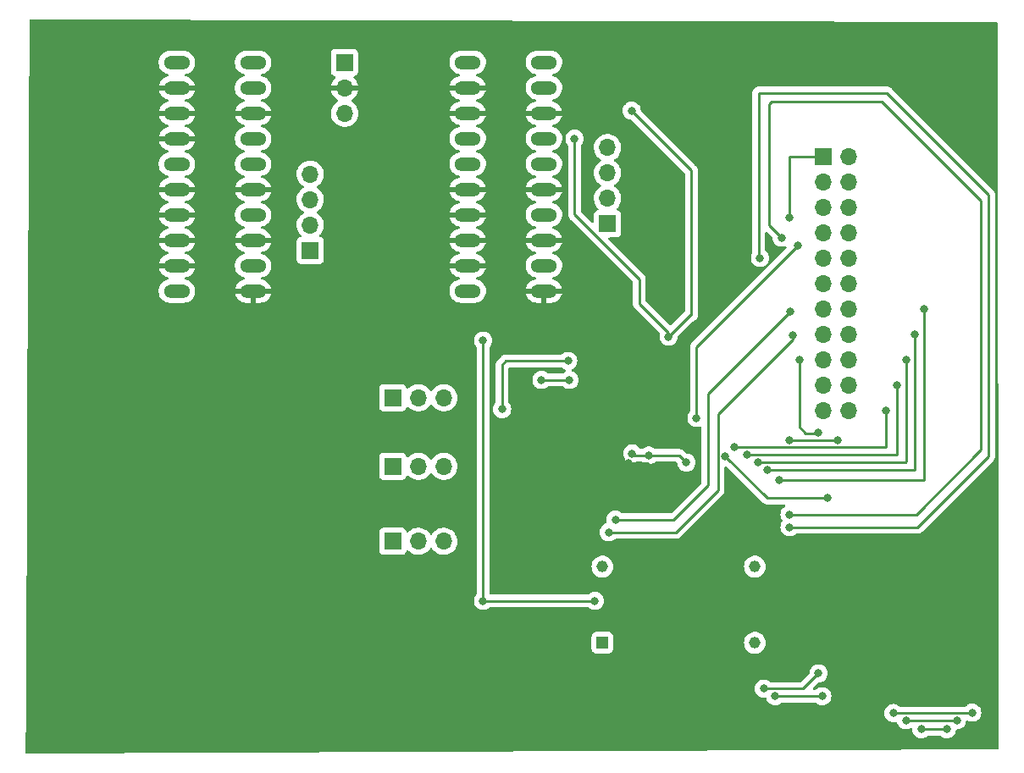
<source format=gbr>
%TF.GenerationSoftware,KiCad,Pcbnew,(6.0.1)*%
%TF.CreationDate,2022-03-29T06:33:39-05:00*%
%TF.ProjectId,microcontroller_board,6d696372-6f63-46f6-9e74-726f6c6c6572,rev?*%
%TF.SameCoordinates,Original*%
%TF.FileFunction,Copper,L2,Bot*%
%TF.FilePolarity,Positive*%
%FSLAX46Y46*%
G04 Gerber Fmt 4.6, Leading zero omitted, Abs format (unit mm)*
G04 Created by KiCad (PCBNEW (6.0.1)) date 2022-03-29 06:33:39*
%MOMM*%
%LPD*%
G01*
G04 APERTURE LIST*
%TA.AperFunction,ComponentPad*%
%ADD10R,1.700000X1.700000*%
%TD*%
%TA.AperFunction,ComponentPad*%
%ADD11O,1.700000X1.700000*%
%TD*%
%TA.AperFunction,ComponentPad*%
%ADD12C,1.158000*%
%TD*%
%TA.AperFunction,ComponentPad*%
%ADD13R,1.158000X1.158000*%
%TD*%
%TA.AperFunction,ComponentPad*%
%ADD14O,2.641600X1.320800*%
%TD*%
%TA.AperFunction,ViaPad*%
%ADD15C,0.800000*%
%TD*%
%TA.AperFunction,Conductor*%
%ADD16C,0.254000*%
%TD*%
G04 APERTURE END LIST*
D10*
%TO.P,J7,1,Pin_1*%
%TO.N,Net-(U1-Pad19)*%
X173101000Y-61214000D03*
D11*
%TO.P,J7,2,Pin_2*%
%TO.N,unconnected-(J7-Pad2)*%
X175641000Y-61214000D03*
%TO.P,J7,3,Pin_3*%
%TO.N,Net-(U1-Pad20)*%
X173101000Y-63754000D03*
%TO.P,J7,4,Pin_4*%
%TO.N,Net-(U1-Pad22)*%
X175641000Y-63754000D03*
%TO.P,J7,5,Pin_5*%
%TO.N,Net-(U1-Pad11)*%
X173101000Y-66294000D03*
%TO.P,J7,6,Pin_6*%
%TO.N,Net-(U1-Pad29)*%
X175641000Y-66294000D03*
%TO.P,J7,7,Pin_7*%
%TO.N,Net-(U1-Pad10)*%
X173101000Y-68834000D03*
%TO.P,J7,8,Pin_8*%
%TO.N,Net-(U1-Pad28)*%
X175641000Y-68834000D03*
%TO.P,J7,9,Pin_9*%
%TO.N,Net-(U1-Pad9)*%
X173101000Y-71374000D03*
%TO.P,J7,10,Pin_10*%
%TO.N,Net-(U1-Pad27)*%
X175641000Y-71374000D03*
%TO.P,J7,11,Pin_11*%
%TO.N,Net-(U1-Pad2)*%
X173101000Y-73914000D03*
%TO.P,J7,12,Pin_12*%
%TO.N,Net-(U1-Pad26)*%
X175641000Y-73914000D03*
%TO.P,J7,13,Pin_13*%
%TO.N,Net-(U1-Pad1)*%
X173101000Y-76454000D03*
%TO.P,J7,14,Pin_14*%
%TO.N,Net-(U1-Pad17)*%
X175641000Y-76454000D03*
%TO.P,J7,15,Pin_15*%
%TO.N,Net-(U1-Pad32)*%
X173101000Y-78994000D03*
%TO.P,J7,16,Pin_16*%
%TO.N,Net-(U1-Pad16)*%
X175641000Y-78994000D03*
%TO.P,J7,17,Pin_17*%
%TO.N,Net-(U1-Pad31)*%
X173101000Y-81534000D03*
%TO.P,J7,18,Pin_18*%
%TO.N,Net-(U1-Pad15)*%
X175641000Y-81534000D03*
%TO.P,J7,19,Pin_19*%
%TO.N,Net-(U1-Pad30)*%
X173101000Y-84074000D03*
%TO.P,J7,20,Pin_20*%
%TO.N,Net-(U1-Pad14)*%
X175641000Y-84074000D03*
%TO.P,J7,21,Pin_21*%
%TO.N,Net-(U1-Pad12)*%
X173101000Y-86614000D03*
%TO.P,J7,22,Pin_22*%
%TO.N,Net-(U1-Pad13)*%
X175641000Y-86614000D03*
%TD*%
%TO.P,J6,4,Pin_4*%
%TO.N,Net-(IC2-Pad1)*%
X151511000Y-60325000D03*
%TO.P,J6,3,Pin_3*%
%TO.N,Net-(IC2-Pad16)*%
X151511000Y-62865000D03*
%TO.P,J6,2,Pin_2*%
%TO.N,Net-(IC2-Pad14)*%
X151511000Y-65405000D03*
D10*
%TO.P,J6,1,Pin_1*%
%TO.N,Net-(IC2-Pad12)*%
X151511000Y-67945000D03*
%TD*%
%TO.P,J5,1,Pin_1*%
%TO.N,Net-(IC1-Pad12)*%
X121793000Y-70612000D03*
D11*
%TO.P,J5,2,Pin_2*%
%TO.N,Net-(IC1-Pad14)*%
X121793000Y-68072000D03*
%TO.P,J5,3,Pin_3*%
%TO.N,Net-(IC1-Pad16)*%
X121793000Y-65532000D03*
%TO.P,J5,4,Pin_4*%
%TO.N,Net-(IC1-Pad1)*%
X121793000Y-62992000D03*
%TD*%
%TO.P,J4,3,Pin_3*%
%TO.N,Net-(J4-Pad3)*%
X135128000Y-99695000D03*
%TO.P,J4,2,Pin_2*%
%TO.N,Net-(IC2-Pad19)*%
X132588000Y-99695000D03*
D10*
%TO.P,J4,1,Pin_1*%
%TO.N,Net-(IC1-Pad19)*%
X130048000Y-99695000D03*
%TD*%
%TO.P,J3,1,Pin_1*%
%TO.N,Net-(IC1-Pad19)*%
X130048000Y-92202000D03*
D11*
%TO.P,J3,2,Pin_2*%
%TO.N,Net-(IC2-Pad19)*%
X132588000Y-92202000D03*
%TO.P,J3,3,Pin_3*%
%TO.N,Net-(J3-Pad3)*%
X135128000Y-92202000D03*
%TD*%
D10*
%TO.P,J2,1,Pin_1*%
%TO.N,Net-(IC1-Pad19)*%
X130048000Y-85344000D03*
D11*
%TO.P,J2,2,Pin_2*%
%TO.N,Net-(IC2-Pad19)*%
X132588000Y-85344000D03*
%TO.P,J2,3,Pin_3*%
%TO.N,Net-(J2-Pad3)*%
X135128000Y-85344000D03*
%TD*%
D10*
%TO.P,J1,1,Pin_1*%
%TO.N,-5V*%
X125222000Y-51816000D03*
D11*
%TO.P,J1,2,Pin_2*%
%TO.N,GND*%
X125222000Y-54356000D03*
%TO.P,J1,3,Pin_3*%
%TO.N,+5V*%
X125222000Y-56896000D03*
%TD*%
D12*
%TO.P,Y1,14,+VDC*%
%TO.N,+5V*%
X151003000Y-102235000D03*
%TO.P,Y1,8,OUTPUT*%
%TO.N,Net-(C3-Pad2)*%
X166243000Y-102235000D03*
%TO.P,Y1,7,CASE_GND*%
%TO.N,Net-(C4-Pad1)*%
X166243000Y-109855000D03*
D13*
%TO.P,Y1,1*%
%TO.N,N/C*%
X151003000Y-109855000D03*
%TD*%
D14*
%TO.P,IC2,20,V-*%
%TO.N,-5V*%
X145161000Y-51816000D03*
%TO.P,IC2,19,OUT*%
%TO.N,Net-(IC2-Pad19)*%
X145161000Y-54356000D03*
%TO.P,IC2,18*%
%TO.N,GND*%
X145161000Y-56896000D03*
%TO.P,IC2,17,V+*%
%TO.N,+5V*%
X145161000Y-59436000D03*
%TO.P,IC2,16,DV+*%
%TO.N,Net-(IC2-Pad16)*%
X145161000Y-61976000D03*
%TO.P,IC2,15,DGND*%
%TO.N,GND*%
X145161000Y-64516000D03*
%TO.P,IC2,14,SYNC*%
%TO.N,Net-(IC2-Pad14)*%
X145161000Y-67056000D03*
%TO.P,IC2,13,PDI*%
%TO.N,GND*%
X145161000Y-69596000D03*
%TO.P,IC2,12,PDO*%
%TO.N,Net-(IC2-Pad12)*%
X145161000Y-72136000D03*
%TO.P,IC2,11*%
%TO.N,GND*%
X145161000Y-74676000D03*
%TO.P,IC2,10,IIN*%
%TO.N,Net-(IC2-Pad10)*%
X137541000Y-74676000D03*
%TO.P,IC2,9*%
%TO.N,GND*%
X137541000Y-72136000D03*
%TO.P,IC2,5,COSC*%
%TO.N,Net-(C2-Pad2)*%
X137541000Y-61976000D03*
%TO.P,IC2,6*%
%TO.N,GND*%
X137541000Y-64516000D03*
%TO.P,IC2,4,A1*%
%TO.N,+5V*%
X137541000Y-59436000D03*
%TO.P,IC2,3,A0*%
%TO.N,GND*%
X137541000Y-56896000D03*
%TO.P,IC2,8,FADJ*%
X137541000Y-69596000D03*
%TO.P,IC2,7,DADJ*%
X137541000Y-67056000D03*
%TO.P,IC2,2*%
X137541000Y-54356000D03*
%TO.P,IC2,1,REF*%
%TO.N,Net-(IC2-Pad1)*%
X137541000Y-51816000D03*
%TD*%
%TO.P,IC1,1,REF*%
%TO.N,Net-(IC1-Pad1)*%
X108458000Y-51816000D03*
%TO.P,IC1,2*%
%TO.N,GND*%
X108458000Y-54356000D03*
%TO.P,IC1,7,DADJ*%
X108458000Y-67056000D03*
%TO.P,IC1,8,FADJ*%
X108458000Y-69596000D03*
%TO.P,IC1,3,A0*%
X108458000Y-56896000D03*
%TO.P,IC1,4,A1*%
X108458000Y-59436000D03*
%TO.P,IC1,6*%
X108458000Y-64516000D03*
%TO.P,IC1,5,COSC*%
%TO.N,Net-(C1-Pad2)*%
X108458000Y-61976000D03*
%TO.P,IC1,9*%
%TO.N,GND*%
X108458000Y-72136000D03*
%TO.P,IC1,10,IIN*%
%TO.N,Net-(IC1-Pad10)*%
X108458000Y-74676000D03*
%TO.P,IC1,11*%
%TO.N,GND*%
X116078000Y-74676000D03*
%TO.P,IC1,12,PDO*%
%TO.N,Net-(IC1-Pad12)*%
X116078000Y-72136000D03*
%TO.P,IC1,13,PDI*%
%TO.N,GND*%
X116078000Y-69596000D03*
%TO.P,IC1,14,SYNC*%
%TO.N,Net-(IC1-Pad14)*%
X116078000Y-67056000D03*
%TO.P,IC1,15,DGND*%
%TO.N,GND*%
X116078000Y-64516000D03*
%TO.P,IC1,16,DV+*%
%TO.N,Net-(IC1-Pad16)*%
X116078000Y-61976000D03*
%TO.P,IC1,17,V+*%
%TO.N,+5V*%
X116078000Y-59436000D03*
%TO.P,IC1,18*%
%TO.N,GND*%
X116078000Y-56896000D03*
%TO.P,IC1,19,OUT*%
%TO.N,Net-(IC1-Pad19)*%
X116078000Y-54356000D03*
%TO.P,IC1,20,V-*%
%TO.N,-5V*%
X116078000Y-51816000D03*
%TD*%
D15*
%TO.N,GND*%
X153640191Y-91871524D03*
%TO.N,+5V*%
X139065000Y-79629000D03*
X139065000Y-105664000D03*
X150241000Y-105664000D03*
X153924000Y-56642000D03*
X159385000Y-91821000D03*
X155632786Y-91116786D03*
X153975000Y-90929766D03*
%TO.N,GND*%
X156342714Y-92704286D03*
X155102500Y-95250000D03*
X156591000Y-95250000D03*
%TO.N,+5V*%
X157607000Y-79248000D03*
X148209000Y-59436000D03*
%TO.N,GND*%
X154051000Y-78994000D03*
X147828000Y-74676000D03*
%TO.N,Net-(U1-Pad9)*%
X166751000Y-71374000D03*
X169707500Y-98298000D03*
%TO.N,Net-(U1-Pad10)*%
X170561000Y-70104000D03*
X160401000Y-87376000D03*
%TO.N,Net-(U1-Pad11)*%
X168910000Y-69342000D03*
X169707500Y-97028000D03*
%TO.N,Net-(U1-Pad12)*%
X163286500Y-91186000D03*
X173482000Y-95377000D03*
%TO.N,Net-(U1-Pad2)*%
X169799000Y-76708000D03*
X152301500Y-97536000D03*
%TO.N,Net-(U1-Pad1)*%
X170053000Y-79121000D03*
X151638000Y-98806000D03*
%TO.N,Net-(U1-Pad32)*%
X170688000Y-81534000D03*
X172593000Y-88844000D03*
X172593000Y-112903000D03*
X167132000Y-114427000D03*
%TO.N,Net-(U1-Pad31)*%
X174498000Y-89570500D03*
X169672000Y-89570500D03*
X172974000Y-115189000D03*
X168275000Y-115189000D03*
%TO.N,Net-(U1-Pad29)*%
X187960000Y-116840000D03*
X180086000Y-116875500D03*
%TO.N,Net-(U1-Pad28)*%
X186436000Y-117602000D03*
X181356000Y-117602000D03*
%TO.N,Net-(U1-Pad27)*%
X185420000Y-118491000D03*
X182880000Y-118491000D03*
%TO.N,Net-(U1-Pad17)*%
X183134000Y-76454000D03*
%TO.N,Net-(U1-Pad16)*%
X182245000Y-78994000D03*
%TO.N,Net-(U1-Pad15)*%
X181356000Y-81534000D03*
%TO.N,Net-(U1-Pad14)*%
X180467000Y-84074000D03*
%TO.N,Net-(U1-Pad13)*%
X179324000Y-86614000D03*
%TO.N,Net-(U1-Pad17)*%
X168656000Y-93599000D03*
%TO.N,Net-(U1-Pad16)*%
X167513000Y-92583000D03*
%TO.N,Net-(U1-Pad15)*%
X166532489Y-91785511D03*
%TO.N,Net-(U1-Pad14)*%
X165485983Y-91023500D03*
%TO.N,Net-(U1-Pad13)*%
X164211000Y-90297000D03*
%TO.N,Net-(U1-Pad19)*%
X169672000Y-67310000D03*
%TO.N,Net-(J3-Pad3)*%
X147574000Y-81661000D03*
X140970000Y-86487000D03*
%TO.N,Net-(J2-Pad3)*%
X147701000Y-83566000D03*
X144907000Y-83566000D03*
%TD*%
D16*
%TO.N,GND*%
X155303627Y-91871524D02*
X155331854Y-91843297D01*
X153640191Y-91871524D02*
X155303627Y-91871524D01*
X155331854Y-91843297D02*
X155481725Y-91843297D01*
X155481725Y-91843297D02*
X156342714Y-92704286D01*
%TO.N,+5V*%
X139065000Y-105664000D02*
X139065000Y-79629000D01*
X139065000Y-105664000D02*
X150241000Y-105664000D01*
X159766000Y-77089000D02*
X157607000Y-79248000D01*
X159893000Y-77089000D02*
X159766000Y-77089000D01*
X159893000Y-62611000D02*
X153924000Y-56642000D01*
X159893000Y-77089000D02*
X159893000Y-62611000D01*
X158680786Y-91116786D02*
X155632786Y-91116786D01*
X159385000Y-91821000D02*
X158680786Y-91116786D01*
X154162020Y-91116786D02*
X153975000Y-90929766D01*
X155632786Y-91116786D02*
X154162020Y-91116786D01*
%TO.N,GND*%
X156591000Y-95250000D02*
X155102500Y-95250000D01*
X152781000Y-78994000D02*
X154051000Y-78994000D01*
X152146000Y-78994000D02*
X152781000Y-78994000D01*
%TO.N,+5V*%
X148209000Y-66996022D02*
X148209000Y-59436000D01*
X154686000Y-73473022D02*
X148209000Y-66996022D01*
X154686000Y-75946000D02*
X154686000Y-73473022D01*
X157607000Y-79248000D02*
X157607000Y-78867000D01*
X157607000Y-78867000D02*
X154686000Y-75946000D01*
%TO.N,GND*%
X147828000Y-74676000D02*
X152146000Y-78994000D01*
%TO.N,Net-(U1-Pad9)*%
X166624000Y-71247000D02*
X166751000Y-71374000D01*
X166624000Y-54864000D02*
X166624000Y-71247000D01*
X179451000Y-54864000D02*
X166624000Y-54864000D01*
X189611000Y-65024000D02*
X179451000Y-54864000D01*
X189611000Y-91186000D02*
X189611000Y-65024000D01*
X182499000Y-98298000D02*
X189611000Y-91186000D01*
X169707500Y-98298000D02*
X182499000Y-98298000D01*
%TO.N,Net-(U1-Pad10)*%
X160401000Y-80264000D02*
X170561000Y-70104000D01*
X160401000Y-87376000D02*
X160401000Y-80264000D01*
%TO.N,Net-(U1-Pad11)*%
X167640000Y-68072000D02*
X168910000Y-69342000D01*
X167640000Y-56007000D02*
X167640000Y-68072000D01*
X167894000Y-55753000D02*
X167640000Y-56007000D01*
X178943000Y-55753000D02*
X167894000Y-55753000D01*
X188849000Y-65659000D02*
X178943000Y-55753000D01*
X188849000Y-90551000D02*
X188849000Y-65659000D01*
X169707500Y-97028000D02*
X182372000Y-97028000D01*
X182372000Y-97028000D02*
X188849000Y-90551000D01*
%TO.N,Net-(U1-Pad12)*%
X173482000Y-95377000D02*
X167477500Y-95377000D01*
X167477500Y-95377000D02*
X163286500Y-91186000D01*
%TO.N,Net-(U1-Pad1)*%
X170053000Y-79502000D02*
X170053000Y-79121000D01*
X162560000Y-86995000D02*
X170053000Y-79502000D01*
X158369000Y-98806000D02*
X162560000Y-94615000D01*
X151638000Y-98806000D02*
X158369000Y-98806000D01*
X162560000Y-94615000D02*
X162560000Y-86995000D01*
%TO.N,Net-(U1-Pad2)*%
X161544000Y-84963000D02*
X169799000Y-76708000D01*
X161544000Y-85725000D02*
X161544000Y-84963000D01*
X158115000Y-97536000D02*
X161544000Y-94107000D01*
X152301500Y-97536000D02*
X158115000Y-97536000D01*
X161544000Y-94107000D02*
X161544000Y-85725000D01*
%TO.N,Net-(U1-Pad32)*%
X170688000Y-88265000D02*
X170688000Y-81534000D01*
X172537000Y-88900000D02*
X171323000Y-88900000D01*
X172593000Y-88844000D02*
X172537000Y-88900000D01*
X171323000Y-88900000D02*
X170688000Y-88265000D01*
%TO.N,Net-(U1-Pad31)*%
X174498000Y-89570500D02*
X169672000Y-89570500D01*
%TO.N,Net-(U1-Pad32)*%
X171069000Y-114427000D02*
X172593000Y-112903000D01*
X167132000Y-114427000D02*
X171069000Y-114427000D01*
%TO.N,Net-(U1-Pad31)*%
X168275000Y-115189000D02*
X172974000Y-115189000D01*
%TO.N,Net-(U1-Pad29)*%
X187924500Y-116875500D02*
X187960000Y-116840000D01*
X180086000Y-116875500D02*
X187924500Y-116875500D01*
%TO.N,Net-(U1-Pad28)*%
X181356000Y-117602000D02*
X186436000Y-117602000D01*
%TO.N,Net-(U1-Pad27)*%
X182880000Y-118491000D02*
X185420000Y-118491000D01*
%TO.N,Net-(U1-Pad13)*%
X179324000Y-90297000D02*
X164211000Y-90297000D01*
%TO.N,Net-(U1-Pad17)*%
X183134000Y-76454000D02*
X183134000Y-93599000D01*
%TO.N,Net-(U1-Pad16)*%
X182245000Y-92583000D02*
X182245000Y-78994000D01*
%TO.N,Net-(U1-Pad15)*%
X181356000Y-81534000D02*
X181356000Y-91694000D01*
%TO.N,Net-(U1-Pad14)*%
X180467000Y-84074000D02*
X180467000Y-91059000D01*
%TO.N,Net-(U1-Pad13)*%
X179324000Y-86614000D02*
X179324000Y-90297000D01*
%TO.N,Net-(U1-Pad15)*%
X166532489Y-91785511D02*
X166405489Y-91785511D01*
X181264489Y-91785511D02*
X166532489Y-91785511D01*
X181356000Y-91694000D02*
X181264489Y-91785511D01*
%TO.N,Net-(U1-Pad14)*%
X165521483Y-91059000D02*
X165485983Y-91023500D01*
X180467000Y-91059000D02*
X165521483Y-91059000D01*
%TO.N,Net-(U1-Pad17)*%
X183134000Y-93599000D02*
X168656000Y-93599000D01*
%TO.N,Net-(U1-Pad16)*%
X167513000Y-92583000D02*
X167259000Y-92583000D01*
X182245000Y-92583000D02*
X167513000Y-92583000D01*
%TO.N,Net-(U1-Pad19)*%
X169672000Y-61214000D02*
X173101000Y-61214000D01*
X169672000Y-67310000D02*
X169672000Y-61214000D01*
%TO.N,Net-(J3-Pad3)*%
X141351000Y-81661000D02*
X147574000Y-81661000D01*
X140970000Y-82042000D02*
X141351000Y-81661000D01*
X140970000Y-86487000D02*
X140970000Y-82042000D01*
%TO.N,Net-(J2-Pad3)*%
X144907000Y-83566000D02*
X147701000Y-83566000D01*
%TD*%
%TA.AperFunction,Conductor*%
%TO.N,GND*%
G36*
X190374550Y-47751671D02*
G01*
X190442618Y-47771852D01*
X190488970Y-47825630D01*
X190500219Y-47877451D01*
X190625040Y-119399500D01*
X190626781Y-120397273D01*
X190606898Y-120465429D01*
X190553323Y-120512015D01*
X190501274Y-120523492D01*
X93472151Y-120903502D01*
X93403953Y-120883767D01*
X93357250Y-120830294D01*
X93345660Y-120776849D01*
X93365909Y-116875500D01*
X179172496Y-116875500D01*
X179173186Y-116882065D01*
X179189387Y-117036206D01*
X179192458Y-117065428D01*
X179251473Y-117247056D01*
X179346960Y-117412444D01*
X179474747Y-117554366D01*
X179629248Y-117666618D01*
X179635276Y-117669302D01*
X179635278Y-117669303D01*
X179787102Y-117736899D01*
X179803712Y-117744294D01*
X179897112Y-117764147D01*
X179984056Y-117782628D01*
X179984061Y-117782628D01*
X179990513Y-117784000D01*
X180181487Y-117784000D01*
X180187939Y-117782628D01*
X180187944Y-117782628D01*
X180330926Y-117752236D01*
X180401717Y-117757638D01*
X180458350Y-117800455D01*
X180476955Y-117836545D01*
X180521473Y-117973556D01*
X180616960Y-118138944D01*
X180744747Y-118280866D01*
X180899248Y-118393118D01*
X180905276Y-118395802D01*
X180905278Y-118395803D01*
X180967065Y-118423312D01*
X181073712Y-118470794D01*
X181167113Y-118490647D01*
X181254056Y-118509128D01*
X181254061Y-118509128D01*
X181260513Y-118510500D01*
X181451487Y-118510500D01*
X181457939Y-118509128D01*
X181457944Y-118509128D01*
X181544887Y-118490647D01*
X181638288Y-118470794D01*
X181791366Y-118402640D01*
X181861731Y-118393206D01*
X181926028Y-118423312D01*
X181963842Y-118483401D01*
X181967923Y-118504577D01*
X181986458Y-118680928D01*
X182045473Y-118862556D01*
X182140960Y-119027944D01*
X182268747Y-119169866D01*
X182423248Y-119282118D01*
X182429276Y-119284802D01*
X182429278Y-119284803D01*
X182591681Y-119357109D01*
X182597712Y-119359794D01*
X182691112Y-119379647D01*
X182778056Y-119398128D01*
X182778061Y-119398128D01*
X182784513Y-119399500D01*
X182975487Y-119399500D01*
X182981939Y-119398128D01*
X182981944Y-119398128D01*
X183068888Y-119379647D01*
X183162288Y-119359794D01*
X183168319Y-119357109D01*
X183330722Y-119284803D01*
X183330724Y-119284802D01*
X183336752Y-119282118D01*
X183491253Y-119169866D01*
X183495668Y-119164963D01*
X183500580Y-119160540D01*
X183502221Y-119162362D01*
X183553210Y-119130950D01*
X183586399Y-119126500D01*
X184713601Y-119126500D01*
X184781722Y-119146502D01*
X184798908Y-119161109D01*
X184799420Y-119160540D01*
X184804332Y-119164963D01*
X184808747Y-119169866D01*
X184963248Y-119282118D01*
X184969276Y-119284802D01*
X184969278Y-119284803D01*
X185131681Y-119357109D01*
X185137712Y-119359794D01*
X185231112Y-119379647D01*
X185318056Y-119398128D01*
X185318061Y-119398128D01*
X185324513Y-119399500D01*
X185515487Y-119399500D01*
X185521939Y-119398128D01*
X185521944Y-119398128D01*
X185608888Y-119379647D01*
X185702288Y-119359794D01*
X185708319Y-119357109D01*
X185870722Y-119284803D01*
X185870724Y-119284802D01*
X185876752Y-119282118D01*
X186031253Y-119169866D01*
X186159040Y-119027944D01*
X186254527Y-118862556D01*
X186313542Y-118680928D01*
X186319596Y-118623329D01*
X186346610Y-118557672D01*
X186404831Y-118517043D01*
X186444906Y-118510500D01*
X186531487Y-118510500D01*
X186537939Y-118509128D01*
X186537944Y-118509128D01*
X186624887Y-118490647D01*
X186718288Y-118470794D01*
X186824935Y-118423312D01*
X186886722Y-118395803D01*
X186886724Y-118395802D01*
X186892752Y-118393118D01*
X187047253Y-118280866D01*
X187175040Y-118138944D01*
X187270527Y-117973556D01*
X187329542Y-117791928D01*
X187330375Y-117784000D01*
X187335326Y-117736899D01*
X187362340Y-117671242D01*
X187420562Y-117630613D01*
X187491507Y-117627910D01*
X187511881Y-117634962D01*
X187677712Y-117708794D01*
X187771113Y-117728647D01*
X187858056Y-117747128D01*
X187858061Y-117747128D01*
X187864513Y-117748500D01*
X188055487Y-117748500D01*
X188061939Y-117747128D01*
X188061944Y-117747128D01*
X188148887Y-117728647D01*
X188242288Y-117708794D01*
X188330987Y-117669303D01*
X188410722Y-117633803D01*
X188410724Y-117633802D01*
X188416752Y-117631118D01*
X188571253Y-117518866D01*
X188699040Y-117376944D01*
X188794527Y-117211556D01*
X188853542Y-117029928D01*
X188873504Y-116840000D01*
X188857273Y-116685572D01*
X188854232Y-116656635D01*
X188854232Y-116656633D01*
X188853542Y-116650072D01*
X188794527Y-116468444D01*
X188699040Y-116303056D01*
X188638258Y-116235550D01*
X188575675Y-116166045D01*
X188575674Y-116166044D01*
X188571253Y-116161134D01*
X188430907Y-116059166D01*
X188422094Y-116052763D01*
X188422093Y-116052762D01*
X188416752Y-116048882D01*
X188410724Y-116046198D01*
X188410722Y-116046197D01*
X188248319Y-115973891D01*
X188248318Y-115973891D01*
X188242288Y-115971206D01*
X188148888Y-115951353D01*
X188061944Y-115932872D01*
X188061939Y-115932872D01*
X188055487Y-115931500D01*
X187864513Y-115931500D01*
X187858061Y-115932872D01*
X187858056Y-115932872D01*
X187771112Y-115951353D01*
X187677712Y-115971206D01*
X187671682Y-115973891D01*
X187671681Y-115973891D01*
X187509278Y-116046197D01*
X187509276Y-116046198D01*
X187503248Y-116048882D01*
X187497907Y-116052762D01*
X187497906Y-116052763D01*
X187489093Y-116059166D01*
X187348747Y-116161134D01*
X187315272Y-116198312D01*
X187254829Y-116235550D01*
X187221638Y-116240000D01*
X180792399Y-116240000D01*
X180724278Y-116219998D01*
X180707092Y-116205391D01*
X180706580Y-116205960D01*
X180701668Y-116201537D01*
X180697253Y-116196634D01*
X180643047Y-116157251D01*
X180548094Y-116088263D01*
X180548093Y-116088262D01*
X180542752Y-116084382D01*
X180536724Y-116081698D01*
X180536722Y-116081697D01*
X180374319Y-116009391D01*
X180374318Y-116009391D01*
X180368288Y-116006706D01*
X180255834Y-115982803D01*
X180187944Y-115968372D01*
X180187939Y-115968372D01*
X180181487Y-115967000D01*
X179990513Y-115967000D01*
X179984061Y-115968372D01*
X179984056Y-115968372D01*
X179916166Y-115982803D01*
X179803712Y-116006706D01*
X179797682Y-116009391D01*
X179797681Y-116009391D01*
X179635278Y-116081697D01*
X179635276Y-116081698D01*
X179629248Y-116084382D01*
X179623907Y-116088262D01*
X179623906Y-116088263D01*
X179573843Y-116124636D01*
X179474747Y-116196634D01*
X179346960Y-116338556D01*
X179251473Y-116503944D01*
X179192458Y-116685572D01*
X179172496Y-116875500D01*
X93365909Y-116875500D01*
X93378618Y-114427000D01*
X166218496Y-114427000D01*
X166219186Y-114433565D01*
X166231792Y-114553500D01*
X166238458Y-114616928D01*
X166297473Y-114798556D01*
X166392960Y-114963944D01*
X166397378Y-114968851D01*
X166397379Y-114968852D01*
X166424589Y-114999072D01*
X166520747Y-115105866D01*
X166619843Y-115177864D01*
X166644207Y-115195565D01*
X166675248Y-115218118D01*
X166681276Y-115220802D01*
X166681278Y-115220803D01*
X166843681Y-115293109D01*
X166849712Y-115295794D01*
X166943113Y-115315647D01*
X167030056Y-115334128D01*
X167030061Y-115334128D01*
X167036513Y-115335500D01*
X167227487Y-115335500D01*
X167236061Y-115333677D01*
X167247342Y-115331280D01*
X167318132Y-115336682D01*
X167374765Y-115379499D01*
X167393370Y-115415589D01*
X167440473Y-115560556D01*
X167535960Y-115725944D01*
X167663747Y-115867866D01*
X167751331Y-115931500D01*
X167805982Y-115971206D01*
X167818248Y-115980118D01*
X167824276Y-115982802D01*
X167824278Y-115982803D01*
X167972695Y-116048882D01*
X167992712Y-116057794D01*
X168086113Y-116077647D01*
X168173056Y-116096128D01*
X168173061Y-116096128D01*
X168179513Y-116097500D01*
X168370487Y-116097500D01*
X168376939Y-116096128D01*
X168376944Y-116096128D01*
X168463887Y-116077647D01*
X168557288Y-116057794D01*
X168577305Y-116048882D01*
X168725722Y-115982803D01*
X168725724Y-115982802D01*
X168731752Y-115980118D01*
X168744019Y-115971206D01*
X168864671Y-115883546D01*
X168886253Y-115867866D01*
X168890668Y-115862963D01*
X168895580Y-115858540D01*
X168897221Y-115860362D01*
X168948210Y-115828950D01*
X168981399Y-115824500D01*
X172267601Y-115824500D01*
X172335722Y-115844502D01*
X172352908Y-115859109D01*
X172353420Y-115858540D01*
X172358332Y-115862963D01*
X172362747Y-115867866D01*
X172384329Y-115883546D01*
X172504982Y-115971206D01*
X172517248Y-115980118D01*
X172523276Y-115982802D01*
X172523278Y-115982803D01*
X172671695Y-116048882D01*
X172691712Y-116057794D01*
X172785113Y-116077647D01*
X172872056Y-116096128D01*
X172872061Y-116096128D01*
X172878513Y-116097500D01*
X173069487Y-116097500D01*
X173075939Y-116096128D01*
X173075944Y-116096128D01*
X173162887Y-116077647D01*
X173256288Y-116057794D01*
X173276305Y-116048882D01*
X173424722Y-115982803D01*
X173424724Y-115982802D01*
X173430752Y-115980118D01*
X173443019Y-115971206D01*
X173497669Y-115931500D01*
X173585253Y-115867866D01*
X173713040Y-115725944D01*
X173808527Y-115560556D01*
X173867542Y-115378928D01*
X173872107Y-115335500D01*
X173886814Y-115195565D01*
X173887504Y-115189000D01*
X173886814Y-115182435D01*
X173868232Y-115005635D01*
X173868232Y-115005633D01*
X173867542Y-114999072D01*
X173808527Y-114817444D01*
X173713040Y-114652056D01*
X173687064Y-114623206D01*
X173589675Y-114515045D01*
X173589674Y-114515044D01*
X173585253Y-114510134D01*
X173470829Y-114427000D01*
X173436094Y-114401763D01*
X173436093Y-114401762D01*
X173430752Y-114397882D01*
X173424724Y-114395198D01*
X173424722Y-114395197D01*
X173262319Y-114322891D01*
X173262318Y-114322891D01*
X173256288Y-114320206D01*
X173162887Y-114300353D01*
X173075944Y-114281872D01*
X173075939Y-114281872D01*
X173069487Y-114280500D01*
X172878513Y-114280500D01*
X172872061Y-114281872D01*
X172872056Y-114281872D01*
X172785113Y-114300353D01*
X172691712Y-114320206D01*
X172685682Y-114322891D01*
X172685681Y-114322891D01*
X172523278Y-114395197D01*
X172523276Y-114395198D01*
X172517248Y-114397882D01*
X172511907Y-114401762D01*
X172511906Y-114401763D01*
X172468135Y-114433565D01*
X172362747Y-114510134D01*
X172358332Y-114515037D01*
X172353420Y-114519460D01*
X172351779Y-114517638D01*
X172300790Y-114549050D01*
X172267601Y-114553500D01*
X172145422Y-114553500D01*
X172077301Y-114533498D01*
X172030808Y-114479842D01*
X172020704Y-114409568D01*
X172050198Y-114344988D01*
X172056327Y-114338405D01*
X172546327Y-113848405D01*
X172608639Y-113814379D01*
X172635422Y-113811500D01*
X172688487Y-113811500D01*
X172694939Y-113810128D01*
X172694944Y-113810128D01*
X172782579Y-113791500D01*
X172875288Y-113771794D01*
X172913918Y-113754595D01*
X173043722Y-113696803D01*
X173043724Y-113696802D01*
X173049752Y-113694118D01*
X173204253Y-113581866D01*
X173332040Y-113439944D01*
X173427527Y-113274556D01*
X173486542Y-113092928D01*
X173506504Y-112903000D01*
X173486542Y-112713072D01*
X173427527Y-112531444D01*
X173332040Y-112366056D01*
X173204253Y-112224134D01*
X173049752Y-112111882D01*
X173043724Y-112109198D01*
X173043722Y-112109197D01*
X172881319Y-112036891D01*
X172881318Y-112036891D01*
X172875288Y-112034206D01*
X172781888Y-112014353D01*
X172694944Y-111995872D01*
X172694939Y-111995872D01*
X172688487Y-111994500D01*
X172497513Y-111994500D01*
X172491061Y-111995872D01*
X172491056Y-111995872D01*
X172404112Y-112014353D01*
X172310712Y-112034206D01*
X172304682Y-112036891D01*
X172304681Y-112036891D01*
X172142278Y-112109197D01*
X172142276Y-112109198D01*
X172136248Y-112111882D01*
X171981747Y-112224134D01*
X171853960Y-112366056D01*
X171758473Y-112531444D01*
X171699458Y-112713072D01*
X171698768Y-112719633D01*
X171698768Y-112719635D01*
X171682425Y-112875132D01*
X171655412Y-112940789D01*
X171646210Y-112951057D01*
X170842672Y-113754595D01*
X170780360Y-113788621D01*
X170753577Y-113791500D01*
X167838399Y-113791500D01*
X167770278Y-113771498D01*
X167753092Y-113756891D01*
X167752580Y-113757460D01*
X167747668Y-113753037D01*
X167743253Y-113748134D01*
X167588752Y-113635882D01*
X167582724Y-113633198D01*
X167582722Y-113633197D01*
X167420319Y-113560891D01*
X167420318Y-113560891D01*
X167414288Y-113558206D01*
X167320888Y-113538353D01*
X167233944Y-113519872D01*
X167233939Y-113519872D01*
X167227487Y-113518500D01*
X167036513Y-113518500D01*
X167030061Y-113519872D01*
X167030056Y-113519872D01*
X166943112Y-113538353D01*
X166849712Y-113558206D01*
X166843682Y-113560891D01*
X166843681Y-113560891D01*
X166681278Y-113633197D01*
X166681276Y-113633198D01*
X166675248Y-113635882D01*
X166520747Y-113748134D01*
X166392960Y-113890056D01*
X166297473Y-114055444D01*
X166238458Y-114237072D01*
X166237768Y-114243633D01*
X166237768Y-114243635D01*
X166229720Y-114320206D01*
X166218496Y-114427000D01*
X93378618Y-114427000D01*
X93399093Y-110482134D01*
X149915500Y-110482134D01*
X149922255Y-110544316D01*
X149973385Y-110680705D01*
X150060739Y-110797261D01*
X150177295Y-110884615D01*
X150313684Y-110935745D01*
X150375866Y-110942500D01*
X151630134Y-110942500D01*
X151692316Y-110935745D01*
X151828705Y-110884615D01*
X151945261Y-110797261D01*
X152032615Y-110680705D01*
X152083745Y-110544316D01*
X152090500Y-110482134D01*
X152090500Y-109826411D01*
X165151215Y-109826411D01*
X165164287Y-110025851D01*
X165165708Y-110031447D01*
X165165709Y-110031452D01*
X165212065Y-110213975D01*
X165213486Y-110219570D01*
X165297163Y-110401079D01*
X165300496Y-110405795D01*
X165409184Y-110559587D01*
X165409187Y-110559590D01*
X165412516Y-110564301D01*
X165555682Y-110703767D01*
X165560478Y-110706972D01*
X165560481Y-110706974D01*
X165626949Y-110751386D01*
X165721867Y-110814808D01*
X165727170Y-110817086D01*
X165727173Y-110817088D01*
X165798690Y-110847814D01*
X165905504Y-110893705D01*
X166100445Y-110937815D01*
X166106219Y-110938042D01*
X166106220Y-110938042D01*
X166144274Y-110939537D01*
X166300159Y-110945662D01*
X166497959Y-110916983D01*
X166562781Y-110894979D01*
X166681753Y-110854593D01*
X166687221Y-110852737D01*
X166861606Y-110755077D01*
X167015273Y-110627273D01*
X167143077Y-110473606D01*
X167240737Y-110299221D01*
X167304983Y-110109959D01*
X167333662Y-109912159D01*
X167335159Y-109855000D01*
X167316871Y-109655970D01*
X167262618Y-109463605D01*
X167252243Y-109442566D01*
X167176774Y-109289528D01*
X167176771Y-109289524D01*
X167174219Y-109284348D01*
X167080083Y-109158285D01*
X167058085Y-109128827D01*
X167054632Y-109124203D01*
X166951961Y-109029295D01*
X166912105Y-108992452D01*
X166912103Y-108992450D01*
X166907864Y-108988532D01*
X166876069Y-108968471D01*
X166743710Y-108884958D01*
X166743709Y-108884958D01*
X166738830Y-108881879D01*
X166733470Y-108879741D01*
X166733467Y-108879739D01*
X166558554Y-108809956D01*
X166553190Y-108807816D01*
X166547533Y-108806691D01*
X166547527Y-108806689D01*
X166362829Y-108769951D01*
X166362827Y-108769951D01*
X166357162Y-108768824D01*
X166351387Y-108768748D01*
X166351383Y-108768748D01*
X166251721Y-108767444D01*
X166157310Y-108766208D01*
X166151613Y-108767187D01*
X166151612Y-108767187D01*
X165966025Y-108799076D01*
X165966024Y-108799076D01*
X165960328Y-108800055D01*
X165772813Y-108869233D01*
X165767852Y-108872185D01*
X165767851Y-108872185D01*
X165699687Y-108912739D01*
X165601045Y-108971425D01*
X165450776Y-109103207D01*
X165447209Y-109107732D01*
X165447204Y-109107737D01*
X165349809Y-109231283D01*
X165327038Y-109260168D01*
X165233977Y-109437049D01*
X165174707Y-109627927D01*
X165151215Y-109826411D01*
X152090500Y-109826411D01*
X152090500Y-109227866D01*
X152083745Y-109165684D01*
X152032615Y-109029295D01*
X151945261Y-108912739D01*
X151828705Y-108825385D01*
X151692316Y-108774255D01*
X151630134Y-108767500D01*
X150375866Y-108767500D01*
X150313684Y-108774255D01*
X150177295Y-108825385D01*
X150060739Y-108912739D01*
X149973385Y-109029295D01*
X149922255Y-109165684D01*
X149915500Y-109227866D01*
X149915500Y-110482134D01*
X93399093Y-110482134D01*
X93424100Y-105664000D01*
X138151496Y-105664000D01*
X138171458Y-105853928D01*
X138230473Y-106035556D01*
X138325960Y-106200944D01*
X138453747Y-106342866D01*
X138608248Y-106455118D01*
X138614276Y-106457802D01*
X138614278Y-106457803D01*
X138776681Y-106530109D01*
X138782712Y-106532794D01*
X138876113Y-106552647D01*
X138963056Y-106571128D01*
X138963061Y-106571128D01*
X138969513Y-106572500D01*
X139160487Y-106572500D01*
X139166939Y-106571128D01*
X139166944Y-106571128D01*
X139253888Y-106552647D01*
X139347288Y-106532794D01*
X139353319Y-106530109D01*
X139515722Y-106457803D01*
X139515724Y-106457802D01*
X139521752Y-106455118D01*
X139676253Y-106342866D01*
X139680668Y-106337963D01*
X139685580Y-106333540D01*
X139687221Y-106335362D01*
X139738210Y-106303950D01*
X139771399Y-106299500D01*
X149534601Y-106299500D01*
X149602722Y-106319502D01*
X149619908Y-106334109D01*
X149620420Y-106333540D01*
X149625332Y-106337963D01*
X149629747Y-106342866D01*
X149784248Y-106455118D01*
X149790276Y-106457802D01*
X149790278Y-106457803D01*
X149952681Y-106530109D01*
X149958712Y-106532794D01*
X150052113Y-106552647D01*
X150139056Y-106571128D01*
X150139061Y-106571128D01*
X150145513Y-106572500D01*
X150336487Y-106572500D01*
X150342939Y-106571128D01*
X150342944Y-106571128D01*
X150429888Y-106552647D01*
X150523288Y-106532794D01*
X150529319Y-106530109D01*
X150691722Y-106457803D01*
X150691724Y-106457802D01*
X150697752Y-106455118D01*
X150852253Y-106342866D01*
X150980040Y-106200944D01*
X151075527Y-106035556D01*
X151134542Y-105853928D01*
X151154504Y-105664000D01*
X151134542Y-105474072D01*
X151075527Y-105292444D01*
X150980040Y-105127056D01*
X150894288Y-105031818D01*
X150856675Y-104990045D01*
X150856674Y-104990044D01*
X150852253Y-104985134D01*
X150697752Y-104872882D01*
X150691724Y-104870198D01*
X150691722Y-104870197D01*
X150529319Y-104797891D01*
X150529318Y-104797891D01*
X150523288Y-104795206D01*
X150429888Y-104775353D01*
X150342944Y-104756872D01*
X150342939Y-104756872D01*
X150336487Y-104755500D01*
X150145513Y-104755500D01*
X150139061Y-104756872D01*
X150139056Y-104756872D01*
X150052113Y-104775353D01*
X149958712Y-104795206D01*
X149952682Y-104797891D01*
X149952681Y-104797891D01*
X149790278Y-104870197D01*
X149790276Y-104870198D01*
X149784248Y-104872882D01*
X149629747Y-104985134D01*
X149625332Y-104990037D01*
X149620420Y-104994460D01*
X149618779Y-104992638D01*
X149567790Y-105024050D01*
X149534601Y-105028500D01*
X139826500Y-105028500D01*
X139758379Y-105008498D01*
X139711886Y-104954842D01*
X139700500Y-104902500D01*
X139700500Y-102206411D01*
X149911215Y-102206411D01*
X149924287Y-102405851D01*
X149925708Y-102411447D01*
X149925709Y-102411452D01*
X149972065Y-102593975D01*
X149973486Y-102599570D01*
X150057163Y-102781079D01*
X150060496Y-102785795D01*
X150169184Y-102939587D01*
X150169187Y-102939590D01*
X150172516Y-102944301D01*
X150315682Y-103083767D01*
X150320478Y-103086972D01*
X150320481Y-103086974D01*
X150386949Y-103131386D01*
X150481867Y-103194808D01*
X150487170Y-103197086D01*
X150487173Y-103197088D01*
X150558690Y-103227814D01*
X150665504Y-103273705D01*
X150860445Y-103317815D01*
X150866219Y-103318042D01*
X150866220Y-103318042D01*
X150904274Y-103319537D01*
X151060159Y-103325662D01*
X151257959Y-103296983D01*
X151322781Y-103274979D01*
X151441753Y-103234593D01*
X151447221Y-103232737D01*
X151621606Y-103135077D01*
X151775273Y-103007273D01*
X151903077Y-102853606D01*
X152000737Y-102679221D01*
X152064983Y-102489959D01*
X152093662Y-102292159D01*
X152095159Y-102235000D01*
X152092532Y-102206411D01*
X165151215Y-102206411D01*
X165164287Y-102405851D01*
X165165708Y-102411447D01*
X165165709Y-102411452D01*
X165212065Y-102593975D01*
X165213486Y-102599570D01*
X165297163Y-102781079D01*
X165300496Y-102785795D01*
X165409184Y-102939587D01*
X165409187Y-102939590D01*
X165412516Y-102944301D01*
X165555682Y-103083767D01*
X165560478Y-103086972D01*
X165560481Y-103086974D01*
X165626949Y-103131386D01*
X165721867Y-103194808D01*
X165727170Y-103197086D01*
X165727173Y-103197088D01*
X165798690Y-103227814D01*
X165905504Y-103273705D01*
X166100445Y-103317815D01*
X166106219Y-103318042D01*
X166106220Y-103318042D01*
X166144274Y-103319537D01*
X166300159Y-103325662D01*
X166497959Y-103296983D01*
X166562781Y-103274979D01*
X166681753Y-103234593D01*
X166687221Y-103232737D01*
X166861606Y-103135077D01*
X167015273Y-103007273D01*
X167143077Y-102853606D01*
X167240737Y-102679221D01*
X167304983Y-102489959D01*
X167333662Y-102292159D01*
X167335159Y-102235000D01*
X167316871Y-102035970D01*
X167262618Y-101843605D01*
X167252243Y-101822566D01*
X167176774Y-101669528D01*
X167176771Y-101669524D01*
X167174219Y-101664348D01*
X167054632Y-101504203D01*
X166907864Y-101368532D01*
X166738830Y-101261879D01*
X166733470Y-101259741D01*
X166733467Y-101259739D01*
X166558554Y-101189956D01*
X166553190Y-101187816D01*
X166547533Y-101186691D01*
X166547527Y-101186689D01*
X166362829Y-101149951D01*
X166362827Y-101149951D01*
X166357162Y-101148824D01*
X166351387Y-101148748D01*
X166351383Y-101148748D01*
X166251721Y-101147444D01*
X166157310Y-101146208D01*
X166151613Y-101147187D01*
X166151612Y-101147187D01*
X165966025Y-101179076D01*
X165966024Y-101179076D01*
X165960328Y-101180055D01*
X165772813Y-101249233D01*
X165601045Y-101351425D01*
X165450776Y-101483207D01*
X165447209Y-101487732D01*
X165447204Y-101487737D01*
X165330612Y-101635634D01*
X165327038Y-101640168D01*
X165233977Y-101817049D01*
X165174707Y-102007927D01*
X165151215Y-102206411D01*
X152092532Y-102206411D01*
X152076871Y-102035970D01*
X152022618Y-101843605D01*
X152012243Y-101822566D01*
X151936774Y-101669528D01*
X151936771Y-101669524D01*
X151934219Y-101664348D01*
X151814632Y-101504203D01*
X151667864Y-101368532D01*
X151498830Y-101261879D01*
X151493470Y-101259741D01*
X151493467Y-101259739D01*
X151318554Y-101189956D01*
X151313190Y-101187816D01*
X151307533Y-101186691D01*
X151307527Y-101186689D01*
X151122829Y-101149951D01*
X151122827Y-101149951D01*
X151117162Y-101148824D01*
X151111387Y-101148748D01*
X151111383Y-101148748D01*
X151011721Y-101147444D01*
X150917310Y-101146208D01*
X150911613Y-101147187D01*
X150911612Y-101147187D01*
X150726025Y-101179076D01*
X150726024Y-101179076D01*
X150720328Y-101180055D01*
X150532813Y-101249233D01*
X150361045Y-101351425D01*
X150210776Y-101483207D01*
X150207209Y-101487732D01*
X150207204Y-101487737D01*
X150090612Y-101635634D01*
X150087038Y-101640168D01*
X149993977Y-101817049D01*
X149934707Y-102007927D01*
X149911215Y-102206411D01*
X139700500Y-102206411D01*
X139700500Y-98806000D01*
X150724496Y-98806000D01*
X150725186Y-98812565D01*
X150742863Y-98980749D01*
X150744458Y-98995928D01*
X150803473Y-99177556D01*
X150806776Y-99183278D01*
X150806777Y-99183279D01*
X150820184Y-99206500D01*
X150898960Y-99342944D01*
X150903378Y-99347851D01*
X150903379Y-99347852D01*
X150987700Y-99441500D01*
X151026747Y-99484866D01*
X151181248Y-99597118D01*
X151187276Y-99599802D01*
X151187278Y-99599803D01*
X151349681Y-99672109D01*
X151355712Y-99674794D01*
X151434994Y-99691646D01*
X151536056Y-99713128D01*
X151536061Y-99713128D01*
X151542513Y-99714500D01*
X151733487Y-99714500D01*
X151739939Y-99713128D01*
X151739944Y-99713128D01*
X151841006Y-99691646D01*
X151920288Y-99674794D01*
X151926319Y-99672109D01*
X152088722Y-99599803D01*
X152088724Y-99599802D01*
X152094752Y-99597118D01*
X152249253Y-99484866D01*
X152253668Y-99479963D01*
X152258580Y-99475540D01*
X152260221Y-99477362D01*
X152311210Y-99445950D01*
X152344399Y-99441500D01*
X158289980Y-99441500D01*
X158301214Y-99442030D01*
X158308719Y-99443708D01*
X158377012Y-99441562D01*
X158380969Y-99441500D01*
X158408983Y-99441500D01*
X158412908Y-99441004D01*
X158412909Y-99441004D01*
X158413004Y-99440992D01*
X158424849Y-99440059D01*
X158454670Y-99439122D01*
X158461282Y-99438914D01*
X158461283Y-99438914D01*
X158469205Y-99438665D01*
X158488749Y-99432987D01*
X158508112Y-99428977D01*
X158520440Y-99427420D01*
X158520442Y-99427420D01*
X158528299Y-99426427D01*
X158535663Y-99423511D01*
X158535668Y-99423510D01*
X158569556Y-99410093D01*
X158580785Y-99406248D01*
X158597465Y-99401402D01*
X158623393Y-99393869D01*
X158630220Y-99389831D01*
X158630223Y-99389830D01*
X158640906Y-99383512D01*
X158658664Y-99374812D01*
X158670215Y-99370239D01*
X158670221Y-99370235D01*
X158677588Y-99367319D01*
X158713491Y-99341234D01*
X158723410Y-99334719D01*
X158754768Y-99316174D01*
X158754772Y-99316171D01*
X158761598Y-99312134D01*
X158775982Y-99297750D01*
X158791016Y-99284909D01*
X158801073Y-99277602D01*
X158807487Y-99272942D01*
X158835778Y-99238744D01*
X158843767Y-99229965D01*
X162953483Y-95120250D01*
X162961809Y-95112674D01*
X162968303Y-95108553D01*
X163015086Y-95058734D01*
X163017840Y-95055893D01*
X163037639Y-95036094D01*
X163040063Y-95032969D01*
X163040071Y-95032960D01*
X163040137Y-95032874D01*
X163047845Y-95023849D01*
X163065128Y-95005444D01*
X163078217Y-94991506D01*
X163088023Y-94973669D01*
X163098873Y-94957153D01*
X163111350Y-94941067D01*
X163128976Y-94900334D01*
X163134193Y-94889686D01*
X163151749Y-94857751D01*
X163155569Y-94850803D01*
X163157540Y-94843128D01*
X163157542Y-94843122D01*
X163160631Y-94831089D01*
X163167034Y-94812387D01*
X163175117Y-94793708D01*
X163182060Y-94749873D01*
X163184467Y-94738251D01*
X163195500Y-94695282D01*
X163195500Y-94674935D01*
X163197051Y-94655224D01*
X163198995Y-94642950D01*
X163200235Y-94635121D01*
X163196059Y-94590944D01*
X163195500Y-94579086D01*
X163195500Y-92297922D01*
X163215502Y-92229801D01*
X163269158Y-92183308D01*
X163339432Y-92173204D01*
X163404012Y-92202698D01*
X163410595Y-92208827D01*
X165218359Y-94016592D01*
X166972250Y-95770483D01*
X166979826Y-95778809D01*
X166983947Y-95785303D01*
X166989722Y-95790726D01*
X167033765Y-95832085D01*
X167036607Y-95834840D01*
X167056406Y-95854639D01*
X167059531Y-95857063D01*
X167059540Y-95857071D01*
X167059626Y-95857137D01*
X167068651Y-95864845D01*
X167100994Y-95895217D01*
X167107938Y-95899035D01*
X167107940Y-95899036D01*
X167118829Y-95905022D01*
X167135347Y-95915873D01*
X167151433Y-95928350D01*
X167192166Y-95945976D01*
X167202814Y-95951193D01*
X167241697Y-95972569D01*
X167249372Y-95974540D01*
X167249378Y-95974542D01*
X167261411Y-95977631D01*
X167280113Y-95984034D01*
X167298792Y-95992117D01*
X167332628Y-95997476D01*
X167342627Y-95999060D01*
X167354240Y-96001465D01*
X167397218Y-96012500D01*
X167417565Y-96012500D01*
X167437277Y-96014051D01*
X167457379Y-96017235D01*
X167465271Y-96016489D01*
X167501556Y-96013059D01*
X167513414Y-96012500D01*
X169171795Y-96012500D01*
X169239916Y-96032502D01*
X169286409Y-96086158D01*
X169296513Y-96156432D01*
X169267019Y-96221012D01*
X169245856Y-96240436D01*
X169187695Y-96282693D01*
X169096247Y-96349134D01*
X168968460Y-96491056D01*
X168872973Y-96656444D01*
X168813958Y-96838072D01*
X168813268Y-96844633D01*
X168813268Y-96844635D01*
X168797554Y-96994148D01*
X168793996Y-97028000D01*
X168813958Y-97217928D01*
X168872973Y-97399556D01*
X168968460Y-97564944D01*
X168980838Y-97578691D01*
X169011554Y-97642697D01*
X169002790Y-97713150D01*
X168980839Y-97747307D01*
X168968460Y-97761056D01*
X168872973Y-97926444D01*
X168813958Y-98108072D01*
X168813268Y-98114633D01*
X168813268Y-98114635D01*
X168811438Y-98132045D01*
X168793996Y-98298000D01*
X168813958Y-98487928D01*
X168872973Y-98669556D01*
X168876276Y-98675278D01*
X168876277Y-98675279D01*
X168900505Y-98717243D01*
X168968460Y-98834944D01*
X168972878Y-98839851D01*
X168972879Y-98839852D01*
X169057200Y-98933500D01*
X169096247Y-98976866D01*
X169250748Y-99089118D01*
X169256776Y-99091802D01*
X169256778Y-99091803D01*
X169419181Y-99164109D01*
X169425212Y-99166794D01*
X169518613Y-99186647D01*
X169605556Y-99205128D01*
X169605561Y-99205128D01*
X169612013Y-99206500D01*
X169802987Y-99206500D01*
X169809439Y-99205128D01*
X169809444Y-99205128D01*
X169896387Y-99186647D01*
X169989788Y-99166794D01*
X169995819Y-99164109D01*
X170158222Y-99091803D01*
X170158224Y-99091802D01*
X170164252Y-99089118D01*
X170222922Y-99046492D01*
X170301550Y-98989365D01*
X170318753Y-98976866D01*
X170323168Y-98971963D01*
X170328080Y-98967540D01*
X170329721Y-98969362D01*
X170380710Y-98937950D01*
X170413899Y-98933500D01*
X182419980Y-98933500D01*
X182431214Y-98934030D01*
X182438719Y-98935708D01*
X182507012Y-98933562D01*
X182510969Y-98933500D01*
X182538983Y-98933500D01*
X182542908Y-98933004D01*
X182542909Y-98933004D01*
X182543004Y-98932992D01*
X182554849Y-98932059D01*
X182584670Y-98931122D01*
X182591282Y-98930914D01*
X182591283Y-98930914D01*
X182599205Y-98930665D01*
X182618749Y-98924987D01*
X182638112Y-98920977D01*
X182650440Y-98919420D01*
X182650442Y-98919420D01*
X182658299Y-98918427D01*
X182665663Y-98915511D01*
X182665668Y-98915510D01*
X182699556Y-98902093D01*
X182710785Y-98898248D01*
X182727465Y-98893402D01*
X182753393Y-98885869D01*
X182760220Y-98881831D01*
X182760223Y-98881830D01*
X182770906Y-98875512D01*
X182788664Y-98866812D01*
X182800215Y-98862239D01*
X182800221Y-98862235D01*
X182807588Y-98859319D01*
X182843491Y-98833234D01*
X182853410Y-98826719D01*
X182884768Y-98808174D01*
X182884772Y-98808171D01*
X182891598Y-98804134D01*
X182905982Y-98789750D01*
X182921016Y-98776909D01*
X182931073Y-98769602D01*
X182937487Y-98764942D01*
X182965778Y-98730744D01*
X182973767Y-98721965D01*
X190004483Y-91691250D01*
X190012809Y-91683674D01*
X190019303Y-91679553D01*
X190066086Y-91629734D01*
X190068840Y-91626893D01*
X190088639Y-91607094D01*
X190091063Y-91603969D01*
X190091071Y-91603960D01*
X190091137Y-91603874D01*
X190098845Y-91594849D01*
X190123790Y-91568285D01*
X190129217Y-91562506D01*
X190139023Y-91544669D01*
X190149873Y-91528153D01*
X190162350Y-91512067D01*
X190179976Y-91471334D01*
X190185193Y-91460686D01*
X190194519Y-91443721D01*
X190206569Y-91421803D01*
X190208540Y-91414128D01*
X190208542Y-91414122D01*
X190211631Y-91402089D01*
X190218034Y-91383387D01*
X190226117Y-91364708D01*
X190233060Y-91320873D01*
X190235467Y-91309251D01*
X190246500Y-91266282D01*
X190246500Y-91245935D01*
X190248051Y-91226224D01*
X190249995Y-91213950D01*
X190251235Y-91206121D01*
X190247059Y-91161944D01*
X190246500Y-91150086D01*
X190246500Y-65103032D01*
X190247030Y-65091793D01*
X190248709Y-65084281D01*
X190246562Y-65015969D01*
X190246500Y-65012012D01*
X190246500Y-64984017D01*
X190245992Y-64979994D01*
X190245059Y-64968152D01*
X190244474Y-64949516D01*
X190243665Y-64923795D01*
X190237987Y-64904251D01*
X190233977Y-64884888D01*
X190232420Y-64872560D01*
X190232420Y-64872558D01*
X190231427Y-64864701D01*
X190228511Y-64857337D01*
X190228510Y-64857332D01*
X190215093Y-64823444D01*
X190211248Y-64812215D01*
X190201081Y-64777222D01*
X190198869Y-64769607D01*
X190193684Y-64760840D01*
X190188512Y-64752094D01*
X190179812Y-64734336D01*
X190175239Y-64722785D01*
X190175235Y-64722779D01*
X190172319Y-64715412D01*
X190158548Y-64696457D01*
X190146236Y-64679512D01*
X190139719Y-64669590D01*
X190121174Y-64638232D01*
X190121171Y-64638228D01*
X190117134Y-64631402D01*
X190102750Y-64617018D01*
X190089909Y-64601984D01*
X190082602Y-64591927D01*
X190077942Y-64585513D01*
X190043744Y-64557222D01*
X190034965Y-64549233D01*
X179956250Y-54470517D01*
X179948674Y-54462191D01*
X179944553Y-54455697D01*
X179894734Y-54408914D01*
X179891893Y-54406160D01*
X179872094Y-54386361D01*
X179868969Y-54383937D01*
X179868960Y-54383929D01*
X179868874Y-54383863D01*
X179859849Y-54376155D01*
X179833285Y-54351210D01*
X179827506Y-54345783D01*
X179809669Y-54335977D01*
X179793153Y-54325127D01*
X179777067Y-54312650D01*
X179736334Y-54295024D01*
X179725686Y-54289807D01*
X179711416Y-54281962D01*
X179686803Y-54268431D01*
X179679128Y-54266460D01*
X179679122Y-54266458D01*
X179667089Y-54263369D01*
X179648387Y-54256966D01*
X179629708Y-54248883D01*
X179589907Y-54242579D01*
X179585873Y-54241940D01*
X179574260Y-54239535D01*
X179531282Y-54228500D01*
X179510935Y-54228500D01*
X179491224Y-54226949D01*
X179478950Y-54225005D01*
X179471121Y-54223765D01*
X179463229Y-54224511D01*
X179426944Y-54227941D01*
X179415086Y-54228500D01*
X166695983Y-54228500D01*
X166672374Y-54226268D01*
X166672009Y-54226198D01*
X166672004Y-54226198D01*
X166664221Y-54224713D01*
X166607987Y-54228251D01*
X166600075Y-54228500D01*
X166584017Y-54228500D01*
X166580083Y-54228997D01*
X166580082Y-54228997D01*
X166568077Y-54230513D01*
X166560201Y-54231257D01*
X166511884Y-54234297D01*
X166511882Y-54234297D01*
X166503973Y-54234795D01*
X166496435Y-54237244D01*
X166496431Y-54237245D01*
X166496080Y-54237359D01*
X166472944Y-54242531D01*
X166472565Y-54242579D01*
X166472560Y-54242580D01*
X166464701Y-54243573D01*
X166457336Y-54246489D01*
X166457332Y-54246490D01*
X166412300Y-54264320D01*
X166404850Y-54267002D01*
X166358806Y-54281962D01*
X166358803Y-54281963D01*
X166351267Y-54284412D01*
X166344580Y-54288655D01*
X166344577Y-54288657D01*
X166344258Y-54288860D01*
X166323128Y-54299626D01*
X166315412Y-54302681D01*
X166308998Y-54307341D01*
X166269823Y-54335803D01*
X166263277Y-54340251D01*
X166222396Y-54366195D01*
X166222393Y-54366198D01*
X166215697Y-54370447D01*
X166210019Y-54376494D01*
X166192224Y-54392182D01*
X166185513Y-54397058D01*
X166175704Y-54408915D01*
X166149596Y-54440474D01*
X166144364Y-54446408D01*
X166129971Y-54461736D01*
X166105783Y-54487494D01*
X166101965Y-54494438D01*
X166101964Y-54494440D01*
X166101784Y-54494768D01*
X166088456Y-54514379D01*
X166088222Y-54514662D01*
X166088219Y-54514666D01*
X166083165Y-54520776D01*
X166079789Y-54527951D01*
X166059172Y-54571764D01*
X166055590Y-54578796D01*
X166028431Y-54628197D01*
X166026461Y-54635871D01*
X166026460Y-54635873D01*
X166026368Y-54636233D01*
X166018334Y-54658548D01*
X166018176Y-54658884D01*
X166014800Y-54666059D01*
X166013315Y-54673844D01*
X166013314Y-54673847D01*
X166004241Y-54721412D01*
X166002514Y-54729137D01*
X165988500Y-54783718D01*
X165988500Y-54792017D01*
X165986268Y-54815626D01*
X165986198Y-54815991D01*
X165986198Y-54815996D01*
X165984713Y-54823779D01*
X165987377Y-54866126D01*
X165988251Y-54880013D01*
X165988500Y-54887925D01*
X165988500Y-70843929D01*
X165971619Y-70906929D01*
X165923688Y-70989948D01*
X165916473Y-71002444D01*
X165857458Y-71184072D01*
X165856768Y-71190633D01*
X165856768Y-71190635D01*
X165849421Y-71260536D01*
X165837496Y-71374000D01*
X165838186Y-71380565D01*
X165844844Y-71443908D01*
X165857458Y-71563928D01*
X165916473Y-71745556D01*
X165919776Y-71751278D01*
X165919777Y-71751279D01*
X165940069Y-71786425D01*
X166011960Y-71910944D01*
X166016378Y-71915851D01*
X166016379Y-71915852D01*
X166116202Y-72026717D01*
X166139747Y-72052866D01*
X166294248Y-72165118D01*
X166300276Y-72167802D01*
X166300278Y-72167803D01*
X166462021Y-72239815D01*
X166468712Y-72242794D01*
X166555009Y-72261137D01*
X166649056Y-72281128D01*
X166649061Y-72281128D01*
X166655513Y-72282500D01*
X166846487Y-72282500D01*
X166852939Y-72281128D01*
X166852944Y-72281128D01*
X166946991Y-72261137D01*
X167033288Y-72242794D01*
X167039979Y-72239815D01*
X167201722Y-72167803D01*
X167201724Y-72167802D01*
X167207752Y-72165118D01*
X167351144Y-72060937D01*
X167385620Y-72048636D01*
X167390388Y-72026717D01*
X167407340Y-72002792D01*
X167485621Y-71915852D01*
X167485622Y-71915851D01*
X167490040Y-71910944D01*
X167561931Y-71786425D01*
X167582223Y-71751279D01*
X167582224Y-71751278D01*
X167585527Y-71745556D01*
X167644542Y-71563928D01*
X167657157Y-71443908D01*
X167663814Y-71380565D01*
X167664504Y-71374000D01*
X167652579Y-71260536D01*
X167645232Y-71190635D01*
X167645232Y-71190633D01*
X167644542Y-71184072D01*
X167585527Y-71002444D01*
X167578313Y-70989948D01*
X167493341Y-70842774D01*
X167490040Y-70837056D01*
X167476251Y-70821741D01*
X167366675Y-70700045D01*
X167366674Y-70700044D01*
X167362253Y-70695134D01*
X167311437Y-70658214D01*
X167268085Y-70601992D01*
X167259500Y-70556279D01*
X167259500Y-68894422D01*
X167279502Y-68826301D01*
X167333158Y-68779808D01*
X167403432Y-68769704D01*
X167468012Y-68799198D01*
X167474595Y-68805327D01*
X167963210Y-69293942D01*
X167997236Y-69356254D01*
X167999425Y-69369867D01*
X168015594Y-69523703D01*
X168016458Y-69531928D01*
X168075473Y-69713556D01*
X168170960Y-69878944D01*
X168175378Y-69883851D01*
X168175379Y-69883852D01*
X168294325Y-70015955D01*
X168298747Y-70020866D01*
X168397843Y-70092864D01*
X168422207Y-70110565D01*
X168453248Y-70133118D01*
X168459276Y-70135802D01*
X168459278Y-70135803D01*
X168572924Y-70186401D01*
X168627712Y-70210794D01*
X168688016Y-70223612D01*
X168808056Y-70249128D01*
X168808061Y-70249128D01*
X168814513Y-70250500D01*
X169005487Y-70250500D01*
X169011939Y-70249128D01*
X169011944Y-70249128D01*
X169131984Y-70223612D01*
X169192288Y-70210794D01*
X169198315Y-70208111D01*
X169198323Y-70208108D01*
X169225888Y-70195835D01*
X169296255Y-70186401D01*
X169360552Y-70216508D01*
X169398365Y-70276597D01*
X169397688Y-70347590D01*
X169366231Y-70400037D01*
X167590071Y-72176197D01*
X167538865Y-72204158D01*
X167524983Y-72239815D01*
X167514298Y-72251969D01*
X160007517Y-79758750D01*
X159999191Y-79766326D01*
X159992697Y-79770447D01*
X159945915Y-79820265D01*
X159943160Y-79823107D01*
X159923361Y-79842906D01*
X159920937Y-79846031D01*
X159920929Y-79846040D01*
X159920863Y-79846126D01*
X159913155Y-79855151D01*
X159882783Y-79887494D01*
X159878965Y-79894438D01*
X159878964Y-79894440D01*
X159872978Y-79905329D01*
X159862127Y-79921847D01*
X159849650Y-79937933D01*
X159832024Y-79978666D01*
X159826807Y-79989314D01*
X159805431Y-80028197D01*
X159803460Y-80035872D01*
X159803458Y-80035878D01*
X159800369Y-80047911D01*
X159793966Y-80066613D01*
X159785883Y-80085292D01*
X159781456Y-80113242D01*
X159778940Y-80129127D01*
X159776535Y-80140740D01*
X159765500Y-80183718D01*
X159765500Y-80204065D01*
X159763949Y-80223776D01*
X159760765Y-80243879D01*
X159761511Y-80251771D01*
X159764941Y-80288056D01*
X159765500Y-80299914D01*
X159765500Y-86675697D01*
X159745498Y-86743818D01*
X159733136Y-86760006D01*
X159661960Y-86839056D01*
X159566473Y-87004444D01*
X159507458Y-87186072D01*
X159506768Y-87192633D01*
X159506768Y-87192635D01*
X159488186Y-87369435D01*
X159487496Y-87376000D01*
X159488186Y-87382565D01*
X159489546Y-87395500D01*
X159507458Y-87565928D01*
X159566473Y-87747556D01*
X159661960Y-87912944D01*
X159666378Y-87917851D01*
X159666379Y-87917852D01*
X159775166Y-88038672D01*
X159789747Y-88054866D01*
X159944248Y-88167118D01*
X159950276Y-88169802D01*
X159950278Y-88169803D01*
X160080082Y-88227595D01*
X160118712Y-88244794D01*
X160211421Y-88264500D01*
X160299056Y-88283128D01*
X160299061Y-88283128D01*
X160305513Y-88284500D01*
X160496487Y-88284500D01*
X160502939Y-88283128D01*
X160502944Y-88283128D01*
X160590579Y-88264500D01*
X160683288Y-88244794D01*
X160689315Y-88242111D01*
X160689323Y-88242108D01*
X160731252Y-88223440D01*
X160801619Y-88214006D01*
X160865916Y-88244113D01*
X160903729Y-88304202D01*
X160908500Y-88338547D01*
X160908500Y-93791577D01*
X160888498Y-93859698D01*
X160871595Y-93880672D01*
X157888672Y-96863595D01*
X157826360Y-96897621D01*
X157799577Y-96900500D01*
X153007899Y-96900500D01*
X152939778Y-96880498D01*
X152922592Y-96865891D01*
X152922080Y-96866460D01*
X152917168Y-96862037D01*
X152912753Y-96857134D01*
X152758252Y-96744882D01*
X152752224Y-96742198D01*
X152752222Y-96742197D01*
X152589819Y-96669891D01*
X152589818Y-96669891D01*
X152583788Y-96667206D01*
X152490388Y-96647353D01*
X152403444Y-96628872D01*
X152403439Y-96628872D01*
X152396987Y-96627500D01*
X152206013Y-96627500D01*
X152199561Y-96628872D01*
X152199556Y-96628872D01*
X152112612Y-96647353D01*
X152019212Y-96667206D01*
X152013182Y-96669891D01*
X152013181Y-96669891D01*
X151850778Y-96742197D01*
X151850776Y-96742198D01*
X151844748Y-96744882D01*
X151690247Y-96857134D01*
X151562460Y-96999056D01*
X151466973Y-97164444D01*
X151407958Y-97346072D01*
X151387996Y-97536000D01*
X151407958Y-97725928D01*
X151409998Y-97732206D01*
X151426339Y-97782499D01*
X151428366Y-97853467D01*
X151391704Y-97914264D01*
X151355030Y-97935674D01*
X151355712Y-97937206D01*
X151187278Y-98012197D01*
X151187276Y-98012198D01*
X151181248Y-98014882D01*
X151026747Y-98127134D01*
X150898960Y-98269056D01*
X150882249Y-98298000D01*
X150823492Y-98399771D01*
X150803473Y-98434444D01*
X150744458Y-98616072D01*
X150743768Y-98622633D01*
X150743768Y-98622635D01*
X150731166Y-98742540D01*
X150724496Y-98806000D01*
X139700500Y-98806000D01*
X139700500Y-90929766D01*
X153061496Y-90929766D01*
X153062186Y-90936331D01*
X153079945Y-91105295D01*
X153081458Y-91119694D01*
X153140473Y-91301322D01*
X153143776Y-91307044D01*
X153143777Y-91307045D01*
X153151761Y-91320873D01*
X153235960Y-91466710D01*
X153240378Y-91471617D01*
X153240379Y-91471618D01*
X153287128Y-91523538D01*
X153363747Y-91608632D01*
X153518248Y-91720884D01*
X153524276Y-91723568D01*
X153524278Y-91723569D01*
X153669326Y-91788148D01*
X153692712Y-91798560D01*
X153767398Y-91814435D01*
X153873056Y-91836894D01*
X153873061Y-91836894D01*
X153879513Y-91838266D01*
X154070487Y-91838266D01*
X154076939Y-91836894D01*
X154076944Y-91836894D01*
X154215660Y-91807408D01*
X154257288Y-91798560D01*
X154263321Y-91795874D01*
X154263324Y-91795873D01*
X154336756Y-91763179D01*
X154388004Y-91752286D01*
X154926387Y-91752286D01*
X154994508Y-91772288D01*
X155011694Y-91786895D01*
X155012206Y-91786326D01*
X155017118Y-91790749D01*
X155021533Y-91795652D01*
X155026872Y-91799531D01*
X155117142Y-91865116D01*
X155176034Y-91907904D01*
X155182062Y-91910588D01*
X155182064Y-91910589D01*
X155344467Y-91982895D01*
X155350498Y-91985580D01*
X155438874Y-92004365D01*
X155530842Y-92023914D01*
X155530847Y-92023914D01*
X155537299Y-92025286D01*
X155728273Y-92025286D01*
X155734725Y-92023914D01*
X155734730Y-92023914D01*
X155826698Y-92004365D01*
X155915074Y-91985580D01*
X155921105Y-91982895D01*
X156083508Y-91910589D01*
X156083510Y-91910588D01*
X156089538Y-91907904D01*
X156148431Y-91865116D01*
X156238700Y-91799531D01*
X156244039Y-91795652D01*
X156248454Y-91790749D01*
X156253366Y-91786326D01*
X156255007Y-91788148D01*
X156305996Y-91756736D01*
X156339185Y-91752286D01*
X158350823Y-91752286D01*
X158418944Y-91772288D01*
X158465437Y-91825944D01*
X158476133Y-91865114D01*
X158491458Y-92010928D01*
X158550473Y-92192556D01*
X158553776Y-92198278D01*
X158553777Y-92198279D01*
X158556328Y-92202698D01*
X158645960Y-92357944D01*
X158650378Y-92362851D01*
X158650379Y-92362852D01*
X158745289Y-92468260D01*
X158773747Y-92499866D01*
X158928248Y-92612118D01*
X158934276Y-92614802D01*
X158934278Y-92614803D01*
X159096681Y-92687109D01*
X159102712Y-92689794D01*
X159190495Y-92708453D01*
X159283056Y-92728128D01*
X159283061Y-92728128D01*
X159289513Y-92729500D01*
X159480487Y-92729500D01*
X159486939Y-92728128D01*
X159486944Y-92728128D01*
X159579505Y-92708453D01*
X159667288Y-92689794D01*
X159673319Y-92687109D01*
X159835722Y-92614803D01*
X159835724Y-92614802D01*
X159841752Y-92612118D01*
X159996253Y-92499866D01*
X160024711Y-92468260D01*
X160119621Y-92362852D01*
X160119622Y-92362851D01*
X160124040Y-92357944D01*
X160213672Y-92202698D01*
X160216223Y-92198279D01*
X160216224Y-92198278D01*
X160219527Y-92192556D01*
X160278542Y-92010928D01*
X160281318Y-91984522D01*
X160297814Y-91827565D01*
X160298504Y-91821000D01*
X160296248Y-91799531D01*
X160279232Y-91637635D01*
X160279232Y-91637633D01*
X160278542Y-91631072D01*
X160219527Y-91449444D01*
X160203569Y-91421803D01*
X160181384Y-91383378D01*
X160124040Y-91284056D01*
X160108741Y-91267064D01*
X160000675Y-91147045D01*
X160000674Y-91147044D01*
X159996253Y-91142134D01*
X159841752Y-91029882D01*
X159835724Y-91027198D01*
X159835722Y-91027197D01*
X159673319Y-90954891D01*
X159673318Y-90954891D01*
X159667288Y-90952206D01*
X159561717Y-90929766D01*
X159486944Y-90913872D01*
X159486939Y-90913872D01*
X159480487Y-90912500D01*
X159427423Y-90912500D01*
X159359302Y-90892498D01*
X159338328Y-90875595D01*
X159186036Y-90723303D01*
X159178460Y-90714977D01*
X159174339Y-90708483D01*
X159124520Y-90661700D01*
X159121679Y-90658946D01*
X159101880Y-90639147D01*
X159098755Y-90636723D01*
X159098746Y-90636715D01*
X159098660Y-90636649D01*
X159089635Y-90628941D01*
X159063071Y-90603996D01*
X159057292Y-90598569D01*
X159039455Y-90588763D01*
X159022939Y-90577913D01*
X159006853Y-90565436D01*
X158966120Y-90547810D01*
X158955472Y-90542593D01*
X158943844Y-90536201D01*
X158916589Y-90521217D01*
X158908914Y-90519246D01*
X158908908Y-90519244D01*
X158896875Y-90516155D01*
X158878173Y-90509752D01*
X158859494Y-90501669D01*
X158825658Y-90496310D01*
X158815659Y-90494726D01*
X158804046Y-90492321D01*
X158761068Y-90481286D01*
X158740721Y-90481286D01*
X158721010Y-90479735D01*
X158708736Y-90477791D01*
X158700907Y-90476551D01*
X158693015Y-90477297D01*
X158656730Y-90480727D01*
X158644872Y-90481286D01*
X156339185Y-90481286D01*
X156271064Y-90461284D01*
X156253878Y-90446677D01*
X156253366Y-90447246D01*
X156248454Y-90442823D01*
X156244039Y-90437920D01*
X156089538Y-90325668D01*
X156083510Y-90322984D01*
X156083508Y-90322983D01*
X155921105Y-90250677D01*
X155921104Y-90250677D01*
X155915074Y-90247992D01*
X155821674Y-90228139D01*
X155734730Y-90209658D01*
X155734725Y-90209658D01*
X155728273Y-90208286D01*
X155537299Y-90208286D01*
X155530847Y-90209658D01*
X155530842Y-90209658D01*
X155443899Y-90228139D01*
X155350498Y-90247992D01*
X155344468Y-90250677D01*
X155344467Y-90250677D01*
X155182064Y-90322983D01*
X155182062Y-90322984D01*
X155176034Y-90325668D01*
X155021533Y-90437920D01*
X155017118Y-90442823D01*
X155012206Y-90447246D01*
X155010565Y-90445424D01*
X154959576Y-90476836D01*
X154926387Y-90481286D01*
X154837861Y-90481286D01*
X154769740Y-90461284D01*
X154728742Y-90418287D01*
X154717341Y-90398540D01*
X154714040Y-90392822D01*
X154633793Y-90303698D01*
X154590675Y-90255811D01*
X154590674Y-90255810D01*
X154586253Y-90250900D01*
X154431752Y-90138648D01*
X154425724Y-90135964D01*
X154425722Y-90135963D01*
X154263319Y-90063657D01*
X154263318Y-90063657D01*
X154257288Y-90060972D01*
X154163888Y-90041119D01*
X154076944Y-90022638D01*
X154076939Y-90022638D01*
X154070487Y-90021266D01*
X153879513Y-90021266D01*
X153873061Y-90022638D01*
X153873056Y-90022638D01*
X153786112Y-90041119D01*
X153692712Y-90060972D01*
X153686682Y-90063657D01*
X153686681Y-90063657D01*
X153524278Y-90135963D01*
X153524276Y-90135964D01*
X153518248Y-90138648D01*
X153363747Y-90250900D01*
X153359326Y-90255810D01*
X153359325Y-90255811D01*
X153316208Y-90303698D01*
X153235960Y-90392822D01*
X153232659Y-90398540D01*
X153164754Y-90516155D01*
X153140473Y-90558210D01*
X153081458Y-90739838D01*
X153080768Y-90746399D01*
X153080768Y-90746401D01*
X153062186Y-90923201D01*
X153061496Y-90929766D01*
X139700500Y-90929766D01*
X139700500Y-86487000D01*
X140056496Y-86487000D01*
X140057186Y-86493565D01*
X140069914Y-86614661D01*
X140076458Y-86676928D01*
X140135473Y-86858556D01*
X140230960Y-87023944D01*
X140358747Y-87165866D01*
X140513248Y-87278118D01*
X140519276Y-87280802D01*
X140519278Y-87280803D01*
X140681681Y-87353109D01*
X140687712Y-87355794D01*
X140751888Y-87369435D01*
X140868056Y-87394128D01*
X140868061Y-87394128D01*
X140874513Y-87395500D01*
X141065487Y-87395500D01*
X141071939Y-87394128D01*
X141071944Y-87394128D01*
X141188112Y-87369435D01*
X141252288Y-87355794D01*
X141258319Y-87353109D01*
X141420722Y-87280803D01*
X141420724Y-87280802D01*
X141426752Y-87278118D01*
X141581253Y-87165866D01*
X141709040Y-87023944D01*
X141804527Y-86858556D01*
X141863542Y-86676928D01*
X141870087Y-86614661D01*
X141882814Y-86493565D01*
X141883504Y-86487000D01*
X141876230Y-86417794D01*
X141864232Y-86303635D01*
X141864232Y-86303633D01*
X141863542Y-86297072D01*
X141804527Y-86115444D01*
X141709040Y-85950056D01*
X141673923Y-85911054D01*
X141637864Y-85871007D01*
X141607146Y-85807000D01*
X141605500Y-85786697D01*
X141605500Y-82422500D01*
X141625502Y-82354379D01*
X141679158Y-82307886D01*
X141731500Y-82296500D01*
X146867601Y-82296500D01*
X146935722Y-82316502D01*
X146952908Y-82331109D01*
X146953420Y-82330540D01*
X146958332Y-82334963D01*
X146962747Y-82339866D01*
X147117248Y-82452118D01*
X147123276Y-82454802D01*
X147123278Y-82454803D01*
X147284684Y-82526665D01*
X147338780Y-82572645D01*
X147359429Y-82640572D01*
X147340077Y-82708880D01*
X147284683Y-82756879D01*
X147250281Y-82772195D01*
X147250274Y-82772199D01*
X147244248Y-82774882D01*
X147238907Y-82778762D01*
X147238906Y-82778763D01*
X147201697Y-82805797D01*
X147089747Y-82887134D01*
X147085332Y-82892037D01*
X147080420Y-82896460D01*
X147078779Y-82894638D01*
X147027790Y-82926050D01*
X146994601Y-82930500D01*
X145613399Y-82930500D01*
X145545278Y-82910498D01*
X145528092Y-82895891D01*
X145527580Y-82896460D01*
X145522668Y-82892037D01*
X145518253Y-82887134D01*
X145406303Y-82805797D01*
X145369094Y-82778763D01*
X145369093Y-82778762D01*
X145363752Y-82774882D01*
X145357724Y-82772198D01*
X145357722Y-82772197D01*
X145195319Y-82699891D01*
X145195318Y-82699891D01*
X145189288Y-82697206D01*
X145095888Y-82677353D01*
X145008944Y-82658872D01*
X145008939Y-82658872D01*
X145002487Y-82657500D01*
X144811513Y-82657500D01*
X144805061Y-82658872D01*
X144805056Y-82658872D01*
X144718112Y-82677353D01*
X144624712Y-82697206D01*
X144618682Y-82699891D01*
X144618681Y-82699891D01*
X144456278Y-82772197D01*
X144456276Y-82772198D01*
X144450248Y-82774882D01*
X144444907Y-82778762D01*
X144444906Y-82778763D01*
X144407697Y-82805797D01*
X144295747Y-82887134D01*
X144291326Y-82892044D01*
X144291325Y-82892045D01*
X144246526Y-82941800D01*
X144167960Y-83029056D01*
X144164659Y-83034774D01*
X144093455Y-83158103D01*
X144072473Y-83194444D01*
X144013458Y-83376072D01*
X144012768Y-83382633D01*
X144012768Y-83382635D01*
X143997054Y-83532148D01*
X143993496Y-83566000D01*
X143994186Y-83572565D01*
X143997942Y-83608297D01*
X144013458Y-83755928D01*
X144072473Y-83937556D01*
X144075776Y-83943278D01*
X144075777Y-83943279D01*
X144100367Y-83985869D01*
X144167960Y-84102944D01*
X144172378Y-84107851D01*
X144172379Y-84107852D01*
X144204844Y-84143908D01*
X144295747Y-84244866D01*
X144339378Y-84276566D01*
X144430935Y-84343086D01*
X144450248Y-84357118D01*
X144456276Y-84359802D01*
X144456278Y-84359803D01*
X144566921Y-84409064D01*
X144624712Y-84434794D01*
X144718112Y-84454647D01*
X144805056Y-84473128D01*
X144805061Y-84473128D01*
X144811513Y-84474500D01*
X145002487Y-84474500D01*
X145008939Y-84473128D01*
X145008944Y-84473128D01*
X145095888Y-84454647D01*
X145189288Y-84434794D01*
X145247079Y-84409064D01*
X145357722Y-84359803D01*
X145357724Y-84359802D01*
X145363752Y-84357118D01*
X145383066Y-84343086D01*
X145503337Y-84255703D01*
X145518253Y-84244866D01*
X145522668Y-84239963D01*
X145527580Y-84235540D01*
X145529221Y-84237362D01*
X145580210Y-84205950D01*
X145613399Y-84201500D01*
X146994601Y-84201500D01*
X147062722Y-84221502D01*
X147079908Y-84236109D01*
X147080420Y-84235540D01*
X147085332Y-84239963D01*
X147089747Y-84244866D01*
X147104663Y-84255703D01*
X147224935Y-84343086D01*
X147244248Y-84357118D01*
X147250276Y-84359802D01*
X147250278Y-84359803D01*
X147360921Y-84409064D01*
X147418712Y-84434794D01*
X147512112Y-84454647D01*
X147599056Y-84473128D01*
X147599061Y-84473128D01*
X147605513Y-84474500D01*
X147796487Y-84474500D01*
X147802939Y-84473128D01*
X147802944Y-84473128D01*
X147889888Y-84454647D01*
X147983288Y-84434794D01*
X148041079Y-84409064D01*
X148151722Y-84359803D01*
X148151724Y-84359802D01*
X148157752Y-84357118D01*
X148177066Y-84343086D01*
X148268622Y-84276566D01*
X148312253Y-84244866D01*
X148403156Y-84143908D01*
X148435621Y-84107852D01*
X148435622Y-84107851D01*
X148440040Y-84102944D01*
X148507633Y-83985869D01*
X148532223Y-83943279D01*
X148532224Y-83943278D01*
X148535527Y-83937556D01*
X148594542Y-83755928D01*
X148610059Y-83608297D01*
X148613814Y-83572565D01*
X148614504Y-83566000D01*
X148610946Y-83532148D01*
X148595232Y-83382635D01*
X148595232Y-83382633D01*
X148594542Y-83376072D01*
X148535527Y-83194444D01*
X148514546Y-83158103D01*
X148443341Y-83034774D01*
X148440040Y-83029056D01*
X148361475Y-82941800D01*
X148316675Y-82892045D01*
X148316674Y-82892044D01*
X148312253Y-82887134D01*
X148200303Y-82805797D01*
X148163094Y-82778763D01*
X148163093Y-82778762D01*
X148157752Y-82774882D01*
X148151724Y-82772198D01*
X148151722Y-82772197D01*
X147990316Y-82700335D01*
X147936220Y-82654355D01*
X147915571Y-82586428D01*
X147934923Y-82518120D01*
X147990317Y-82470121D01*
X148024719Y-82454805D01*
X148024726Y-82454801D01*
X148030752Y-82452118D01*
X148185253Y-82339866D01*
X148189675Y-82334955D01*
X148308621Y-82202852D01*
X148308622Y-82202851D01*
X148313040Y-82197944D01*
X148371314Y-82097010D01*
X148405223Y-82038279D01*
X148405224Y-82038278D01*
X148408527Y-82032556D01*
X148467542Y-81850928D01*
X148470055Y-81827023D01*
X148486814Y-81667565D01*
X148487504Y-81661000D01*
X148482995Y-81618100D01*
X148468232Y-81477635D01*
X148468232Y-81477633D01*
X148467542Y-81471072D01*
X148408527Y-81289444D01*
X148313040Y-81124056D01*
X148295291Y-81104343D01*
X148189675Y-80987045D01*
X148189674Y-80987044D01*
X148185253Y-80982134D01*
X148030752Y-80869882D01*
X148024724Y-80867198D01*
X148024722Y-80867197D01*
X147862319Y-80794891D01*
X147862318Y-80794891D01*
X147856288Y-80792206D01*
X147762888Y-80772353D01*
X147675944Y-80753872D01*
X147675939Y-80753872D01*
X147669487Y-80752500D01*
X147478513Y-80752500D01*
X147472061Y-80753872D01*
X147472056Y-80753872D01*
X147385112Y-80772353D01*
X147291712Y-80792206D01*
X147285682Y-80794891D01*
X147285681Y-80794891D01*
X147123278Y-80867197D01*
X147123276Y-80867198D01*
X147117248Y-80869882D01*
X146962747Y-80982134D01*
X146958332Y-80987037D01*
X146953420Y-80991460D01*
X146951779Y-80989638D01*
X146900790Y-81021050D01*
X146867601Y-81025500D01*
X141430020Y-81025500D01*
X141418791Y-81024971D01*
X141411281Y-81023292D01*
X141403355Y-81023541D01*
X141403354Y-81023541D01*
X141343002Y-81025438D01*
X141339044Y-81025500D01*
X141311017Y-81025500D01*
X141306971Y-81026011D01*
X141295143Y-81026942D01*
X141250795Y-81028336D01*
X141243177Y-81030549D01*
X141243178Y-81030549D01*
X141231254Y-81034013D01*
X141211894Y-81038022D01*
X141199566Y-81039579D01*
X141199563Y-81039580D01*
X141191701Y-81040573D01*
X141184335Y-81043490D01*
X141184329Y-81043491D01*
X141150439Y-81056909D01*
X141139212Y-81060753D01*
X141096607Y-81073131D01*
X141089788Y-81077164D01*
X141089783Y-81077166D01*
X141079091Y-81083490D01*
X141061341Y-81092187D01*
X141042412Y-81099681D01*
X141035996Y-81104342D01*
X141035995Y-81104343D01*
X141006519Y-81125759D01*
X140996595Y-81132278D01*
X140965224Y-81150830D01*
X140965219Y-81150834D01*
X140958401Y-81154866D01*
X140944014Y-81169253D01*
X140928980Y-81182094D01*
X140912513Y-81194058D01*
X140907460Y-81200166D01*
X140884228Y-81228249D01*
X140876238Y-81237029D01*
X140576517Y-81536750D01*
X140568191Y-81544326D01*
X140561697Y-81548447D01*
X140556274Y-81554222D01*
X140514915Y-81598265D01*
X140512160Y-81601107D01*
X140492361Y-81620906D01*
X140489937Y-81624031D01*
X140489929Y-81624040D01*
X140489863Y-81624126D01*
X140482155Y-81633151D01*
X140451783Y-81665494D01*
X140447965Y-81672438D01*
X140447964Y-81672440D01*
X140441978Y-81683329D01*
X140431127Y-81699847D01*
X140418650Y-81715933D01*
X140401024Y-81756666D01*
X140395807Y-81767314D01*
X140374431Y-81806197D01*
X140372460Y-81813872D01*
X140372458Y-81813878D01*
X140369369Y-81825911D01*
X140362966Y-81844613D01*
X140354883Y-81863292D01*
X140353644Y-81871117D01*
X140347940Y-81907127D01*
X140345535Y-81918740D01*
X140334500Y-81961718D01*
X140334500Y-81982065D01*
X140332949Y-82001776D01*
X140329765Y-82021879D01*
X140330511Y-82029771D01*
X140333941Y-82066056D01*
X140334500Y-82077914D01*
X140334500Y-85786697D01*
X140314498Y-85854818D01*
X140302136Y-85871007D01*
X140266078Y-85911054D01*
X140230960Y-85950056D01*
X140135473Y-86115444D01*
X140076458Y-86297072D01*
X140075768Y-86303633D01*
X140075768Y-86303635D01*
X140063770Y-86417794D01*
X140056496Y-86487000D01*
X139700500Y-86487000D01*
X139700500Y-80329303D01*
X139720502Y-80261182D01*
X139732864Y-80244993D01*
X139799621Y-80170852D01*
X139799622Y-80170851D01*
X139804040Y-80165944D01*
X139881645Y-80031529D01*
X139896223Y-80006279D01*
X139896224Y-80006278D01*
X139899527Y-80000556D01*
X139958542Y-79818928D01*
X139960138Y-79803749D01*
X139977814Y-79635565D01*
X139978504Y-79629000D01*
X139964765Y-79498279D01*
X139959232Y-79445635D01*
X139959232Y-79445633D01*
X139958542Y-79439072D01*
X139899527Y-79257444D01*
X139894075Y-79248000D01*
X139820751Y-79121000D01*
X139804040Y-79092056D01*
X139778696Y-79063908D01*
X139680675Y-78955045D01*
X139680674Y-78955044D01*
X139676253Y-78950134D01*
X139521752Y-78837882D01*
X139515724Y-78835198D01*
X139515722Y-78835197D01*
X139353319Y-78762891D01*
X139353318Y-78762891D01*
X139347288Y-78760206D01*
X139245499Y-78738570D01*
X139166944Y-78721872D01*
X139166939Y-78721872D01*
X139160487Y-78720500D01*
X138969513Y-78720500D01*
X138963061Y-78721872D01*
X138963056Y-78721872D01*
X138884501Y-78738570D01*
X138782712Y-78760206D01*
X138776682Y-78762891D01*
X138776681Y-78762891D01*
X138614278Y-78835197D01*
X138614276Y-78835198D01*
X138608248Y-78837882D01*
X138453747Y-78950134D01*
X138449326Y-78955044D01*
X138449325Y-78955045D01*
X138351305Y-79063908D01*
X138325960Y-79092056D01*
X138309249Y-79121000D01*
X138235926Y-79248000D01*
X138230473Y-79257444D01*
X138171458Y-79439072D01*
X138170768Y-79445633D01*
X138170768Y-79445635D01*
X138165235Y-79498279D01*
X138151496Y-79629000D01*
X138152186Y-79635565D01*
X138169863Y-79803749D01*
X138171458Y-79818928D01*
X138230473Y-80000556D01*
X138233776Y-80006278D01*
X138233777Y-80006279D01*
X138248355Y-80031529D01*
X138325960Y-80165944D01*
X138330378Y-80170851D01*
X138330379Y-80170852D01*
X138397136Y-80244993D01*
X138427854Y-80309000D01*
X138429500Y-80329303D01*
X138429500Y-104963697D01*
X138409498Y-105031818D01*
X138397136Y-105048006D01*
X138325960Y-105127056D01*
X138230473Y-105292444D01*
X138171458Y-105474072D01*
X138151496Y-105664000D01*
X93424100Y-105664000D01*
X93450419Y-100593134D01*
X128689500Y-100593134D01*
X128696255Y-100655316D01*
X128747385Y-100791705D01*
X128834739Y-100908261D01*
X128951295Y-100995615D01*
X129087684Y-101046745D01*
X129149866Y-101053500D01*
X130946134Y-101053500D01*
X131008316Y-101046745D01*
X131144705Y-100995615D01*
X131261261Y-100908261D01*
X131348615Y-100791705D01*
X131370799Y-100732529D01*
X131392598Y-100674382D01*
X131435240Y-100617618D01*
X131501802Y-100592918D01*
X131571150Y-100608126D01*
X131605817Y-100636114D01*
X131634250Y-100668938D01*
X131806126Y-100811632D01*
X131999000Y-100924338D01*
X132207692Y-101004030D01*
X132212760Y-101005061D01*
X132212763Y-101005062D01*
X132320017Y-101026883D01*
X132426597Y-101048567D01*
X132431772Y-101048757D01*
X132431774Y-101048757D01*
X132644673Y-101056564D01*
X132644677Y-101056564D01*
X132649837Y-101056753D01*
X132654957Y-101056097D01*
X132654959Y-101056097D01*
X132866288Y-101029025D01*
X132866289Y-101029025D01*
X132871416Y-101028368D01*
X132876366Y-101026883D01*
X133080429Y-100965661D01*
X133080434Y-100965659D01*
X133085384Y-100964174D01*
X133285994Y-100865896D01*
X133467860Y-100736173D01*
X133626096Y-100578489D01*
X133756453Y-100397077D01*
X133757776Y-100398028D01*
X133804645Y-100354857D01*
X133874580Y-100342625D01*
X133940026Y-100370144D01*
X133967875Y-100401994D01*
X134027987Y-100500088D01*
X134174250Y-100668938D01*
X134346126Y-100811632D01*
X134539000Y-100924338D01*
X134747692Y-101004030D01*
X134752760Y-101005061D01*
X134752763Y-101005062D01*
X134860017Y-101026883D01*
X134966597Y-101048567D01*
X134971772Y-101048757D01*
X134971774Y-101048757D01*
X135184673Y-101056564D01*
X135184677Y-101056564D01*
X135189837Y-101056753D01*
X135194957Y-101056097D01*
X135194959Y-101056097D01*
X135406288Y-101029025D01*
X135406289Y-101029025D01*
X135411416Y-101028368D01*
X135416366Y-101026883D01*
X135620429Y-100965661D01*
X135620434Y-100965659D01*
X135625384Y-100964174D01*
X135825994Y-100865896D01*
X136007860Y-100736173D01*
X136166096Y-100578489D01*
X136296453Y-100397077D01*
X136317320Y-100354857D01*
X136393136Y-100201453D01*
X136393137Y-100201451D01*
X136395430Y-100196811D01*
X136460370Y-99983069D01*
X136489529Y-99761590D01*
X136491156Y-99695000D01*
X136472852Y-99472361D01*
X136418431Y-99255702D01*
X136329354Y-99050840D01*
X136284010Y-98980749D01*
X136210822Y-98867617D01*
X136210820Y-98867614D01*
X136208014Y-98863277D01*
X136057670Y-98698051D01*
X136053619Y-98694852D01*
X136053615Y-98694848D01*
X135886414Y-98562800D01*
X135886410Y-98562798D01*
X135882359Y-98559598D01*
X135686789Y-98451638D01*
X135681920Y-98449914D01*
X135681916Y-98449912D01*
X135481087Y-98378795D01*
X135481083Y-98378794D01*
X135476212Y-98377069D01*
X135471119Y-98376162D01*
X135471116Y-98376161D01*
X135261373Y-98338800D01*
X135261367Y-98338799D01*
X135256284Y-98337894D01*
X135182452Y-98336992D01*
X135038081Y-98335228D01*
X135038079Y-98335228D01*
X135032911Y-98335165D01*
X134812091Y-98368955D01*
X134599756Y-98438357D01*
X134401607Y-98541507D01*
X134397474Y-98544610D01*
X134397471Y-98544612D01*
X134293554Y-98622635D01*
X134222965Y-98675635D01*
X134219393Y-98679373D01*
X134078586Y-98826719D01*
X134068629Y-98837138D01*
X133961201Y-98994621D01*
X133906293Y-99039621D01*
X133835768Y-99047792D01*
X133772021Y-99016538D01*
X133751324Y-98992054D01*
X133670822Y-98867617D01*
X133670820Y-98867614D01*
X133668014Y-98863277D01*
X133517670Y-98698051D01*
X133513619Y-98694852D01*
X133513615Y-98694848D01*
X133346414Y-98562800D01*
X133346410Y-98562798D01*
X133342359Y-98559598D01*
X133146789Y-98451638D01*
X133141920Y-98449914D01*
X133141916Y-98449912D01*
X132941087Y-98378795D01*
X132941083Y-98378794D01*
X132936212Y-98377069D01*
X132931119Y-98376162D01*
X132931116Y-98376161D01*
X132721373Y-98338800D01*
X132721367Y-98338799D01*
X132716284Y-98337894D01*
X132642452Y-98336992D01*
X132498081Y-98335228D01*
X132498079Y-98335228D01*
X132492911Y-98335165D01*
X132272091Y-98368955D01*
X132059756Y-98438357D01*
X131861607Y-98541507D01*
X131857474Y-98544610D01*
X131857471Y-98544612D01*
X131753554Y-98622635D01*
X131682965Y-98675635D01*
X131626537Y-98734684D01*
X131602283Y-98760064D01*
X131540759Y-98795494D01*
X131469846Y-98792037D01*
X131412060Y-98750791D01*
X131393207Y-98717243D01*
X131351767Y-98606703D01*
X131348615Y-98598295D01*
X131261261Y-98481739D01*
X131144705Y-98394385D01*
X131008316Y-98343255D01*
X130946134Y-98336500D01*
X129149866Y-98336500D01*
X129087684Y-98343255D01*
X128951295Y-98394385D01*
X128834739Y-98481739D01*
X128747385Y-98598295D01*
X128696255Y-98734684D01*
X128689500Y-98796866D01*
X128689500Y-100593134D01*
X93450419Y-100593134D01*
X93489310Y-93100134D01*
X128689500Y-93100134D01*
X128696255Y-93162316D01*
X128747385Y-93298705D01*
X128834739Y-93415261D01*
X128951295Y-93502615D01*
X129087684Y-93553745D01*
X129149866Y-93560500D01*
X130946134Y-93560500D01*
X131008316Y-93553745D01*
X131144705Y-93502615D01*
X131261261Y-93415261D01*
X131348615Y-93298705D01*
X131362425Y-93261866D01*
X131392598Y-93181382D01*
X131435240Y-93124618D01*
X131501802Y-93099918D01*
X131571150Y-93115126D01*
X131605817Y-93143114D01*
X131634250Y-93175938D01*
X131806126Y-93318632D01*
X131999000Y-93431338D01*
X132207692Y-93511030D01*
X132212760Y-93512061D01*
X132212763Y-93512062D01*
X132320017Y-93533883D01*
X132426597Y-93555567D01*
X132431772Y-93555757D01*
X132431774Y-93555757D01*
X132644673Y-93563564D01*
X132644677Y-93563564D01*
X132649837Y-93563753D01*
X132654957Y-93563097D01*
X132654959Y-93563097D01*
X132866288Y-93536025D01*
X132866289Y-93536025D01*
X132871416Y-93535368D01*
X132876366Y-93533883D01*
X133080429Y-93472661D01*
X133080434Y-93472659D01*
X133085384Y-93471174D01*
X133285994Y-93372896D01*
X133467860Y-93243173D01*
X133626096Y-93085489D01*
X133756453Y-92904077D01*
X133757776Y-92905028D01*
X133804645Y-92861857D01*
X133874580Y-92849625D01*
X133940026Y-92877144D01*
X133967875Y-92908994D01*
X134027987Y-93007088D01*
X134174250Y-93175938D01*
X134346126Y-93318632D01*
X134539000Y-93431338D01*
X134747692Y-93511030D01*
X134752760Y-93512061D01*
X134752763Y-93512062D01*
X134860017Y-93533883D01*
X134966597Y-93555567D01*
X134971772Y-93555757D01*
X134971774Y-93555757D01*
X135184673Y-93563564D01*
X135184677Y-93563564D01*
X135189837Y-93563753D01*
X135194957Y-93563097D01*
X135194959Y-93563097D01*
X135406288Y-93536025D01*
X135406289Y-93536025D01*
X135411416Y-93535368D01*
X135416366Y-93533883D01*
X135620429Y-93472661D01*
X135620434Y-93472659D01*
X135625384Y-93471174D01*
X135825994Y-93372896D01*
X136007860Y-93243173D01*
X136166096Y-93085489D01*
X136296453Y-92904077D01*
X136317320Y-92861857D01*
X136393136Y-92708453D01*
X136393137Y-92708451D01*
X136395430Y-92703811D01*
X136456214Y-92503749D01*
X136458865Y-92495023D01*
X136458865Y-92495021D01*
X136460370Y-92490069D01*
X136489529Y-92268590D01*
X136491156Y-92202000D01*
X136472852Y-91979361D01*
X136418431Y-91762702D01*
X136329354Y-91557840D01*
X136289906Y-91496862D01*
X136210822Y-91374617D01*
X136210820Y-91374614D01*
X136208014Y-91370277D01*
X136057670Y-91205051D01*
X136053619Y-91201852D01*
X136053615Y-91201848D01*
X135886414Y-91069800D01*
X135886410Y-91069798D01*
X135882359Y-91066598D01*
X135686789Y-90958638D01*
X135681920Y-90956914D01*
X135681916Y-90956912D01*
X135481087Y-90885795D01*
X135481083Y-90885794D01*
X135476212Y-90884069D01*
X135471119Y-90883162D01*
X135471116Y-90883161D01*
X135261373Y-90845800D01*
X135261367Y-90845799D01*
X135256284Y-90844894D01*
X135182452Y-90843992D01*
X135038081Y-90842228D01*
X135038079Y-90842228D01*
X135032911Y-90842165D01*
X134812091Y-90875955D01*
X134599756Y-90945357D01*
X134401607Y-91048507D01*
X134397474Y-91051610D01*
X134397471Y-91051612D01*
X134233018Y-91175087D01*
X134222965Y-91182635D01*
X134193040Y-91213950D01*
X134090862Y-91320873D01*
X134068629Y-91344138D01*
X133961201Y-91501621D01*
X133906293Y-91546621D01*
X133835768Y-91554792D01*
X133772021Y-91523538D01*
X133751324Y-91499054D01*
X133670822Y-91374617D01*
X133670820Y-91374614D01*
X133668014Y-91370277D01*
X133517670Y-91205051D01*
X133513619Y-91201852D01*
X133513615Y-91201848D01*
X133346414Y-91069800D01*
X133346410Y-91069798D01*
X133342359Y-91066598D01*
X133146789Y-90958638D01*
X133141920Y-90956914D01*
X133141916Y-90956912D01*
X132941087Y-90885795D01*
X132941083Y-90885794D01*
X132936212Y-90884069D01*
X132931119Y-90883162D01*
X132931116Y-90883161D01*
X132721373Y-90845800D01*
X132721367Y-90845799D01*
X132716284Y-90844894D01*
X132642452Y-90843992D01*
X132498081Y-90842228D01*
X132498079Y-90842228D01*
X132492911Y-90842165D01*
X132272091Y-90875955D01*
X132059756Y-90945357D01*
X131861607Y-91048507D01*
X131857474Y-91051610D01*
X131857471Y-91051612D01*
X131693018Y-91175087D01*
X131682965Y-91182635D01*
X131610606Y-91258355D01*
X131602283Y-91267064D01*
X131540759Y-91302494D01*
X131469846Y-91299037D01*
X131412060Y-91257791D01*
X131393207Y-91224243D01*
X131351767Y-91113703D01*
X131348615Y-91105295D01*
X131261261Y-90988739D01*
X131144705Y-90901385D01*
X131008316Y-90850255D01*
X130946134Y-90843500D01*
X129149866Y-90843500D01*
X129087684Y-90850255D01*
X128951295Y-90901385D01*
X128834739Y-90988739D01*
X128747385Y-91105295D01*
X128696255Y-91241684D01*
X128689500Y-91303866D01*
X128689500Y-93100134D01*
X93489310Y-93100134D01*
X93524905Y-86242134D01*
X128689500Y-86242134D01*
X128696255Y-86304316D01*
X128747385Y-86440705D01*
X128834739Y-86557261D01*
X128951295Y-86644615D01*
X129087684Y-86695745D01*
X129149866Y-86702500D01*
X130946134Y-86702500D01*
X131008316Y-86695745D01*
X131144705Y-86644615D01*
X131261261Y-86557261D01*
X131348615Y-86440705D01*
X131357204Y-86417794D01*
X131392598Y-86323382D01*
X131435240Y-86266618D01*
X131501802Y-86241918D01*
X131571150Y-86257126D01*
X131605817Y-86285114D01*
X131634250Y-86317938D01*
X131806126Y-86460632D01*
X131999000Y-86573338D01*
X132207692Y-86653030D01*
X132212760Y-86654061D01*
X132212763Y-86654062D01*
X132319103Y-86675697D01*
X132426597Y-86697567D01*
X132431772Y-86697757D01*
X132431774Y-86697757D01*
X132644673Y-86705564D01*
X132644677Y-86705564D01*
X132649837Y-86705753D01*
X132654957Y-86705097D01*
X132654959Y-86705097D01*
X132866288Y-86678025D01*
X132866289Y-86678025D01*
X132871416Y-86677368D01*
X132894758Y-86670365D01*
X133080429Y-86614661D01*
X133080434Y-86614659D01*
X133085384Y-86613174D01*
X133285994Y-86514896D01*
X133467860Y-86385173D01*
X133626096Y-86227489D01*
X133756453Y-86046077D01*
X133757776Y-86047028D01*
X133804645Y-86003857D01*
X133874580Y-85991625D01*
X133940026Y-86019144D01*
X133967875Y-86050994D01*
X134027987Y-86149088D01*
X134174250Y-86317938D01*
X134346126Y-86460632D01*
X134539000Y-86573338D01*
X134747692Y-86653030D01*
X134752760Y-86654061D01*
X134752763Y-86654062D01*
X134859103Y-86675697D01*
X134966597Y-86697567D01*
X134971772Y-86697757D01*
X134971774Y-86697757D01*
X135184673Y-86705564D01*
X135184677Y-86705564D01*
X135189837Y-86705753D01*
X135194957Y-86705097D01*
X135194959Y-86705097D01*
X135406288Y-86678025D01*
X135406289Y-86678025D01*
X135411416Y-86677368D01*
X135434758Y-86670365D01*
X135620429Y-86614661D01*
X135620434Y-86614659D01*
X135625384Y-86613174D01*
X135825994Y-86514896D01*
X136007860Y-86385173D01*
X136166096Y-86227489D01*
X136296453Y-86046077D01*
X136317320Y-86003857D01*
X136393136Y-85850453D01*
X136393137Y-85850451D01*
X136395430Y-85845811D01*
X136460370Y-85632069D01*
X136489529Y-85410590D01*
X136491156Y-85344000D01*
X136472852Y-85121361D01*
X136418431Y-84904702D01*
X136329354Y-84699840D01*
X136271845Y-84610944D01*
X136210822Y-84516617D01*
X136210820Y-84516614D01*
X136208014Y-84512277D01*
X136057670Y-84347051D01*
X136053619Y-84343852D01*
X136053615Y-84343848D01*
X135886414Y-84211800D01*
X135886410Y-84211798D01*
X135882359Y-84208598D01*
X135686789Y-84100638D01*
X135681920Y-84098914D01*
X135681916Y-84098912D01*
X135481087Y-84027795D01*
X135481083Y-84027794D01*
X135476212Y-84026069D01*
X135471119Y-84025162D01*
X135471116Y-84025161D01*
X135261373Y-83987800D01*
X135261367Y-83987799D01*
X135256284Y-83986894D01*
X135182452Y-83985992D01*
X135038081Y-83984228D01*
X135038079Y-83984228D01*
X135032911Y-83984165D01*
X134812091Y-84017955D01*
X134599756Y-84087357D01*
X134569814Y-84102944D01*
X134497497Y-84140590D01*
X134401607Y-84190507D01*
X134397474Y-84193610D01*
X134397471Y-84193612D01*
X134286987Y-84276566D01*
X134222965Y-84324635D01*
X134189358Y-84359803D01*
X134077748Y-84476596D01*
X134068629Y-84486138D01*
X133961201Y-84643621D01*
X133906293Y-84688621D01*
X133835768Y-84696792D01*
X133772021Y-84665538D01*
X133751324Y-84641054D01*
X133670822Y-84516617D01*
X133670820Y-84516614D01*
X133668014Y-84512277D01*
X133517670Y-84347051D01*
X133513619Y-84343852D01*
X133513615Y-84343848D01*
X133346414Y-84211800D01*
X133346410Y-84211798D01*
X133342359Y-84208598D01*
X133146789Y-84100638D01*
X133141920Y-84098914D01*
X133141916Y-84098912D01*
X132941087Y-84027795D01*
X132941083Y-84027794D01*
X132936212Y-84026069D01*
X132931119Y-84025162D01*
X132931116Y-84025161D01*
X132721373Y-83987800D01*
X132721367Y-83987799D01*
X132716284Y-83986894D01*
X132642452Y-83985992D01*
X132498081Y-83984228D01*
X132498079Y-83984228D01*
X132492911Y-83984165D01*
X132272091Y-84017955D01*
X132059756Y-84087357D01*
X132029814Y-84102944D01*
X131957497Y-84140590D01*
X131861607Y-84190507D01*
X131857474Y-84193610D01*
X131857471Y-84193612D01*
X131746987Y-84276566D01*
X131682965Y-84324635D01*
X131626537Y-84383684D01*
X131602283Y-84409064D01*
X131540759Y-84444494D01*
X131469846Y-84441037D01*
X131412060Y-84399791D01*
X131393207Y-84366243D01*
X131351767Y-84255703D01*
X131348615Y-84247295D01*
X131261261Y-84130739D01*
X131144705Y-84043385D01*
X131008316Y-83992255D01*
X130946134Y-83985500D01*
X129149866Y-83985500D01*
X129087684Y-83992255D01*
X128951295Y-84043385D01*
X128834739Y-84130739D01*
X128747385Y-84247295D01*
X128696255Y-84383684D01*
X128689500Y-84445866D01*
X128689500Y-86242134D01*
X93524905Y-86242134D01*
X93584459Y-74768104D01*
X106627311Y-74768104D01*
X106628290Y-74773801D01*
X106628290Y-74773802D01*
X106655130Y-74930000D01*
X106663692Y-74979830D01*
X106738048Y-75181380D01*
X106847888Y-75366006D01*
X106851694Y-75370346D01*
X106851697Y-75370350D01*
X106985409Y-75522818D01*
X106989535Y-75527523D01*
X107158244Y-75660522D01*
X107163355Y-75663211D01*
X107163358Y-75663213D01*
X107259928Y-75714021D01*
X107348365Y-75760550D01*
X107553531Y-75824255D01*
X107559268Y-75824934D01*
X107724269Y-75844464D01*
X107724276Y-75844464D01*
X107727956Y-75844900D01*
X109172902Y-75844900D01*
X109332328Y-75830251D01*
X109337890Y-75828682D01*
X109337892Y-75828682D01*
X109404700Y-75809840D01*
X109539091Y-75771938D01*
X109544268Y-75769385D01*
X109544273Y-75769383D01*
X109726586Y-75679475D01*
X109731765Y-75676921D01*
X109903898Y-75548384D01*
X109923182Y-75527523D01*
X110045805Y-75394870D01*
X110045807Y-75394867D01*
X110049724Y-75390630D01*
X110164360Y-75208943D01*
X110243966Y-75009408D01*
X110249850Y-74979830D01*
X110256038Y-74948722D01*
X114278854Y-74948722D01*
X114283198Y-74974003D01*
X114286178Y-74985123D01*
X114356503Y-75175748D01*
X114361453Y-75186126D01*
X114465339Y-75360743D01*
X114472105Y-75370055D01*
X114606074Y-75522818D01*
X114614417Y-75530735D01*
X114773978Y-75656523D01*
X114783635Y-75662794D01*
X114963440Y-75757394D01*
X114974074Y-75761799D01*
X115168118Y-75822051D01*
X115179372Y-75824443D01*
X115344298Y-75843964D01*
X115351701Y-75844400D01*
X115805885Y-75844400D01*
X115821124Y-75839925D01*
X115822329Y-75838535D01*
X115824000Y-75830852D01*
X115824000Y-75826285D01*
X116332000Y-75826285D01*
X116336475Y-75841524D01*
X116337865Y-75842729D01*
X116345548Y-75844400D01*
X116789981Y-75844400D01*
X116795770Y-75844134D01*
X116946479Y-75830286D01*
X116957800Y-75828188D01*
X117153347Y-75773038D01*
X117164094Y-75768913D01*
X117346322Y-75679048D01*
X117356130Y-75673038D01*
X117518938Y-75551464D01*
X117527478Y-75543775D01*
X117665407Y-75394564D01*
X117672408Y-75385439D01*
X117780831Y-75213599D01*
X117786052Y-75203351D01*
X117861343Y-75014633D01*
X117864612Y-75003597D01*
X117875717Y-74947770D01*
X117874565Y-74934894D01*
X117859409Y-74930000D01*
X116350115Y-74930000D01*
X116334876Y-74934475D01*
X116333671Y-74935865D01*
X116332000Y-74943548D01*
X116332000Y-75826285D01*
X115824000Y-75826285D01*
X115824000Y-74948115D01*
X115819525Y-74932876D01*
X115818135Y-74931671D01*
X115810452Y-74930000D01*
X114293752Y-74930000D01*
X114280790Y-74933806D01*
X114278854Y-74948722D01*
X110256038Y-74948722D01*
X110284750Y-74804374D01*
X110284750Y-74804371D01*
X110285877Y-74798707D01*
X110286278Y-74768104D01*
X135710311Y-74768104D01*
X135711290Y-74773801D01*
X135711290Y-74773802D01*
X135738130Y-74930000D01*
X135746692Y-74979830D01*
X135821048Y-75181380D01*
X135930888Y-75366006D01*
X135934694Y-75370346D01*
X135934697Y-75370350D01*
X136068409Y-75522818D01*
X136072535Y-75527523D01*
X136241244Y-75660522D01*
X136246355Y-75663211D01*
X136246358Y-75663213D01*
X136342928Y-75714021D01*
X136431365Y-75760550D01*
X136636531Y-75824255D01*
X136642268Y-75824934D01*
X136807269Y-75844464D01*
X136807276Y-75844464D01*
X136810956Y-75844900D01*
X138255902Y-75844900D01*
X138415328Y-75830251D01*
X138420890Y-75828682D01*
X138420892Y-75828682D01*
X138487700Y-75809840D01*
X138622091Y-75771938D01*
X138627268Y-75769385D01*
X138627273Y-75769383D01*
X138809586Y-75679475D01*
X138814765Y-75676921D01*
X138986898Y-75548384D01*
X139006182Y-75527523D01*
X139128805Y-75394870D01*
X139128807Y-75394867D01*
X139132724Y-75390630D01*
X139247360Y-75208943D01*
X139326966Y-75009408D01*
X139332850Y-74979830D01*
X139339038Y-74948722D01*
X143361854Y-74948722D01*
X143366198Y-74974003D01*
X143369178Y-74985123D01*
X143439503Y-75175748D01*
X143444453Y-75186126D01*
X143548339Y-75360743D01*
X143555105Y-75370055D01*
X143689074Y-75522818D01*
X143697417Y-75530735D01*
X143856978Y-75656523D01*
X143866635Y-75662794D01*
X144046440Y-75757394D01*
X144057074Y-75761799D01*
X144251118Y-75822051D01*
X144262372Y-75824443D01*
X144427298Y-75843964D01*
X144434701Y-75844400D01*
X144888885Y-75844400D01*
X144904124Y-75839925D01*
X144905329Y-75838535D01*
X144907000Y-75830852D01*
X144907000Y-75826285D01*
X145415000Y-75826285D01*
X145419475Y-75841524D01*
X145420865Y-75842729D01*
X145428548Y-75844400D01*
X145872981Y-75844400D01*
X145878770Y-75844134D01*
X146029479Y-75830286D01*
X146040800Y-75828188D01*
X146236347Y-75773038D01*
X146247094Y-75768913D01*
X146429322Y-75679048D01*
X146439130Y-75673038D01*
X146601938Y-75551464D01*
X146610478Y-75543775D01*
X146748407Y-75394564D01*
X146755408Y-75385439D01*
X146863831Y-75213599D01*
X146869052Y-75203351D01*
X146944343Y-75014633D01*
X146947612Y-75003597D01*
X146958717Y-74947770D01*
X146957565Y-74934894D01*
X146942409Y-74930000D01*
X145433115Y-74930000D01*
X145417876Y-74934475D01*
X145416671Y-74935865D01*
X145415000Y-74943548D01*
X145415000Y-75826285D01*
X144907000Y-75826285D01*
X144907000Y-74948115D01*
X144902525Y-74932876D01*
X144901135Y-74931671D01*
X144893452Y-74930000D01*
X143376752Y-74930000D01*
X143363790Y-74933806D01*
X143361854Y-74948722D01*
X139339038Y-74948722D01*
X139367750Y-74804374D01*
X139367750Y-74804371D01*
X139368877Y-74798707D01*
X139369354Y-74762322D01*
X139371613Y-74589678D01*
X139371689Y-74583896D01*
X139367424Y-74559072D01*
X139336287Y-74377867D01*
X139336287Y-74377866D01*
X139335308Y-74372170D01*
X139260952Y-74170620D01*
X139151112Y-73985994D01*
X139147306Y-73981654D01*
X139147303Y-73981650D01*
X139013272Y-73828818D01*
X139009465Y-73824477D01*
X138840756Y-73691478D01*
X138835645Y-73688789D01*
X138835642Y-73688787D01*
X138739072Y-73637979D01*
X138650635Y-73591450D01*
X138445469Y-73527745D01*
X138443744Y-73527541D01*
X138382423Y-73494432D01*
X138348104Y-73432282D01*
X138352835Y-73361443D01*
X138395112Y-73304407D01*
X138436896Y-73283648D01*
X138616347Y-73233038D01*
X138627094Y-73228913D01*
X138809322Y-73139048D01*
X138819130Y-73133038D01*
X138981938Y-73011464D01*
X138990478Y-73003775D01*
X139128407Y-72854564D01*
X139135408Y-72845439D01*
X139243831Y-72673599D01*
X139249052Y-72663351D01*
X139324343Y-72474633D01*
X139327612Y-72463597D01*
X139338717Y-72407770D01*
X139337565Y-72394894D01*
X139322409Y-72390000D01*
X135756752Y-72390000D01*
X135743790Y-72393806D01*
X135741854Y-72408722D01*
X135746198Y-72434003D01*
X135749178Y-72445123D01*
X135819503Y-72635748D01*
X135824453Y-72646126D01*
X135928339Y-72820743D01*
X135935105Y-72830055D01*
X136069074Y-72982818D01*
X136077417Y-72990735D01*
X136236978Y-73116523D01*
X136246635Y-73122794D01*
X136426440Y-73217394D01*
X136437074Y-73221799D01*
X136631123Y-73282053D01*
X136637090Y-73283321D01*
X136699563Y-73317051D01*
X136733882Y-73379201D01*
X136729153Y-73450040D01*
X136686876Y-73507077D01*
X136645094Y-73527835D01*
X136459909Y-73580062D01*
X136454732Y-73582615D01*
X136454727Y-73582617D01*
X136310814Y-73653588D01*
X136267235Y-73675079D01*
X136095102Y-73803616D01*
X136091188Y-73807850D01*
X136091186Y-73807852D01*
X135989954Y-73917365D01*
X135949276Y-73961370D01*
X135834640Y-74143057D01*
X135755034Y-74342592D01*
X135753908Y-74348252D01*
X135753907Y-74348256D01*
X135714250Y-74547626D01*
X135713123Y-74553293D01*
X135713047Y-74559068D01*
X135713047Y-74559072D01*
X135712362Y-74611438D01*
X135710311Y-74768104D01*
X110286278Y-74768104D01*
X110286354Y-74762322D01*
X110288613Y-74589678D01*
X110288689Y-74583896D01*
X110284424Y-74559072D01*
X110253287Y-74377867D01*
X110253287Y-74377866D01*
X110252308Y-74372170D01*
X110177952Y-74170620D01*
X110068112Y-73985994D01*
X110064306Y-73981654D01*
X110064303Y-73981650D01*
X109930272Y-73828818D01*
X109926465Y-73824477D01*
X109757756Y-73691478D01*
X109752645Y-73688789D01*
X109752642Y-73688787D01*
X109656072Y-73637979D01*
X109567635Y-73591450D01*
X109362469Y-73527745D01*
X109360744Y-73527541D01*
X109299423Y-73494432D01*
X109265104Y-73432282D01*
X109269835Y-73361443D01*
X109312112Y-73304407D01*
X109353896Y-73283648D01*
X109533347Y-73233038D01*
X109544094Y-73228913D01*
X109726322Y-73139048D01*
X109736130Y-73133038D01*
X109898938Y-73011464D01*
X109907478Y-73003775D01*
X110045407Y-72854564D01*
X110052408Y-72845439D01*
X110160831Y-72673599D01*
X110166052Y-72663351D01*
X110241343Y-72474633D01*
X110244612Y-72463597D01*
X110255717Y-72407770D01*
X110254565Y-72394894D01*
X110239409Y-72390000D01*
X106673752Y-72390000D01*
X106660790Y-72393806D01*
X106658854Y-72408722D01*
X106663198Y-72434003D01*
X106666178Y-72445123D01*
X106736503Y-72635748D01*
X106741453Y-72646126D01*
X106845339Y-72820743D01*
X106852105Y-72830055D01*
X106986074Y-72982818D01*
X106994417Y-72990735D01*
X107153978Y-73116523D01*
X107163635Y-73122794D01*
X107343440Y-73217394D01*
X107354074Y-73221799D01*
X107548123Y-73282053D01*
X107554090Y-73283321D01*
X107616563Y-73317051D01*
X107650882Y-73379201D01*
X107646153Y-73450040D01*
X107603876Y-73507077D01*
X107562094Y-73527835D01*
X107376909Y-73580062D01*
X107371732Y-73582615D01*
X107371727Y-73582617D01*
X107227814Y-73653588D01*
X107184235Y-73675079D01*
X107012102Y-73803616D01*
X107008188Y-73807850D01*
X107008186Y-73807852D01*
X106906954Y-73917365D01*
X106866276Y-73961370D01*
X106751640Y-74143057D01*
X106672034Y-74342592D01*
X106670908Y-74348252D01*
X106670907Y-74348256D01*
X106631250Y-74547626D01*
X106630123Y-74553293D01*
X106630047Y-74559068D01*
X106630047Y-74559072D01*
X106629362Y-74611438D01*
X106627311Y-74768104D01*
X93584459Y-74768104D01*
X93597643Y-72228104D01*
X114247311Y-72228104D01*
X114248290Y-72233801D01*
X114248290Y-72233802D01*
X114275130Y-72390000D01*
X114283692Y-72439830D01*
X114358048Y-72641380D01*
X114467888Y-72826006D01*
X114471694Y-72830346D01*
X114471697Y-72830350D01*
X114605409Y-72982818D01*
X114609535Y-72987523D01*
X114778244Y-73120522D01*
X114783355Y-73123211D01*
X114783358Y-73123213D01*
X114875713Y-73171803D01*
X114968365Y-73220550D01*
X115173531Y-73284255D01*
X115175256Y-73284459D01*
X115236577Y-73317568D01*
X115270896Y-73379718D01*
X115266165Y-73450557D01*
X115223888Y-73507593D01*
X115182104Y-73528352D01*
X115002653Y-73578962D01*
X114991906Y-73583087D01*
X114809678Y-73672952D01*
X114799870Y-73678962D01*
X114637062Y-73800536D01*
X114628522Y-73808225D01*
X114490593Y-73957436D01*
X114483592Y-73966561D01*
X114375169Y-74138401D01*
X114369948Y-74148649D01*
X114294657Y-74337367D01*
X114291388Y-74348403D01*
X114280283Y-74404230D01*
X114281435Y-74417106D01*
X114296591Y-74422000D01*
X117862248Y-74422000D01*
X117875210Y-74418194D01*
X117877146Y-74403278D01*
X117872802Y-74377997D01*
X117869822Y-74366877D01*
X117799497Y-74176252D01*
X117794547Y-74165874D01*
X117690661Y-73991257D01*
X117683895Y-73981945D01*
X117549926Y-73829182D01*
X117541583Y-73821265D01*
X117382022Y-73695477D01*
X117372365Y-73689206D01*
X117192560Y-73594606D01*
X117181926Y-73590201D01*
X116987877Y-73529947D01*
X116981910Y-73528679D01*
X116919437Y-73494949D01*
X116885118Y-73432799D01*
X116889847Y-73361960D01*
X116932124Y-73304923D01*
X116973906Y-73284165D01*
X117159091Y-73231938D01*
X117164268Y-73229385D01*
X117164273Y-73229383D01*
X117346586Y-73139475D01*
X117351765Y-73136921D01*
X117523898Y-73008384D01*
X117543182Y-72987523D01*
X117665805Y-72854870D01*
X117665807Y-72854867D01*
X117669724Y-72850630D01*
X117784360Y-72668943D01*
X117863966Y-72469408D01*
X117869850Y-72439830D01*
X117904750Y-72264374D01*
X117904750Y-72264371D01*
X117905877Y-72258707D01*
X117905966Y-72251969D01*
X117906278Y-72228104D01*
X143330311Y-72228104D01*
X143331290Y-72233801D01*
X143331290Y-72233802D01*
X143358130Y-72390000D01*
X143366692Y-72439830D01*
X143441048Y-72641380D01*
X143550888Y-72826006D01*
X143554694Y-72830346D01*
X143554697Y-72830350D01*
X143688409Y-72982818D01*
X143692535Y-72987523D01*
X143861244Y-73120522D01*
X143866355Y-73123211D01*
X143866358Y-73123213D01*
X143958713Y-73171803D01*
X144051365Y-73220550D01*
X144256531Y-73284255D01*
X144258256Y-73284459D01*
X144319577Y-73317568D01*
X144353896Y-73379718D01*
X144349165Y-73450557D01*
X144306888Y-73507593D01*
X144265104Y-73528352D01*
X144085653Y-73578962D01*
X144074906Y-73583087D01*
X143892678Y-73672952D01*
X143882870Y-73678962D01*
X143720062Y-73800536D01*
X143711522Y-73808225D01*
X143573593Y-73957436D01*
X143566592Y-73966561D01*
X143458169Y-74138401D01*
X143452948Y-74148649D01*
X143377657Y-74337367D01*
X143374388Y-74348403D01*
X143363283Y-74404230D01*
X143364435Y-74417106D01*
X143379591Y-74422000D01*
X146945248Y-74422000D01*
X146958210Y-74418194D01*
X146960146Y-74403278D01*
X146955802Y-74377997D01*
X146952822Y-74366877D01*
X146882497Y-74176252D01*
X146877547Y-74165874D01*
X146773661Y-73991257D01*
X146766895Y-73981945D01*
X146632926Y-73829182D01*
X146624583Y-73821265D01*
X146465022Y-73695477D01*
X146455365Y-73689206D01*
X146275560Y-73594606D01*
X146264926Y-73590201D01*
X146070877Y-73529947D01*
X146064910Y-73528679D01*
X146002437Y-73494949D01*
X145968118Y-73432799D01*
X145972847Y-73361960D01*
X146015124Y-73304923D01*
X146056906Y-73284165D01*
X146242091Y-73231938D01*
X146247268Y-73229385D01*
X146247273Y-73229383D01*
X146429586Y-73139475D01*
X146434765Y-73136921D01*
X146606898Y-73008384D01*
X146626182Y-72987523D01*
X146748805Y-72854870D01*
X146748807Y-72854867D01*
X146752724Y-72850630D01*
X146867360Y-72668943D01*
X146946966Y-72469408D01*
X146952850Y-72439830D01*
X146987750Y-72264374D01*
X146987750Y-72264371D01*
X146988877Y-72258707D01*
X146988966Y-72251969D01*
X146991466Y-72060938D01*
X146991689Y-72043896D01*
X146987424Y-72019072D01*
X146956287Y-71837867D01*
X146956287Y-71837866D01*
X146955308Y-71832170D01*
X146880952Y-71630620D01*
X146771112Y-71445994D01*
X146767306Y-71441654D01*
X146767303Y-71441650D01*
X146633272Y-71288818D01*
X146629465Y-71284477D01*
X146460756Y-71151478D01*
X146455645Y-71148789D01*
X146455642Y-71148787D01*
X146359072Y-71097979D01*
X146270635Y-71051450D01*
X146065469Y-70987745D01*
X146063744Y-70987541D01*
X146002423Y-70954432D01*
X145968104Y-70892282D01*
X145972835Y-70821443D01*
X146015112Y-70764407D01*
X146056896Y-70743648D01*
X146236347Y-70693038D01*
X146247094Y-70688913D01*
X146429322Y-70599048D01*
X146439130Y-70593038D01*
X146601938Y-70471464D01*
X146610478Y-70463775D01*
X146748407Y-70314564D01*
X146755408Y-70305439D01*
X146863831Y-70133599D01*
X146869052Y-70123351D01*
X146944343Y-69934633D01*
X146947612Y-69923597D01*
X146958717Y-69867770D01*
X146957565Y-69854894D01*
X146942409Y-69850000D01*
X143376752Y-69850000D01*
X143363790Y-69853806D01*
X143361854Y-69868722D01*
X143366198Y-69894003D01*
X143369178Y-69905123D01*
X143439503Y-70095748D01*
X143444453Y-70106126D01*
X143548339Y-70280743D01*
X143555105Y-70290055D01*
X143689074Y-70442818D01*
X143697417Y-70450735D01*
X143856978Y-70576523D01*
X143866635Y-70582794D01*
X144046440Y-70677394D01*
X144057074Y-70681799D01*
X144251123Y-70742053D01*
X144257090Y-70743321D01*
X144319563Y-70777051D01*
X144353882Y-70839201D01*
X144349153Y-70910040D01*
X144306876Y-70967077D01*
X144265094Y-70987835D01*
X144079909Y-71040062D01*
X144074732Y-71042615D01*
X144074727Y-71042617D01*
X143930814Y-71113588D01*
X143887235Y-71135079D01*
X143715102Y-71263616D01*
X143711188Y-71267850D01*
X143711186Y-71267852D01*
X143606996Y-71380565D01*
X143569276Y-71421370D01*
X143454640Y-71603057D01*
X143375034Y-71802592D01*
X143373908Y-71808252D01*
X143373907Y-71808256D01*
X143335212Y-72002792D01*
X143333123Y-72013293D01*
X143333047Y-72019068D01*
X143333047Y-72019072D01*
X143332605Y-72052866D01*
X143330311Y-72228104D01*
X117906278Y-72228104D01*
X117908466Y-72060938D01*
X117908689Y-72043896D01*
X117904424Y-72019072D01*
X117873287Y-71837867D01*
X117873287Y-71837866D01*
X117872308Y-71832170D01*
X117797952Y-71630620D01*
X117688112Y-71445994D01*
X117684306Y-71441654D01*
X117684303Y-71441650D01*
X117550272Y-71288818D01*
X117546465Y-71284477D01*
X117377756Y-71151478D01*
X117372645Y-71148789D01*
X117372642Y-71148787D01*
X117276072Y-71097979D01*
X117187635Y-71051450D01*
X116982469Y-70987745D01*
X116980744Y-70987541D01*
X116919423Y-70954432D01*
X116885104Y-70892282D01*
X116889835Y-70821443D01*
X116932112Y-70764407D01*
X116973896Y-70743648D01*
X117153347Y-70693038D01*
X117164094Y-70688913D01*
X117346322Y-70599048D01*
X117356130Y-70593038D01*
X117518938Y-70471464D01*
X117527478Y-70463775D01*
X117665407Y-70314564D01*
X117672408Y-70305439D01*
X117780831Y-70133599D01*
X117786052Y-70123351D01*
X117861343Y-69934633D01*
X117864612Y-69923597D01*
X117875717Y-69867770D01*
X117874565Y-69854894D01*
X117859409Y-69850000D01*
X114293752Y-69850000D01*
X114280790Y-69853806D01*
X114278854Y-69868722D01*
X114283198Y-69894003D01*
X114286178Y-69905123D01*
X114356503Y-70095748D01*
X114361453Y-70106126D01*
X114465339Y-70280743D01*
X114472105Y-70290055D01*
X114606074Y-70442818D01*
X114614417Y-70450735D01*
X114773978Y-70576523D01*
X114783635Y-70582794D01*
X114963440Y-70677394D01*
X114974074Y-70681799D01*
X115168123Y-70742053D01*
X115174090Y-70743321D01*
X115236563Y-70777051D01*
X115270882Y-70839201D01*
X115266153Y-70910040D01*
X115223876Y-70967077D01*
X115182094Y-70987835D01*
X114996909Y-71040062D01*
X114991732Y-71042615D01*
X114991727Y-71042617D01*
X114847814Y-71113588D01*
X114804235Y-71135079D01*
X114632102Y-71263616D01*
X114628188Y-71267850D01*
X114628186Y-71267852D01*
X114523996Y-71380565D01*
X114486276Y-71421370D01*
X114371640Y-71603057D01*
X114292034Y-71802592D01*
X114290908Y-71808252D01*
X114290907Y-71808256D01*
X114252212Y-72002792D01*
X114250123Y-72013293D01*
X114250047Y-72019068D01*
X114250047Y-72019072D01*
X114249605Y-72052866D01*
X114247311Y-72228104D01*
X93597643Y-72228104D01*
X93609889Y-69868722D01*
X106658854Y-69868722D01*
X106663198Y-69894003D01*
X106666178Y-69905123D01*
X106736503Y-70095748D01*
X106741453Y-70106126D01*
X106845339Y-70280743D01*
X106852105Y-70290055D01*
X106986074Y-70442818D01*
X106994417Y-70450735D01*
X107153978Y-70576523D01*
X107163635Y-70582794D01*
X107343440Y-70677394D01*
X107354074Y-70681799D01*
X107548120Y-70742052D01*
X107555137Y-70743543D01*
X107617611Y-70777271D01*
X107651932Y-70839420D01*
X107647205Y-70910259D01*
X107604930Y-70967297D01*
X107563142Y-70988059D01*
X107382653Y-71038962D01*
X107371906Y-71043087D01*
X107189678Y-71132952D01*
X107179870Y-71138962D01*
X107017062Y-71260536D01*
X107008522Y-71268225D01*
X106870593Y-71417436D01*
X106863592Y-71426561D01*
X106755169Y-71598401D01*
X106749948Y-71608649D01*
X106674657Y-71797367D01*
X106671388Y-71808403D01*
X106660283Y-71864230D01*
X106661435Y-71877106D01*
X106676591Y-71882000D01*
X110242248Y-71882000D01*
X110255210Y-71878194D01*
X110257146Y-71863278D01*
X110252802Y-71837997D01*
X110249822Y-71826877D01*
X110179497Y-71636252D01*
X110174547Y-71625874D01*
X110070661Y-71451257D01*
X110063895Y-71441945D01*
X109929926Y-71289182D01*
X109921583Y-71281265D01*
X109762022Y-71155477D01*
X109752365Y-71149206D01*
X109572560Y-71054606D01*
X109561926Y-71050201D01*
X109367880Y-70989948D01*
X109360863Y-70988457D01*
X109298389Y-70954729D01*
X109264068Y-70892580D01*
X109268795Y-70821741D01*
X109311070Y-70764703D01*
X109352858Y-70743941D01*
X109533347Y-70693038D01*
X109544094Y-70688913D01*
X109726322Y-70599048D01*
X109736130Y-70593038D01*
X109898938Y-70471464D01*
X109907478Y-70463775D01*
X110045407Y-70314564D01*
X110052408Y-70305439D01*
X110160831Y-70133599D01*
X110166052Y-70123351D01*
X110241343Y-69934633D01*
X110244612Y-69923597D01*
X110255717Y-69867770D01*
X110254565Y-69854894D01*
X110239409Y-69850000D01*
X106673752Y-69850000D01*
X106660790Y-69853806D01*
X106658854Y-69868722D01*
X93609889Y-69868722D01*
X93623072Y-67328722D01*
X106658854Y-67328722D01*
X106663198Y-67354003D01*
X106666178Y-67365123D01*
X106736503Y-67555748D01*
X106741453Y-67566126D01*
X106845339Y-67740743D01*
X106852105Y-67750055D01*
X106986074Y-67902818D01*
X106994417Y-67910735D01*
X107153978Y-68036523D01*
X107163635Y-68042794D01*
X107343440Y-68137394D01*
X107354074Y-68141799D01*
X107548120Y-68202052D01*
X107555137Y-68203543D01*
X107617611Y-68237271D01*
X107651932Y-68299420D01*
X107647205Y-68370259D01*
X107604930Y-68427297D01*
X107563142Y-68448059D01*
X107382653Y-68498962D01*
X107371906Y-68503087D01*
X107189678Y-68592952D01*
X107179870Y-68598962D01*
X107017062Y-68720536D01*
X107008522Y-68728225D01*
X106870593Y-68877436D01*
X106863592Y-68886561D01*
X106755169Y-69058401D01*
X106749948Y-69068649D01*
X106674657Y-69257367D01*
X106671388Y-69268403D01*
X106660283Y-69324230D01*
X106661435Y-69337106D01*
X106676591Y-69342000D01*
X110242248Y-69342000D01*
X110255210Y-69338194D01*
X110257146Y-69323278D01*
X110252802Y-69297997D01*
X110249822Y-69286877D01*
X110179497Y-69096252D01*
X110174547Y-69085874D01*
X110070661Y-68911257D01*
X110063895Y-68901945D01*
X109929926Y-68749182D01*
X109921583Y-68741265D01*
X109762022Y-68615477D01*
X109752365Y-68609206D01*
X109572560Y-68514606D01*
X109561926Y-68510201D01*
X109367880Y-68449948D01*
X109360863Y-68448457D01*
X109298389Y-68414729D01*
X109264068Y-68352580D01*
X109268795Y-68281741D01*
X109311070Y-68224703D01*
X109352858Y-68203941D01*
X109533347Y-68153038D01*
X109544094Y-68148913D01*
X109726322Y-68059048D01*
X109736130Y-68053038D01*
X109898938Y-67931464D01*
X109907478Y-67923775D01*
X110045407Y-67774564D01*
X110052408Y-67765439D01*
X110160831Y-67593599D01*
X110166052Y-67583351D01*
X110241343Y-67394633D01*
X110244612Y-67383597D01*
X110255717Y-67327770D01*
X110254565Y-67314894D01*
X110239409Y-67310000D01*
X106673752Y-67310000D01*
X106660790Y-67313806D01*
X106658854Y-67328722D01*
X93623072Y-67328722D01*
X93624009Y-67148104D01*
X114247311Y-67148104D01*
X114248290Y-67153801D01*
X114248290Y-67153802D01*
X114275130Y-67310000D01*
X114283692Y-67359830D01*
X114358048Y-67561380D01*
X114467888Y-67746006D01*
X114471694Y-67750346D01*
X114471697Y-67750350D01*
X114563054Y-67854522D01*
X114609535Y-67907523D01*
X114778244Y-68040522D01*
X114783355Y-68043211D01*
X114783358Y-68043213D01*
X114844469Y-68075365D01*
X114968365Y-68140550D01*
X115173531Y-68204255D01*
X115175256Y-68204459D01*
X115236577Y-68237568D01*
X115270896Y-68299718D01*
X115266165Y-68370557D01*
X115223888Y-68427593D01*
X115182104Y-68448352D01*
X115002653Y-68498962D01*
X114991906Y-68503087D01*
X114809678Y-68592952D01*
X114799870Y-68598962D01*
X114637062Y-68720536D01*
X114628522Y-68728225D01*
X114490593Y-68877436D01*
X114483592Y-68886561D01*
X114375169Y-69058401D01*
X114369948Y-69068649D01*
X114294657Y-69257367D01*
X114291388Y-69268403D01*
X114280283Y-69324230D01*
X114281435Y-69337106D01*
X114296591Y-69342000D01*
X117862248Y-69342000D01*
X117875210Y-69338194D01*
X117877146Y-69323278D01*
X117872802Y-69297997D01*
X117869822Y-69286877D01*
X117799497Y-69096252D01*
X117794547Y-69085874D01*
X117690661Y-68911257D01*
X117683895Y-68901945D01*
X117549926Y-68749182D01*
X117541583Y-68741265D01*
X117382022Y-68615477D01*
X117372365Y-68609206D01*
X117192560Y-68514606D01*
X117181926Y-68510201D01*
X116987877Y-68449947D01*
X116981910Y-68448679D01*
X116919437Y-68414949D01*
X116885118Y-68352799D01*
X116889847Y-68281960D01*
X116932124Y-68224923D01*
X116973906Y-68204165D01*
X117159091Y-68151938D01*
X117164268Y-68149385D01*
X117164273Y-68149383D01*
X117346586Y-68059475D01*
X117351765Y-68056921D01*
X117376173Y-68038695D01*
X120430251Y-68038695D01*
X120430548Y-68043848D01*
X120430548Y-68043851D01*
X120436606Y-68148913D01*
X120443110Y-68261715D01*
X120444247Y-68266761D01*
X120444248Y-68266767D01*
X120465275Y-68360069D01*
X120492222Y-68479639D01*
X120576266Y-68686616D01*
X120578965Y-68691020D01*
X120674262Y-68846531D01*
X120692987Y-68877088D01*
X120839250Y-69045938D01*
X120843230Y-69049242D01*
X120847981Y-69053187D01*
X120887616Y-69112090D01*
X120889113Y-69183071D01*
X120851997Y-69243593D01*
X120811725Y-69268112D01*
X120717328Y-69303500D01*
X120696295Y-69311385D01*
X120579739Y-69398739D01*
X120492385Y-69515295D01*
X120441255Y-69651684D01*
X120434500Y-69713866D01*
X120434500Y-71510134D01*
X120441255Y-71572316D01*
X120492385Y-71708705D01*
X120579739Y-71825261D01*
X120696295Y-71912615D01*
X120832684Y-71963745D01*
X120894866Y-71970500D01*
X122691134Y-71970500D01*
X122753316Y-71963745D01*
X122889705Y-71912615D01*
X123006261Y-71825261D01*
X123093615Y-71708705D01*
X123144745Y-71572316D01*
X123151500Y-71510134D01*
X123151500Y-69868722D01*
X135741854Y-69868722D01*
X135746198Y-69894003D01*
X135749178Y-69905123D01*
X135819503Y-70095748D01*
X135824453Y-70106126D01*
X135928339Y-70280743D01*
X135935105Y-70290055D01*
X136069074Y-70442818D01*
X136077417Y-70450735D01*
X136236978Y-70576523D01*
X136246635Y-70582794D01*
X136426440Y-70677394D01*
X136437074Y-70681799D01*
X136631120Y-70742052D01*
X136638137Y-70743543D01*
X136700611Y-70777271D01*
X136734932Y-70839420D01*
X136730205Y-70910259D01*
X136687930Y-70967297D01*
X136646142Y-70988059D01*
X136465653Y-71038962D01*
X136454906Y-71043087D01*
X136272678Y-71132952D01*
X136262870Y-71138962D01*
X136100062Y-71260536D01*
X136091522Y-71268225D01*
X135953593Y-71417436D01*
X135946592Y-71426561D01*
X135838169Y-71598401D01*
X135832948Y-71608649D01*
X135757657Y-71797367D01*
X135754388Y-71808403D01*
X135743283Y-71864230D01*
X135744435Y-71877106D01*
X135759591Y-71882000D01*
X139325248Y-71882000D01*
X139338210Y-71878194D01*
X139340146Y-71863278D01*
X139335802Y-71837997D01*
X139332822Y-71826877D01*
X139262497Y-71636252D01*
X139257547Y-71625874D01*
X139153661Y-71451257D01*
X139146895Y-71441945D01*
X139012926Y-71289182D01*
X139004583Y-71281265D01*
X138845022Y-71155477D01*
X138835365Y-71149206D01*
X138655560Y-71054606D01*
X138644926Y-71050201D01*
X138450880Y-70989948D01*
X138443863Y-70988457D01*
X138381389Y-70954729D01*
X138347068Y-70892580D01*
X138351795Y-70821741D01*
X138394070Y-70764703D01*
X138435858Y-70743941D01*
X138616347Y-70693038D01*
X138627094Y-70688913D01*
X138809322Y-70599048D01*
X138819130Y-70593038D01*
X138981938Y-70471464D01*
X138990478Y-70463775D01*
X139128407Y-70314564D01*
X139135408Y-70305439D01*
X139243831Y-70133599D01*
X139249052Y-70123351D01*
X139324343Y-69934633D01*
X139327612Y-69923597D01*
X139338717Y-69867770D01*
X139337565Y-69854894D01*
X139322409Y-69850000D01*
X135756752Y-69850000D01*
X135743790Y-69853806D01*
X135741854Y-69868722D01*
X123151500Y-69868722D01*
X123151500Y-69713866D01*
X123144745Y-69651684D01*
X123093615Y-69515295D01*
X123006261Y-69398739D01*
X122889705Y-69311385D01*
X122868672Y-69303500D01*
X122771203Y-69266960D01*
X122714439Y-69224318D01*
X122689739Y-69157756D01*
X122704947Y-69088408D01*
X122726493Y-69059727D01*
X122744578Y-69041705D01*
X122831096Y-68955489D01*
X122868161Y-68903908D01*
X122958435Y-68778277D01*
X122961453Y-68774077D01*
X122984115Y-68728225D01*
X123058136Y-68578453D01*
X123058137Y-68578451D01*
X123060430Y-68573811D01*
X123098516Y-68448457D01*
X123123865Y-68365023D01*
X123123865Y-68365021D01*
X123125370Y-68360069D01*
X123154529Y-68138590D01*
X123154611Y-68135240D01*
X123156074Y-68075365D01*
X123156074Y-68075361D01*
X123156156Y-68072000D01*
X123137852Y-67849361D01*
X123083431Y-67632702D01*
X122994354Y-67427840D01*
X122946587Y-67354003D01*
X122930232Y-67328722D01*
X135741854Y-67328722D01*
X135746198Y-67354003D01*
X135749178Y-67365123D01*
X135819503Y-67555748D01*
X135824453Y-67566126D01*
X135928339Y-67740743D01*
X135935105Y-67750055D01*
X136069074Y-67902818D01*
X136077417Y-67910735D01*
X136236978Y-68036523D01*
X136246635Y-68042794D01*
X136426440Y-68137394D01*
X136437074Y-68141799D01*
X136631120Y-68202052D01*
X136638137Y-68203543D01*
X136700611Y-68237271D01*
X136734932Y-68299420D01*
X136730205Y-68370259D01*
X136687930Y-68427297D01*
X136646142Y-68448059D01*
X136465653Y-68498962D01*
X136454906Y-68503087D01*
X136272678Y-68592952D01*
X136262870Y-68598962D01*
X136100062Y-68720536D01*
X136091522Y-68728225D01*
X135953593Y-68877436D01*
X135946592Y-68886561D01*
X135838169Y-69058401D01*
X135832948Y-69068649D01*
X135757657Y-69257367D01*
X135754388Y-69268403D01*
X135743283Y-69324230D01*
X135744435Y-69337106D01*
X135759591Y-69342000D01*
X139325248Y-69342000D01*
X139338210Y-69338194D01*
X139340146Y-69323278D01*
X139335802Y-69297997D01*
X139332822Y-69286877D01*
X139262497Y-69096252D01*
X139257547Y-69085874D01*
X139153661Y-68911257D01*
X139146895Y-68901945D01*
X139012926Y-68749182D01*
X139004583Y-68741265D01*
X138845022Y-68615477D01*
X138835365Y-68609206D01*
X138655560Y-68514606D01*
X138644926Y-68510201D01*
X138450880Y-68449948D01*
X138443863Y-68448457D01*
X138381389Y-68414729D01*
X138347068Y-68352580D01*
X138351795Y-68281741D01*
X138394070Y-68224703D01*
X138435858Y-68203941D01*
X138616347Y-68153038D01*
X138627094Y-68148913D01*
X138809322Y-68059048D01*
X138819130Y-68053038D01*
X138981938Y-67931464D01*
X138990478Y-67923775D01*
X139128407Y-67774564D01*
X139135408Y-67765439D01*
X139243831Y-67593599D01*
X139249052Y-67583351D01*
X139324343Y-67394633D01*
X139327612Y-67383597D01*
X139338717Y-67327770D01*
X139337565Y-67314894D01*
X139322409Y-67310000D01*
X135756752Y-67310000D01*
X135743790Y-67313806D01*
X135741854Y-67328722D01*
X122930232Y-67328722D01*
X122875822Y-67244617D01*
X122875820Y-67244614D01*
X122873014Y-67240277D01*
X122789143Y-67148104D01*
X143330311Y-67148104D01*
X143331290Y-67153801D01*
X143331290Y-67153802D01*
X143358130Y-67310000D01*
X143366692Y-67359830D01*
X143441048Y-67561380D01*
X143550888Y-67746006D01*
X143554694Y-67750346D01*
X143554697Y-67750350D01*
X143646054Y-67854522D01*
X143692535Y-67907523D01*
X143861244Y-68040522D01*
X143866355Y-68043211D01*
X143866358Y-68043213D01*
X143927469Y-68075365D01*
X144051365Y-68140550D01*
X144256531Y-68204255D01*
X144258256Y-68204459D01*
X144319577Y-68237568D01*
X144353896Y-68299718D01*
X144349165Y-68370557D01*
X144306888Y-68427593D01*
X144265104Y-68448352D01*
X144085653Y-68498962D01*
X144074906Y-68503087D01*
X143892678Y-68592952D01*
X143882870Y-68598962D01*
X143720062Y-68720536D01*
X143711522Y-68728225D01*
X143573593Y-68877436D01*
X143566592Y-68886561D01*
X143458169Y-69058401D01*
X143452948Y-69068649D01*
X143377657Y-69257367D01*
X143374388Y-69268403D01*
X143363283Y-69324230D01*
X143364435Y-69337106D01*
X143379591Y-69342000D01*
X146945248Y-69342000D01*
X146958210Y-69338194D01*
X146960146Y-69323278D01*
X146955802Y-69297997D01*
X146952822Y-69286877D01*
X146882497Y-69096252D01*
X146877547Y-69085874D01*
X146773661Y-68911257D01*
X146766895Y-68901945D01*
X146632926Y-68749182D01*
X146624583Y-68741265D01*
X146465022Y-68615477D01*
X146455365Y-68609206D01*
X146275560Y-68514606D01*
X146264926Y-68510201D01*
X146070877Y-68449947D01*
X146064910Y-68448679D01*
X146002437Y-68414949D01*
X145968118Y-68352799D01*
X145972847Y-68281960D01*
X146015124Y-68224923D01*
X146056906Y-68204165D01*
X146242091Y-68151938D01*
X146247268Y-68149385D01*
X146247273Y-68149383D01*
X146429586Y-68059475D01*
X146434765Y-68056921D01*
X146606898Y-67928384D01*
X146626182Y-67907523D01*
X146748805Y-67774870D01*
X146748807Y-67774867D01*
X146752724Y-67770630D01*
X146867360Y-67588943D01*
X146946966Y-67389408D01*
X146948482Y-67381790D01*
X146987750Y-67184374D01*
X146987750Y-67184371D01*
X146988877Y-67178707D01*
X146989354Y-67142322D01*
X146991138Y-67006007D01*
X146991689Y-66963896D01*
X146987424Y-66939072D01*
X146956287Y-66757867D01*
X146956287Y-66757866D01*
X146955308Y-66752170D01*
X146880952Y-66550620D01*
X146771112Y-66365994D01*
X146767306Y-66361654D01*
X146767303Y-66361650D01*
X146633272Y-66208818D01*
X146629465Y-66204477D01*
X146460756Y-66071478D01*
X146455645Y-66068789D01*
X146455642Y-66068787D01*
X146359072Y-66017979D01*
X146270635Y-65971450D01*
X146065469Y-65907745D01*
X146063744Y-65907541D01*
X146002423Y-65874432D01*
X145968104Y-65812282D01*
X145972835Y-65741443D01*
X146015112Y-65684407D01*
X146056896Y-65663648D01*
X146236347Y-65613038D01*
X146247094Y-65608913D01*
X146429322Y-65519048D01*
X146439130Y-65513038D01*
X146601938Y-65391464D01*
X146610478Y-65383775D01*
X146748407Y-65234564D01*
X146755408Y-65225439D01*
X146863831Y-65053599D01*
X146869052Y-65043351D01*
X146944343Y-64854633D01*
X146947612Y-64843597D01*
X146958717Y-64787770D01*
X146957565Y-64774894D01*
X146942409Y-64770000D01*
X143376752Y-64770000D01*
X143363790Y-64773806D01*
X143361854Y-64788722D01*
X143366198Y-64814003D01*
X143369178Y-64825123D01*
X143439503Y-65015748D01*
X143444453Y-65026126D01*
X143548339Y-65200743D01*
X143555105Y-65210055D01*
X143689074Y-65362818D01*
X143697417Y-65370735D01*
X143856978Y-65496523D01*
X143866635Y-65502794D01*
X144046440Y-65597394D01*
X144057074Y-65601799D01*
X144251123Y-65662053D01*
X144257090Y-65663321D01*
X144319563Y-65697051D01*
X144353882Y-65759201D01*
X144349153Y-65830040D01*
X144306876Y-65887077D01*
X144265094Y-65907835D01*
X144079909Y-65960062D01*
X144074732Y-65962615D01*
X144074727Y-65962617D01*
X143930814Y-66033588D01*
X143887235Y-66055079D01*
X143715102Y-66183616D01*
X143711188Y-66187850D01*
X143711186Y-66187852D01*
X143577301Y-66332689D01*
X143569276Y-66341370D01*
X143454640Y-66523057D01*
X143375034Y-66722592D01*
X143373908Y-66728252D01*
X143373907Y-66728256D01*
X143337001Y-66913797D01*
X143333123Y-66933293D01*
X143333047Y-66939068D01*
X143333047Y-66939072D01*
X143332547Y-66977285D01*
X143330311Y-67148104D01*
X122789143Y-67148104D01*
X122722670Y-67075051D01*
X122718619Y-67071852D01*
X122718615Y-67071848D01*
X122551414Y-66939800D01*
X122551410Y-66939798D01*
X122547359Y-66936598D01*
X122506053Y-66913796D01*
X122456084Y-66863364D01*
X122441312Y-66793921D01*
X122466428Y-66727516D01*
X122493780Y-66700909D01*
X122553848Y-66658063D01*
X122672860Y-66573173D01*
X122723152Y-66523057D01*
X122767817Y-66478547D01*
X122831096Y-66415489D01*
X122857361Y-66378938D01*
X122958435Y-66238277D01*
X122961453Y-66234077D01*
X122977850Y-66200901D01*
X123058136Y-66038453D01*
X123058137Y-66038451D01*
X123060430Y-66033811D01*
X123125370Y-65820069D01*
X123154529Y-65598590D01*
X123154624Y-65594715D01*
X123156074Y-65535365D01*
X123156074Y-65535361D01*
X123156156Y-65532000D01*
X123137852Y-65309361D01*
X123083431Y-65092702D01*
X122994354Y-64887840D01*
X122945430Y-64812215D01*
X122930232Y-64788722D01*
X135741854Y-64788722D01*
X135746198Y-64814003D01*
X135749178Y-64825123D01*
X135819503Y-65015748D01*
X135824453Y-65026126D01*
X135928339Y-65200743D01*
X135935105Y-65210055D01*
X136069074Y-65362818D01*
X136077417Y-65370735D01*
X136236978Y-65496523D01*
X136246635Y-65502794D01*
X136426440Y-65597394D01*
X136437074Y-65601799D01*
X136631120Y-65662052D01*
X136638137Y-65663543D01*
X136700611Y-65697271D01*
X136734932Y-65759420D01*
X136730205Y-65830259D01*
X136687930Y-65887297D01*
X136646142Y-65908059D01*
X136465653Y-65958962D01*
X136454906Y-65963087D01*
X136272678Y-66052952D01*
X136262870Y-66058962D01*
X136100062Y-66180536D01*
X136091522Y-66188225D01*
X135953593Y-66337436D01*
X135946592Y-66346561D01*
X135838169Y-66518401D01*
X135832948Y-66528649D01*
X135757657Y-66717367D01*
X135754388Y-66728403D01*
X135743283Y-66784230D01*
X135744435Y-66797106D01*
X135759591Y-66802000D01*
X139325248Y-66802000D01*
X139338210Y-66798194D01*
X139340146Y-66783278D01*
X139335802Y-66757997D01*
X139332822Y-66746877D01*
X139262497Y-66556252D01*
X139257547Y-66545874D01*
X139153661Y-66371257D01*
X139146895Y-66361945D01*
X139012926Y-66209182D01*
X139004583Y-66201265D01*
X138845022Y-66075477D01*
X138835365Y-66069206D01*
X138655560Y-65974606D01*
X138644926Y-65970201D01*
X138450880Y-65909948D01*
X138443863Y-65908457D01*
X138381389Y-65874729D01*
X138347068Y-65812580D01*
X138351795Y-65741741D01*
X138394070Y-65684703D01*
X138435858Y-65663941D01*
X138616347Y-65613038D01*
X138627094Y-65608913D01*
X138809322Y-65519048D01*
X138819130Y-65513038D01*
X138981938Y-65391464D01*
X138990478Y-65383775D01*
X139128407Y-65234564D01*
X139135408Y-65225439D01*
X139243831Y-65053599D01*
X139249052Y-65043351D01*
X139324343Y-64854633D01*
X139327612Y-64843597D01*
X139338717Y-64787770D01*
X139337565Y-64774894D01*
X139322409Y-64770000D01*
X135756752Y-64770000D01*
X135743790Y-64773806D01*
X135741854Y-64788722D01*
X122930232Y-64788722D01*
X122875822Y-64704617D01*
X122875820Y-64704614D01*
X122873014Y-64700277D01*
X122722670Y-64535051D01*
X122718619Y-64531852D01*
X122718615Y-64531848D01*
X122551414Y-64399800D01*
X122551410Y-64399798D01*
X122547359Y-64396598D01*
X122506053Y-64373796D01*
X122456084Y-64323364D01*
X122441312Y-64253921D01*
X122466428Y-64187516D01*
X122493780Y-64160909D01*
X122541429Y-64126921D01*
X122672860Y-64033173D01*
X122681588Y-64024476D01*
X122797296Y-63909171D01*
X122831096Y-63875489D01*
X122857361Y-63838938D01*
X122958435Y-63698277D01*
X122961453Y-63694077D01*
X122984115Y-63648225D01*
X123058136Y-63498453D01*
X123058137Y-63498451D01*
X123060430Y-63493811D01*
X123098448Y-63368679D01*
X123123865Y-63285023D01*
X123123865Y-63285021D01*
X123125370Y-63280069D01*
X123154529Y-63058590D01*
X123154624Y-63054715D01*
X123156074Y-62995365D01*
X123156074Y-62995361D01*
X123156156Y-62992000D01*
X123137852Y-62769361D01*
X123083431Y-62552702D01*
X122994354Y-62347840D01*
X122938630Y-62261704D01*
X122875822Y-62164617D01*
X122875820Y-62164614D01*
X122873014Y-62160277D01*
X122789143Y-62068104D01*
X135710311Y-62068104D01*
X135711290Y-62073801D01*
X135711290Y-62073802D01*
X135745713Y-62274133D01*
X135746692Y-62279830D01*
X135821048Y-62481380D01*
X135930888Y-62666006D01*
X135934694Y-62670346D01*
X135934697Y-62670350D01*
X136021528Y-62769361D01*
X136072535Y-62827523D01*
X136077070Y-62831098D01*
X136077071Y-62831099D01*
X136084973Y-62837328D01*
X136241244Y-62960522D01*
X136246355Y-62963211D01*
X136246358Y-62963213D01*
X136307469Y-62995365D01*
X136431365Y-63060550D01*
X136636531Y-63124255D01*
X136638256Y-63124459D01*
X136699577Y-63157568D01*
X136733896Y-63219718D01*
X136729165Y-63290557D01*
X136686888Y-63347593D01*
X136645104Y-63368352D01*
X136465653Y-63418962D01*
X136454906Y-63423087D01*
X136272678Y-63512952D01*
X136262870Y-63518962D01*
X136100062Y-63640536D01*
X136091522Y-63648225D01*
X135953593Y-63797436D01*
X135946592Y-63806561D01*
X135838169Y-63978401D01*
X135832948Y-63988649D01*
X135757657Y-64177367D01*
X135754388Y-64188403D01*
X135743283Y-64244230D01*
X135744435Y-64257106D01*
X135759591Y-64262000D01*
X139325248Y-64262000D01*
X139338210Y-64258194D01*
X139340146Y-64243278D01*
X139335802Y-64217997D01*
X139332822Y-64206877D01*
X139262497Y-64016252D01*
X139257547Y-64005874D01*
X139153661Y-63831257D01*
X139146895Y-63821945D01*
X139012926Y-63669182D01*
X139004583Y-63661265D01*
X138845022Y-63535477D01*
X138835365Y-63529206D01*
X138655560Y-63434606D01*
X138644926Y-63430201D01*
X138450877Y-63369947D01*
X138444910Y-63368679D01*
X138382437Y-63334949D01*
X138348118Y-63272799D01*
X138352847Y-63201960D01*
X138395124Y-63144923D01*
X138436906Y-63124165D01*
X138622091Y-63071938D01*
X138627268Y-63069385D01*
X138627273Y-63069383D01*
X138809586Y-62979475D01*
X138814765Y-62976921D01*
X138986898Y-62848384D01*
X139007070Y-62826562D01*
X139128805Y-62694870D01*
X139128807Y-62694867D01*
X139132724Y-62690630D01*
X139247360Y-62508943D01*
X139326966Y-62309408D01*
X139328381Y-62302297D01*
X139367750Y-62104374D01*
X139367750Y-62104371D01*
X139368877Y-62098707D01*
X139369278Y-62068104D01*
X143330311Y-62068104D01*
X143331290Y-62073801D01*
X143331290Y-62073802D01*
X143365713Y-62274133D01*
X143366692Y-62279830D01*
X143441048Y-62481380D01*
X143550888Y-62666006D01*
X143554694Y-62670346D01*
X143554697Y-62670350D01*
X143641528Y-62769361D01*
X143692535Y-62827523D01*
X143697070Y-62831098D01*
X143697071Y-62831099D01*
X143704973Y-62837328D01*
X143861244Y-62960522D01*
X143866355Y-62963211D01*
X143866358Y-62963213D01*
X143927469Y-62995365D01*
X144051365Y-63060550D01*
X144256531Y-63124255D01*
X144258256Y-63124459D01*
X144319577Y-63157568D01*
X144353896Y-63219718D01*
X144349165Y-63290557D01*
X144306888Y-63347593D01*
X144265104Y-63368352D01*
X144085653Y-63418962D01*
X144074906Y-63423087D01*
X143892678Y-63512952D01*
X143882870Y-63518962D01*
X143720062Y-63640536D01*
X143711522Y-63648225D01*
X143573593Y-63797436D01*
X143566592Y-63806561D01*
X143458169Y-63978401D01*
X143452948Y-63988649D01*
X143377657Y-64177367D01*
X143374388Y-64188403D01*
X143363283Y-64244230D01*
X143364435Y-64257106D01*
X143379591Y-64262000D01*
X146945248Y-64262000D01*
X146958210Y-64258194D01*
X146960146Y-64243278D01*
X146955802Y-64217997D01*
X146952822Y-64206877D01*
X146882497Y-64016252D01*
X146877547Y-64005874D01*
X146773661Y-63831257D01*
X146766895Y-63821945D01*
X146632926Y-63669182D01*
X146624583Y-63661265D01*
X146465022Y-63535477D01*
X146455365Y-63529206D01*
X146275560Y-63434606D01*
X146264926Y-63430201D01*
X146070877Y-63369947D01*
X146064910Y-63368679D01*
X146002437Y-63334949D01*
X145968118Y-63272799D01*
X145972847Y-63201960D01*
X146015124Y-63144923D01*
X146056906Y-63124165D01*
X146242091Y-63071938D01*
X146247268Y-63069385D01*
X146247273Y-63069383D01*
X146429586Y-62979475D01*
X146434765Y-62976921D01*
X146606898Y-62848384D01*
X146627070Y-62826562D01*
X146748805Y-62694870D01*
X146748807Y-62694867D01*
X146752724Y-62690630D01*
X146867360Y-62508943D01*
X146946966Y-62309408D01*
X146948381Y-62302297D01*
X146987750Y-62104374D01*
X146987750Y-62104371D01*
X146988877Y-62098707D01*
X146989354Y-62062322D01*
X146991328Y-61911438D01*
X146991689Y-61883896D01*
X146987424Y-61859072D01*
X146956287Y-61677867D01*
X146956287Y-61677866D01*
X146955308Y-61672170D01*
X146880952Y-61470620D01*
X146771112Y-61285994D01*
X146767306Y-61281654D01*
X146767303Y-61281650D01*
X146633272Y-61128818D01*
X146629465Y-61124477D01*
X146460756Y-60991478D01*
X146455645Y-60988789D01*
X146455642Y-60988787D01*
X146359072Y-60937979D01*
X146270635Y-60891450D01*
X146065469Y-60827745D01*
X146064563Y-60827638D01*
X146003479Y-60794661D01*
X145969157Y-60732512D01*
X145973883Y-60661673D01*
X146016158Y-60604635D01*
X146057946Y-60583872D01*
X146242091Y-60531938D01*
X146247268Y-60529385D01*
X146247273Y-60529383D01*
X146429586Y-60439475D01*
X146434765Y-60436921D01*
X146589138Y-60321646D01*
X146602274Y-60311837D01*
X146602275Y-60311836D01*
X146606898Y-60308384D01*
X146627070Y-60286562D01*
X146748805Y-60154870D01*
X146748807Y-60154867D01*
X146752724Y-60150630D01*
X146867360Y-59968943D01*
X146946966Y-59769408D01*
X146952850Y-59739830D01*
X146987750Y-59564374D01*
X146987750Y-59564371D01*
X146988877Y-59558707D01*
X146989354Y-59522322D01*
X146990484Y-59436000D01*
X147295496Y-59436000D01*
X147315458Y-59625928D01*
X147374473Y-59807556D01*
X147377776Y-59813278D01*
X147377777Y-59813279D01*
X147402367Y-59855869D01*
X147469960Y-59972944D01*
X147474378Y-59977851D01*
X147474379Y-59977852D01*
X147541136Y-60051993D01*
X147571854Y-60116000D01*
X147573500Y-60136303D01*
X147573500Y-66917002D01*
X147572970Y-66928236D01*
X147571292Y-66935741D01*
X147572830Y-66984684D01*
X147573438Y-67004034D01*
X147573500Y-67007991D01*
X147573500Y-67036005D01*
X147573996Y-67039930D01*
X147573996Y-67039931D01*
X147574008Y-67040026D01*
X147574941Y-67051871D01*
X147576335Y-67096227D01*
X147578547Y-67103839D01*
X147582013Y-67115770D01*
X147586023Y-67135134D01*
X147588573Y-67155321D01*
X147591489Y-67162685D01*
X147591490Y-67162690D01*
X147604907Y-67196578D01*
X147608752Y-67207807D01*
X147611833Y-67218411D01*
X147621131Y-67250415D01*
X147625169Y-67257242D01*
X147625170Y-67257245D01*
X147631488Y-67267928D01*
X147640188Y-67285686D01*
X147644761Y-67297237D01*
X147644765Y-67297243D01*
X147647681Y-67304610D01*
X147672065Y-67338171D01*
X147673764Y-67340510D01*
X147680281Y-67350432D01*
X147698826Y-67381790D01*
X147698829Y-67381794D01*
X147702866Y-67388620D01*
X147717250Y-67403004D01*
X147730091Y-67418038D01*
X147742058Y-67434509D01*
X147748166Y-67439562D01*
X147776255Y-67462799D01*
X147785035Y-67470789D01*
X154013595Y-73699349D01*
X154047621Y-73761661D01*
X154050500Y-73788444D01*
X154050500Y-75866980D01*
X154049970Y-75878214D01*
X154048292Y-75885719D01*
X154049187Y-75914197D01*
X154050438Y-75954012D01*
X154050500Y-75957969D01*
X154050500Y-75985983D01*
X154050996Y-75989908D01*
X154050996Y-75989909D01*
X154051008Y-75990004D01*
X154051941Y-76001849D01*
X154053335Y-76046205D01*
X154055547Y-76053817D01*
X154059013Y-76065748D01*
X154063023Y-76085112D01*
X154065573Y-76105299D01*
X154068489Y-76112663D01*
X154068490Y-76112668D01*
X154081907Y-76146556D01*
X154085752Y-76157785D01*
X154098131Y-76200393D01*
X154102169Y-76207220D01*
X154102170Y-76207223D01*
X154108488Y-76217906D01*
X154117188Y-76235664D01*
X154121761Y-76247215D01*
X154121765Y-76247221D01*
X154124681Y-76254588D01*
X154129339Y-76260999D01*
X154129340Y-76261001D01*
X154150764Y-76290488D01*
X154157281Y-76300410D01*
X154175826Y-76331768D01*
X154175829Y-76331772D01*
X154179866Y-76338598D01*
X154194250Y-76352982D01*
X154207091Y-76368016D01*
X154219058Y-76384487D01*
X154225166Y-76389540D01*
X154253255Y-76412777D01*
X154262035Y-76420767D01*
X156704445Y-78863178D01*
X156738471Y-78925490D01*
X156735183Y-78991209D01*
X156713458Y-79058072D01*
X156712768Y-79064633D01*
X156712768Y-79064635D01*
X156700230Y-79183928D01*
X156693496Y-79248000D01*
X156713458Y-79437928D01*
X156772473Y-79619556D01*
X156775776Y-79625278D01*
X156775777Y-79625279D01*
X156787704Y-79645937D01*
X156867960Y-79784944D01*
X156872378Y-79789851D01*
X156872379Y-79789852D01*
X156984175Y-79914014D01*
X156995747Y-79926866D01*
X157067023Y-79978651D01*
X157139803Y-80031529D01*
X157150248Y-80039118D01*
X157156276Y-80041802D01*
X157156278Y-80041803D01*
X157316734Y-80113242D01*
X157324712Y-80116794D01*
X157410303Y-80134987D01*
X157505056Y-80155128D01*
X157505061Y-80155128D01*
X157511513Y-80156500D01*
X157702487Y-80156500D01*
X157708939Y-80155128D01*
X157708944Y-80155128D01*
X157803697Y-80134987D01*
X157889288Y-80116794D01*
X157897266Y-80113242D01*
X158057722Y-80041803D01*
X158057724Y-80041802D01*
X158063752Y-80039118D01*
X158074198Y-80031529D01*
X158146977Y-79978651D01*
X158218253Y-79926866D01*
X158229825Y-79914014D01*
X158341621Y-79789852D01*
X158341622Y-79789851D01*
X158346040Y-79784944D01*
X158426296Y-79645937D01*
X158438223Y-79625279D01*
X158438224Y-79625278D01*
X158441527Y-79619556D01*
X158500542Y-79437928D01*
X158517575Y-79275867D01*
X158544588Y-79210210D01*
X158553790Y-79199942D01*
X160020615Y-77733118D01*
X160063325Y-77705062D01*
X160104700Y-77688680D01*
X160112150Y-77685998D01*
X160158194Y-77671038D01*
X160158197Y-77671037D01*
X160165733Y-77668588D01*
X160172420Y-77664345D01*
X160172423Y-77664343D01*
X160172742Y-77664140D01*
X160193872Y-77653374D01*
X160201588Y-77650319D01*
X160247179Y-77617196D01*
X160253723Y-77612749D01*
X160294604Y-77586805D01*
X160294607Y-77586802D01*
X160301303Y-77582553D01*
X160306983Y-77576504D01*
X160324776Y-77560818D01*
X160325073Y-77560602D01*
X160331487Y-77555942D01*
X160367406Y-77512523D01*
X160372636Y-77506592D01*
X160405791Y-77471284D01*
X160411217Y-77465506D01*
X160415216Y-77458232D01*
X160428544Y-77438621D01*
X160428778Y-77438338D01*
X160428781Y-77438334D01*
X160433835Y-77432224D01*
X160457828Y-77381236D01*
X160461410Y-77374204D01*
X160488569Y-77324803D01*
X160490633Y-77316765D01*
X160498666Y-77294452D01*
X160498824Y-77294116D01*
X160498825Y-77294113D01*
X160502200Y-77286941D01*
X160508353Y-77254688D01*
X160512759Y-77231588D01*
X160514486Y-77223863D01*
X160526528Y-77176961D01*
X160528500Y-77169282D01*
X160528500Y-77160983D01*
X160530732Y-77137374D01*
X160530802Y-77137009D01*
X160530802Y-77137004D01*
X160532287Y-77129221D01*
X160528749Y-77072986D01*
X160528500Y-77065075D01*
X160528500Y-62690032D01*
X160529030Y-62678793D01*
X160530709Y-62671281D01*
X160528562Y-62602969D01*
X160528500Y-62599012D01*
X160528500Y-62571017D01*
X160527992Y-62566994D01*
X160527059Y-62555152D01*
X160526752Y-62545364D01*
X160525665Y-62510795D01*
X160519987Y-62491251D01*
X160515977Y-62471888D01*
X160514420Y-62459560D01*
X160514420Y-62459558D01*
X160513427Y-62451701D01*
X160510511Y-62444337D01*
X160510510Y-62444332D01*
X160497093Y-62410444D01*
X160493248Y-62399215D01*
X160483081Y-62364222D01*
X160480869Y-62356607D01*
X160475684Y-62347840D01*
X160470512Y-62339094D01*
X160461812Y-62321336D01*
X160457239Y-62309785D01*
X160457235Y-62309779D01*
X160454319Y-62302412D01*
X160428234Y-62266509D01*
X160421719Y-62256590D01*
X160403174Y-62225232D01*
X160403171Y-62225228D01*
X160399134Y-62218402D01*
X160384750Y-62204018D01*
X160371909Y-62188984D01*
X160364602Y-62178927D01*
X160359942Y-62172513D01*
X160325744Y-62144222D01*
X160316965Y-62136233D01*
X154870790Y-56690057D01*
X154836764Y-56627745D01*
X154834575Y-56614132D01*
X154818232Y-56458635D01*
X154818232Y-56458633D01*
X154817542Y-56452072D01*
X154758527Y-56270444D01*
X154750529Y-56256590D01*
X154666341Y-56110774D01*
X154663040Y-56105056D01*
X154626323Y-56064277D01*
X154539675Y-55968045D01*
X154539674Y-55968044D01*
X154535253Y-55963134D01*
X154380752Y-55850882D01*
X154374724Y-55848198D01*
X154374722Y-55848197D01*
X154212319Y-55775891D01*
X154212318Y-55775891D01*
X154206288Y-55773206D01*
X154112887Y-55753353D01*
X154025944Y-55734872D01*
X154025939Y-55734872D01*
X154019487Y-55733500D01*
X153828513Y-55733500D01*
X153822061Y-55734872D01*
X153822056Y-55734872D01*
X153735113Y-55753353D01*
X153641712Y-55773206D01*
X153635682Y-55775891D01*
X153635681Y-55775891D01*
X153473278Y-55848197D01*
X153473276Y-55848198D01*
X153467248Y-55850882D01*
X153312747Y-55963134D01*
X153308326Y-55968044D01*
X153308325Y-55968045D01*
X153221678Y-56064277D01*
X153184960Y-56105056D01*
X153181659Y-56110774D01*
X153097472Y-56256590D01*
X153089473Y-56270444D01*
X153030458Y-56452072D01*
X153029768Y-56458633D01*
X153029768Y-56458635D01*
X153019391Y-56557367D01*
X153010496Y-56642000D01*
X153030458Y-56831928D01*
X153089473Y-57013556D01*
X153184960Y-57178944D01*
X153189378Y-57183851D01*
X153189379Y-57183852D01*
X153292695Y-57298596D01*
X153312747Y-57320866D01*
X153467248Y-57433118D01*
X153473276Y-57435802D01*
X153473278Y-57435803D01*
X153630560Y-57505829D01*
X153641712Y-57510794D01*
X153735112Y-57530647D01*
X153822056Y-57549128D01*
X153822061Y-57549128D01*
X153828513Y-57550500D01*
X153881578Y-57550500D01*
X153949699Y-57570502D01*
X153970673Y-57587405D01*
X159220595Y-62837328D01*
X159254621Y-62899640D01*
X159257500Y-62926423D01*
X159257500Y-76646578D01*
X159237498Y-76714699D01*
X159220595Y-76735673D01*
X157886595Y-78069673D01*
X157824283Y-78103699D01*
X157753468Y-78098634D01*
X157708405Y-78069673D01*
X156542939Y-76904206D01*
X155358405Y-75719672D01*
X155324379Y-75657360D01*
X155321500Y-75630577D01*
X155321500Y-73552042D01*
X155322030Y-73540808D01*
X155323708Y-73533303D01*
X155321562Y-73465010D01*
X155321500Y-73461053D01*
X155321500Y-73433039D01*
X155320992Y-73429018D01*
X155320058Y-73417166D01*
X155318914Y-73380740D01*
X155318914Y-73380739D01*
X155318665Y-73372817D01*
X155312987Y-73353273D01*
X155308977Y-73333910D01*
X155307420Y-73321582D01*
X155307420Y-73321580D01*
X155306427Y-73313723D01*
X155303511Y-73306359D01*
X155303510Y-73306354D01*
X155290093Y-73272466D01*
X155286248Y-73261237D01*
X155278055Y-73233038D01*
X155273869Y-73218629D01*
X155263510Y-73201113D01*
X155254813Y-73183363D01*
X155247319Y-73164434D01*
X155221240Y-73128539D01*
X155214722Y-73118617D01*
X155196170Y-73087246D01*
X155196166Y-73087241D01*
X155192134Y-73080423D01*
X155177747Y-73066036D01*
X155164906Y-73051002D01*
X155157602Y-73040949D01*
X155152942Y-73034535D01*
X155118750Y-73006249D01*
X155109971Y-72998260D01*
X151630306Y-69518595D01*
X151596280Y-69456283D01*
X151601345Y-69385468D01*
X151643892Y-69328632D01*
X151710412Y-69303821D01*
X151719401Y-69303500D01*
X152409134Y-69303500D01*
X152471316Y-69296745D01*
X152607705Y-69245615D01*
X152724261Y-69158261D01*
X152811615Y-69041705D01*
X152862745Y-68905316D01*
X152869500Y-68843134D01*
X152869500Y-67046866D01*
X152862745Y-66984684D01*
X152811615Y-66848295D01*
X152724261Y-66731739D01*
X152607705Y-66644385D01*
X152569333Y-66630000D01*
X152489203Y-66599960D01*
X152432439Y-66557318D01*
X152407739Y-66490756D01*
X152422947Y-66421408D01*
X152444493Y-66392727D01*
X152475679Y-66361650D01*
X152549096Y-66288489D01*
X152608594Y-66205689D01*
X152676435Y-66111277D01*
X152679453Y-66107077D01*
X152699586Y-66066342D01*
X152776136Y-65911453D01*
X152776137Y-65911451D01*
X152778430Y-65906811D01*
X152823211Y-65759420D01*
X152841865Y-65698023D01*
X152841865Y-65698021D01*
X152843370Y-65693069D01*
X152872529Y-65471590D01*
X152874156Y-65405000D01*
X152855852Y-65182361D01*
X152801431Y-64965702D01*
X152712354Y-64760840D01*
X152632555Y-64637489D01*
X152593822Y-64577617D01*
X152593820Y-64577614D01*
X152591014Y-64573277D01*
X152440670Y-64408051D01*
X152436619Y-64404852D01*
X152436615Y-64404848D01*
X152269414Y-64272800D01*
X152269410Y-64272798D01*
X152265359Y-64269598D01*
X152224053Y-64246796D01*
X152174084Y-64196364D01*
X152159312Y-64126921D01*
X152184428Y-64060516D01*
X152211780Y-64033909D01*
X152275232Y-63988649D01*
X152390860Y-63906173D01*
X152421652Y-63875489D01*
X152540189Y-63757365D01*
X152549096Y-63748489D01*
X152608594Y-63665689D01*
X152676435Y-63571277D01*
X152679453Y-63567077D01*
X152699586Y-63526342D01*
X152776136Y-63371453D01*
X152776137Y-63371451D01*
X152778430Y-63366811D01*
X152843370Y-63153069D01*
X152872529Y-62931590D01*
X152873487Y-62892401D01*
X152874074Y-62868365D01*
X152874074Y-62868361D01*
X152874156Y-62865000D01*
X152855852Y-62642361D01*
X152801431Y-62425702D01*
X152712354Y-62220840D01*
X152632555Y-62097489D01*
X152593822Y-62037617D01*
X152593820Y-62037614D01*
X152591014Y-62033277D01*
X152440670Y-61868051D01*
X152436619Y-61864852D01*
X152436615Y-61864848D01*
X152269414Y-61732800D01*
X152269410Y-61732798D01*
X152265359Y-61729598D01*
X152224053Y-61706796D01*
X152174084Y-61656364D01*
X152159312Y-61586921D01*
X152184428Y-61520516D01*
X152211780Y-61493909D01*
X152275552Y-61448421D01*
X152390860Y-61366173D01*
X152549096Y-61208489D01*
X152597130Y-61141643D01*
X152676435Y-61031277D01*
X152679453Y-61027077D01*
X152684899Y-61016059D01*
X152776136Y-60831453D01*
X152776137Y-60831451D01*
X152778430Y-60826811D01*
X152823190Y-60679488D01*
X152841865Y-60618023D01*
X152841865Y-60618021D01*
X152843370Y-60613069D01*
X152872529Y-60391590D01*
X152874156Y-60325000D01*
X152855852Y-60102361D01*
X152801431Y-59885702D01*
X152712354Y-59680840D01*
X152591014Y-59493277D01*
X152440670Y-59328051D01*
X152436619Y-59324852D01*
X152436615Y-59324848D01*
X152269414Y-59192800D01*
X152269410Y-59192798D01*
X152265359Y-59189598D01*
X152069789Y-59081638D01*
X152064920Y-59079914D01*
X152064916Y-59079912D01*
X151864087Y-59008795D01*
X151864083Y-59008794D01*
X151859212Y-59007069D01*
X151854119Y-59006162D01*
X151854116Y-59006161D01*
X151644373Y-58968800D01*
X151644367Y-58968799D01*
X151639284Y-58967894D01*
X151565452Y-58966992D01*
X151421081Y-58965228D01*
X151421079Y-58965228D01*
X151415911Y-58965165D01*
X151195091Y-58998955D01*
X150982756Y-59068357D01*
X150952443Y-59084137D01*
X150860173Y-59132170D01*
X150784607Y-59171507D01*
X150780474Y-59174610D01*
X150780471Y-59174612D01*
X150676554Y-59252635D01*
X150605965Y-59305635D01*
X150540346Y-59374301D01*
X150475112Y-59442565D01*
X150451629Y-59467138D01*
X150325743Y-59651680D01*
X150310003Y-59685590D01*
X150250732Y-59813279D01*
X150231688Y-59854305D01*
X150171989Y-60069570D01*
X150148251Y-60291695D01*
X150148548Y-60296848D01*
X150148548Y-60296851D01*
X150156747Y-60439048D01*
X150161110Y-60514715D01*
X150162247Y-60519761D01*
X150162248Y-60519767D01*
X150178882Y-60593573D01*
X150210222Y-60732639D01*
X150294266Y-60939616D01*
X150318116Y-60978535D01*
X150407549Y-61124477D01*
X150410987Y-61130088D01*
X150557250Y-61298938D01*
X150729126Y-61441632D01*
X150740744Y-61448421D01*
X150802445Y-61484476D01*
X150851169Y-61536114D01*
X150864240Y-61605897D01*
X150837509Y-61671669D01*
X150797055Y-61705027D01*
X150784607Y-61711507D01*
X150780474Y-61714610D01*
X150780471Y-61714612D01*
X150611323Y-61841612D01*
X150605965Y-61845635D01*
X150546961Y-61907379D01*
X150463180Y-61995051D01*
X150451629Y-62007138D01*
X150448715Y-62011410D01*
X150448714Y-62011411D01*
X150380153Y-62111918D01*
X150325743Y-62191680D01*
X150310169Y-62225232D01*
X150255275Y-62343492D01*
X150231688Y-62394305D01*
X150171989Y-62609570D01*
X150148251Y-62831695D01*
X150148548Y-62836848D01*
X150148548Y-62836851D01*
X150157494Y-62992000D01*
X150161110Y-63054715D01*
X150162247Y-63059761D01*
X150162248Y-63059767D01*
X150182119Y-63147939D01*
X150210222Y-63272639D01*
X150294266Y-63479616D01*
X150296965Y-63484020D01*
X150392878Y-63640536D01*
X150410987Y-63670088D01*
X150557250Y-63838938D01*
X150729126Y-63981632D01*
X150788371Y-64016252D01*
X150802445Y-64024476D01*
X150851169Y-64076114D01*
X150864240Y-64145897D01*
X150837509Y-64211669D01*
X150797055Y-64245027D01*
X150784607Y-64251507D01*
X150780474Y-64254610D01*
X150780471Y-64254612D01*
X150611323Y-64381612D01*
X150605965Y-64385635D01*
X150602393Y-64389373D01*
X150463180Y-64535051D01*
X150451629Y-64547138D01*
X150448715Y-64551410D01*
X150448714Y-64551411D01*
X150436404Y-64569457D01*
X150325743Y-64731680D01*
X150283148Y-64823444D01*
X150236567Y-64923795D01*
X150231688Y-64934305D01*
X150171989Y-65149570D01*
X150148251Y-65371695D01*
X150148548Y-65376848D01*
X150148548Y-65376851D01*
X150157494Y-65532000D01*
X150161110Y-65594715D01*
X150162247Y-65599761D01*
X150162248Y-65599767D01*
X150176285Y-65662052D01*
X150210222Y-65812639D01*
X150294266Y-66019616D01*
X150296965Y-66024020D01*
X150407549Y-66204477D01*
X150410987Y-66210088D01*
X150557250Y-66378938D01*
X150561230Y-66382242D01*
X150565981Y-66386187D01*
X150605616Y-66445090D01*
X150607113Y-66516071D01*
X150569997Y-66576593D01*
X150529724Y-66601112D01*
X150414295Y-66644385D01*
X150297739Y-66731739D01*
X150210385Y-66848295D01*
X150159255Y-66984684D01*
X150152500Y-67046866D01*
X150152500Y-67736599D01*
X150132498Y-67804720D01*
X150078842Y-67851213D01*
X150008568Y-67861317D01*
X149943988Y-67831823D01*
X149937405Y-67825694D01*
X148881405Y-66769694D01*
X148847379Y-66707382D01*
X148844500Y-66680599D01*
X148844500Y-60136303D01*
X148864502Y-60068182D01*
X148876864Y-60051993D01*
X148943621Y-59977852D01*
X148943622Y-59977851D01*
X148948040Y-59972944D01*
X149015633Y-59855869D01*
X149040223Y-59813279D01*
X149040224Y-59813278D01*
X149043527Y-59807556D01*
X149102542Y-59625928D01*
X149122504Y-59436000D01*
X149102542Y-59246072D01*
X149043527Y-59064444D01*
X148948040Y-58899056D01*
X148820253Y-58757134D01*
X148665752Y-58644882D01*
X148659724Y-58642198D01*
X148659722Y-58642197D01*
X148497319Y-58569891D01*
X148497318Y-58569891D01*
X148491288Y-58567206D01*
X148397888Y-58547353D01*
X148310944Y-58528872D01*
X148310939Y-58528872D01*
X148304487Y-58527500D01*
X148113513Y-58527500D01*
X148107061Y-58528872D01*
X148107056Y-58528872D01*
X148020112Y-58547353D01*
X147926712Y-58567206D01*
X147920682Y-58569891D01*
X147920681Y-58569891D01*
X147758278Y-58642197D01*
X147758276Y-58642198D01*
X147752248Y-58644882D01*
X147597747Y-58757134D01*
X147469960Y-58899056D01*
X147374473Y-59064444D01*
X147315458Y-59246072D01*
X147295496Y-59436000D01*
X146990484Y-59436000D01*
X146991613Y-59349678D01*
X146991689Y-59343896D01*
X146987424Y-59319072D01*
X146956287Y-59137867D01*
X146956287Y-59137866D01*
X146955308Y-59132170D01*
X146880952Y-58930620D01*
X146771112Y-58745994D01*
X146767306Y-58741654D01*
X146767303Y-58741650D01*
X146633272Y-58588818D01*
X146629465Y-58584477D01*
X146460756Y-58451478D01*
X146455645Y-58448789D01*
X146455642Y-58448787D01*
X146359072Y-58397979D01*
X146270635Y-58351450D01*
X146065469Y-58287745D01*
X146063744Y-58287541D01*
X146002423Y-58254432D01*
X145968104Y-58192282D01*
X145972835Y-58121443D01*
X146015112Y-58064407D01*
X146056896Y-58043648D01*
X146236347Y-57993038D01*
X146247094Y-57988913D01*
X146429322Y-57899048D01*
X146439130Y-57893038D01*
X146601938Y-57771464D01*
X146610478Y-57763775D01*
X146748407Y-57614564D01*
X146755408Y-57605439D01*
X146863831Y-57433599D01*
X146869052Y-57423351D01*
X146944343Y-57234633D01*
X146947612Y-57223597D01*
X146958717Y-57167770D01*
X146957565Y-57154894D01*
X146942409Y-57150000D01*
X143376752Y-57150000D01*
X143363790Y-57153806D01*
X143361854Y-57168722D01*
X143366198Y-57194003D01*
X143369178Y-57205123D01*
X143439503Y-57395748D01*
X143444453Y-57406126D01*
X143548339Y-57580743D01*
X143555105Y-57590055D01*
X143689074Y-57742818D01*
X143697417Y-57750735D01*
X143856978Y-57876523D01*
X143866635Y-57882794D01*
X144046440Y-57977394D01*
X144057074Y-57981799D01*
X144251123Y-58042053D01*
X144257090Y-58043321D01*
X144319563Y-58077051D01*
X144353882Y-58139201D01*
X144349153Y-58210040D01*
X144306876Y-58267077D01*
X144265094Y-58287835D01*
X144079909Y-58340062D01*
X144074732Y-58342615D01*
X144074727Y-58342617D01*
X143899085Y-58429235D01*
X143887235Y-58435079D01*
X143715102Y-58563616D01*
X143711188Y-58567850D01*
X143711186Y-58567852D01*
X143639981Y-58644882D01*
X143569276Y-58721370D01*
X143454640Y-58903057D01*
X143375034Y-59102592D01*
X143373908Y-59108252D01*
X143373907Y-59108256D01*
X143335264Y-59302530D01*
X143333123Y-59313293D01*
X143333047Y-59319068D01*
X143333047Y-59319072D01*
X143331638Y-59426745D01*
X143330311Y-59528104D01*
X143331290Y-59533801D01*
X143331290Y-59533802D01*
X143336543Y-59564374D01*
X143366692Y-59739830D01*
X143441048Y-59941380D01*
X143550888Y-60126006D01*
X143554694Y-60130346D01*
X143554697Y-60130350D01*
X143656370Y-60246285D01*
X143692535Y-60287523D01*
X143697070Y-60291098D01*
X143697071Y-60291099D01*
X143735820Y-60321646D01*
X143861244Y-60420522D01*
X143866355Y-60423211D01*
X143866358Y-60423213D01*
X143922024Y-60452500D01*
X144051365Y-60520550D01*
X144196104Y-60565492D01*
X144246876Y-60581257D01*
X144256531Y-60584255D01*
X144257437Y-60584362D01*
X144318521Y-60617339D01*
X144352843Y-60679488D01*
X144348117Y-60750327D01*
X144305842Y-60807365D01*
X144264054Y-60828128D01*
X144079909Y-60880062D01*
X144074732Y-60882615D01*
X144074727Y-60882617D01*
X143981044Y-60928817D01*
X143887235Y-60975079D01*
X143882607Y-60978535D01*
X143747884Y-61079137D01*
X143715102Y-61103616D01*
X143711188Y-61107850D01*
X143711186Y-61107852D01*
X143609954Y-61217365D01*
X143569276Y-61261370D01*
X143454640Y-61443057D01*
X143375034Y-61642592D01*
X143373908Y-61648252D01*
X143373907Y-61648256D01*
X143354283Y-61746912D01*
X143333123Y-61853293D01*
X143333047Y-61859068D01*
X143333047Y-61859072D01*
X143332415Y-61907379D01*
X143330311Y-62068104D01*
X139369278Y-62068104D01*
X139369354Y-62062322D01*
X139371328Y-61911438D01*
X139371689Y-61883896D01*
X139367424Y-61859072D01*
X139336287Y-61677867D01*
X139336287Y-61677866D01*
X139335308Y-61672170D01*
X139260952Y-61470620D01*
X139151112Y-61285994D01*
X139147306Y-61281654D01*
X139147303Y-61281650D01*
X139013272Y-61128818D01*
X139009465Y-61124477D01*
X138840756Y-60991478D01*
X138835645Y-60988789D01*
X138835642Y-60988787D01*
X138739072Y-60937979D01*
X138650635Y-60891450D01*
X138445469Y-60827745D01*
X138444563Y-60827638D01*
X138383479Y-60794661D01*
X138349157Y-60732512D01*
X138353883Y-60661673D01*
X138396158Y-60604635D01*
X138437946Y-60583872D01*
X138622091Y-60531938D01*
X138627268Y-60529385D01*
X138627273Y-60529383D01*
X138809586Y-60439475D01*
X138814765Y-60436921D01*
X138969138Y-60321646D01*
X138982274Y-60311837D01*
X138982275Y-60311836D01*
X138986898Y-60308384D01*
X139007070Y-60286562D01*
X139128805Y-60154870D01*
X139128807Y-60154867D01*
X139132724Y-60150630D01*
X139247360Y-59968943D01*
X139326966Y-59769408D01*
X139332850Y-59739830D01*
X139367750Y-59564374D01*
X139367750Y-59564371D01*
X139368877Y-59558707D01*
X139369354Y-59522322D01*
X139371613Y-59349678D01*
X139371689Y-59343896D01*
X139367424Y-59319072D01*
X139336287Y-59137867D01*
X139336287Y-59137866D01*
X139335308Y-59132170D01*
X139260952Y-58930620D01*
X139151112Y-58745994D01*
X139147306Y-58741654D01*
X139147303Y-58741650D01*
X139013272Y-58588818D01*
X139009465Y-58584477D01*
X138840756Y-58451478D01*
X138835645Y-58448789D01*
X138835642Y-58448787D01*
X138739072Y-58397979D01*
X138650635Y-58351450D01*
X138445469Y-58287745D01*
X138443744Y-58287541D01*
X138382423Y-58254432D01*
X138348104Y-58192282D01*
X138352835Y-58121443D01*
X138395112Y-58064407D01*
X138436896Y-58043648D01*
X138616347Y-57993038D01*
X138627094Y-57988913D01*
X138809322Y-57899048D01*
X138819130Y-57893038D01*
X138981938Y-57771464D01*
X138990478Y-57763775D01*
X139128407Y-57614564D01*
X139135408Y-57605439D01*
X139243831Y-57433599D01*
X139249052Y-57423351D01*
X139324343Y-57234633D01*
X139327612Y-57223597D01*
X139338717Y-57167770D01*
X139337565Y-57154894D01*
X139322409Y-57150000D01*
X135756752Y-57150000D01*
X135743790Y-57153806D01*
X135741854Y-57168722D01*
X135746198Y-57194003D01*
X135749178Y-57205123D01*
X135819503Y-57395748D01*
X135824453Y-57406126D01*
X135928339Y-57580743D01*
X135935105Y-57590055D01*
X136069074Y-57742818D01*
X136077417Y-57750735D01*
X136236978Y-57876523D01*
X136246635Y-57882794D01*
X136426440Y-57977394D01*
X136437074Y-57981799D01*
X136631123Y-58042053D01*
X136637090Y-58043321D01*
X136699563Y-58077051D01*
X136733882Y-58139201D01*
X136729153Y-58210040D01*
X136686876Y-58267077D01*
X136645094Y-58287835D01*
X136459909Y-58340062D01*
X136454732Y-58342615D01*
X136454727Y-58342617D01*
X136279085Y-58429235D01*
X136267235Y-58435079D01*
X136095102Y-58563616D01*
X136091188Y-58567850D01*
X136091186Y-58567852D01*
X136019981Y-58644882D01*
X135949276Y-58721370D01*
X135834640Y-58903057D01*
X135755034Y-59102592D01*
X135753908Y-59108252D01*
X135753907Y-59108256D01*
X135715264Y-59302530D01*
X135713123Y-59313293D01*
X135713047Y-59319068D01*
X135713047Y-59319072D01*
X135711638Y-59426745D01*
X135710311Y-59528104D01*
X135711290Y-59533801D01*
X135711290Y-59533802D01*
X135716543Y-59564374D01*
X135746692Y-59739830D01*
X135821048Y-59941380D01*
X135930888Y-60126006D01*
X135934694Y-60130346D01*
X135934697Y-60130350D01*
X136036370Y-60246285D01*
X136072535Y-60287523D01*
X136077070Y-60291098D01*
X136077071Y-60291099D01*
X136115820Y-60321646D01*
X136241244Y-60420522D01*
X136246355Y-60423211D01*
X136246358Y-60423213D01*
X136302024Y-60452500D01*
X136431365Y-60520550D01*
X136576104Y-60565492D01*
X136626876Y-60581257D01*
X136636531Y-60584255D01*
X136637437Y-60584362D01*
X136698521Y-60617339D01*
X136732843Y-60679488D01*
X136728117Y-60750327D01*
X136685842Y-60807365D01*
X136644054Y-60828128D01*
X136459909Y-60880062D01*
X136454732Y-60882615D01*
X136454727Y-60882617D01*
X136361044Y-60928817D01*
X136267235Y-60975079D01*
X136262607Y-60978535D01*
X136127884Y-61079137D01*
X136095102Y-61103616D01*
X136091188Y-61107850D01*
X136091186Y-61107852D01*
X135989954Y-61217365D01*
X135949276Y-61261370D01*
X135834640Y-61443057D01*
X135755034Y-61642592D01*
X135753908Y-61648252D01*
X135753907Y-61648256D01*
X135734283Y-61746912D01*
X135713123Y-61853293D01*
X135713047Y-61859068D01*
X135713047Y-61859072D01*
X135712415Y-61907379D01*
X135710311Y-62068104D01*
X122789143Y-62068104D01*
X122722670Y-61995051D01*
X122718619Y-61991852D01*
X122718615Y-61991848D01*
X122551414Y-61859800D01*
X122551410Y-61859798D01*
X122547359Y-61856598D01*
X122527500Y-61845635D01*
X122495136Y-61827769D01*
X122351789Y-61748638D01*
X122346920Y-61746914D01*
X122346916Y-61746912D01*
X122146087Y-61675795D01*
X122146083Y-61675794D01*
X122141212Y-61674069D01*
X122136119Y-61673162D01*
X122136116Y-61673161D01*
X121926373Y-61635800D01*
X121926367Y-61635799D01*
X121921284Y-61634894D01*
X121847452Y-61633992D01*
X121703081Y-61632228D01*
X121703079Y-61632228D01*
X121697911Y-61632165D01*
X121477091Y-61665955D01*
X121264756Y-61735357D01*
X121066607Y-61838507D01*
X121062474Y-61841610D01*
X121062471Y-61841612D01*
X120963293Y-61916077D01*
X120887965Y-61972635D01*
X120884393Y-61976373D01*
X120754657Y-62112134D01*
X120733629Y-62134138D01*
X120730715Y-62138410D01*
X120730714Y-62138411D01*
X120693215Y-62193382D01*
X120607743Y-62318680D01*
X120565579Y-62409516D01*
X120517160Y-62513826D01*
X120513688Y-62521305D01*
X120453989Y-62736570D01*
X120430251Y-62958695D01*
X120430548Y-62963848D01*
X120430548Y-62963851D01*
X120441458Y-63153069D01*
X120443110Y-63181715D01*
X120444247Y-63186761D01*
X120444248Y-63186767D01*
X120465275Y-63280069D01*
X120492222Y-63399639D01*
X120576266Y-63606616D01*
X120578965Y-63611020D01*
X120663206Y-63748489D01*
X120692987Y-63797088D01*
X120839250Y-63965938D01*
X121011126Y-64108632D01*
X121042424Y-64126921D01*
X121084445Y-64151476D01*
X121133169Y-64203114D01*
X121146240Y-64272897D01*
X121119509Y-64338669D01*
X121079055Y-64372027D01*
X121066607Y-64378507D01*
X121062474Y-64381610D01*
X121062471Y-64381612D01*
X120957699Y-64460277D01*
X120887965Y-64512635D01*
X120884393Y-64516373D01*
X120765166Y-64641137D01*
X120733629Y-64674138D01*
X120730715Y-64678410D01*
X120730714Y-64678411D01*
X120655465Y-64788722D01*
X120607743Y-64858680D01*
X120592003Y-64892590D01*
X120531402Y-65023144D01*
X120513688Y-65061305D01*
X120453989Y-65276570D01*
X120430251Y-65498695D01*
X120430548Y-65503848D01*
X120430548Y-65503851D01*
X120441458Y-65693069D01*
X120443110Y-65721715D01*
X120444247Y-65726761D01*
X120444248Y-65726767D01*
X120465275Y-65820069D01*
X120492222Y-65939639D01*
X120576266Y-66146616D01*
X120578965Y-66151020D01*
X120663206Y-66288489D01*
X120692987Y-66337088D01*
X120839250Y-66505938D01*
X121011126Y-66648632D01*
X121061072Y-66677818D01*
X121084445Y-66691476D01*
X121133169Y-66743114D01*
X121146240Y-66812897D01*
X121119509Y-66878669D01*
X121079055Y-66912027D01*
X121066607Y-66918507D01*
X121062474Y-66921610D01*
X121062471Y-66921612D01*
X120892100Y-67049530D01*
X120887965Y-67052635D01*
X120843573Y-67099088D01*
X120765166Y-67181137D01*
X120733629Y-67214138D01*
X120730715Y-67218410D01*
X120730714Y-67218411D01*
X120655465Y-67328722D01*
X120607743Y-67398680D01*
X120594089Y-67428095D01*
X120517160Y-67593826D01*
X120513688Y-67601305D01*
X120453989Y-67816570D01*
X120430251Y-68038695D01*
X117376173Y-68038695D01*
X117523898Y-67928384D01*
X117543182Y-67907523D01*
X117665805Y-67774870D01*
X117665807Y-67774867D01*
X117669724Y-67770630D01*
X117784360Y-67588943D01*
X117863966Y-67389408D01*
X117865482Y-67381790D01*
X117904750Y-67184374D01*
X117904750Y-67184371D01*
X117905877Y-67178707D01*
X117906354Y-67142322D01*
X117908138Y-67006007D01*
X117908689Y-66963896D01*
X117904424Y-66939072D01*
X117873287Y-66757867D01*
X117873287Y-66757866D01*
X117872308Y-66752170D01*
X117797952Y-66550620D01*
X117688112Y-66365994D01*
X117684306Y-66361654D01*
X117684303Y-66361650D01*
X117550272Y-66208818D01*
X117546465Y-66204477D01*
X117377756Y-66071478D01*
X117372645Y-66068789D01*
X117372642Y-66068787D01*
X117276072Y-66017979D01*
X117187635Y-65971450D01*
X116982469Y-65907745D01*
X116980744Y-65907541D01*
X116919423Y-65874432D01*
X116885104Y-65812282D01*
X116889835Y-65741443D01*
X116932112Y-65684407D01*
X116973896Y-65663648D01*
X117153347Y-65613038D01*
X117164094Y-65608913D01*
X117346322Y-65519048D01*
X117356130Y-65513038D01*
X117518938Y-65391464D01*
X117527478Y-65383775D01*
X117665407Y-65234564D01*
X117672408Y-65225439D01*
X117780831Y-65053599D01*
X117786052Y-65043351D01*
X117861343Y-64854633D01*
X117864612Y-64843597D01*
X117875717Y-64787770D01*
X117874565Y-64774894D01*
X117859409Y-64770000D01*
X114293752Y-64770000D01*
X114280790Y-64773806D01*
X114278854Y-64788722D01*
X114283198Y-64814003D01*
X114286178Y-64825123D01*
X114356503Y-65015748D01*
X114361453Y-65026126D01*
X114465339Y-65200743D01*
X114472105Y-65210055D01*
X114606074Y-65362818D01*
X114614417Y-65370735D01*
X114773978Y-65496523D01*
X114783635Y-65502794D01*
X114963440Y-65597394D01*
X114974074Y-65601799D01*
X115168123Y-65662053D01*
X115174090Y-65663321D01*
X115236563Y-65697051D01*
X115270882Y-65759201D01*
X115266153Y-65830040D01*
X115223876Y-65887077D01*
X115182094Y-65907835D01*
X114996909Y-65960062D01*
X114991732Y-65962615D01*
X114991727Y-65962617D01*
X114847814Y-66033588D01*
X114804235Y-66055079D01*
X114632102Y-66183616D01*
X114628188Y-66187850D01*
X114628186Y-66187852D01*
X114494301Y-66332689D01*
X114486276Y-66341370D01*
X114371640Y-66523057D01*
X114292034Y-66722592D01*
X114290908Y-66728252D01*
X114290907Y-66728256D01*
X114254001Y-66913797D01*
X114250123Y-66933293D01*
X114250047Y-66939068D01*
X114250047Y-66939072D01*
X114249547Y-66977285D01*
X114247311Y-67148104D01*
X93624009Y-67148104D01*
X93636255Y-64788722D01*
X106658854Y-64788722D01*
X106663198Y-64814003D01*
X106666178Y-64825123D01*
X106736503Y-65015748D01*
X106741453Y-65026126D01*
X106845339Y-65200743D01*
X106852105Y-65210055D01*
X106986074Y-65362818D01*
X106994417Y-65370735D01*
X107153978Y-65496523D01*
X107163635Y-65502794D01*
X107343440Y-65597394D01*
X107354074Y-65601799D01*
X107548120Y-65662052D01*
X107555137Y-65663543D01*
X107617611Y-65697271D01*
X107651932Y-65759420D01*
X107647205Y-65830259D01*
X107604930Y-65887297D01*
X107563142Y-65908059D01*
X107382653Y-65958962D01*
X107371906Y-65963087D01*
X107189678Y-66052952D01*
X107179870Y-66058962D01*
X107017062Y-66180536D01*
X107008522Y-66188225D01*
X106870593Y-66337436D01*
X106863592Y-66346561D01*
X106755169Y-66518401D01*
X106749948Y-66528649D01*
X106674657Y-66717367D01*
X106671388Y-66728403D01*
X106660283Y-66784230D01*
X106661435Y-66797106D01*
X106676591Y-66802000D01*
X110242248Y-66802000D01*
X110255210Y-66798194D01*
X110257146Y-66783278D01*
X110252802Y-66757997D01*
X110249822Y-66746877D01*
X110179497Y-66556252D01*
X110174547Y-66545874D01*
X110070661Y-66371257D01*
X110063895Y-66361945D01*
X109929926Y-66209182D01*
X109921583Y-66201265D01*
X109762022Y-66075477D01*
X109752365Y-66069206D01*
X109572560Y-65974606D01*
X109561926Y-65970201D01*
X109367880Y-65909948D01*
X109360863Y-65908457D01*
X109298389Y-65874729D01*
X109264068Y-65812580D01*
X109268795Y-65741741D01*
X109311070Y-65684703D01*
X109352858Y-65663941D01*
X109533347Y-65613038D01*
X109544094Y-65608913D01*
X109726322Y-65519048D01*
X109736130Y-65513038D01*
X109898938Y-65391464D01*
X109907478Y-65383775D01*
X110045407Y-65234564D01*
X110052408Y-65225439D01*
X110160831Y-65053599D01*
X110166052Y-65043351D01*
X110241343Y-64854633D01*
X110244612Y-64843597D01*
X110255717Y-64787770D01*
X110254565Y-64774894D01*
X110239409Y-64770000D01*
X106673752Y-64770000D01*
X106660790Y-64773806D01*
X106658854Y-64788722D01*
X93636255Y-64788722D01*
X93650376Y-62068104D01*
X106627311Y-62068104D01*
X106628290Y-62073801D01*
X106628290Y-62073802D01*
X106662713Y-62274133D01*
X106663692Y-62279830D01*
X106738048Y-62481380D01*
X106847888Y-62666006D01*
X106851694Y-62670346D01*
X106851697Y-62670350D01*
X106938528Y-62769361D01*
X106989535Y-62827523D01*
X106994070Y-62831098D01*
X106994071Y-62831099D01*
X107001973Y-62837328D01*
X107158244Y-62960522D01*
X107163355Y-62963211D01*
X107163358Y-62963213D01*
X107224469Y-62995365D01*
X107348365Y-63060550D01*
X107553531Y-63124255D01*
X107555256Y-63124459D01*
X107616577Y-63157568D01*
X107650896Y-63219718D01*
X107646165Y-63290557D01*
X107603888Y-63347593D01*
X107562104Y-63368352D01*
X107382653Y-63418962D01*
X107371906Y-63423087D01*
X107189678Y-63512952D01*
X107179870Y-63518962D01*
X107017062Y-63640536D01*
X107008522Y-63648225D01*
X106870593Y-63797436D01*
X106863592Y-63806561D01*
X106755169Y-63978401D01*
X106749948Y-63988649D01*
X106674657Y-64177367D01*
X106671388Y-64188403D01*
X106660283Y-64244230D01*
X106661435Y-64257106D01*
X106676591Y-64262000D01*
X110242248Y-64262000D01*
X110255210Y-64258194D01*
X110257146Y-64243278D01*
X110252802Y-64217997D01*
X110249822Y-64206877D01*
X110179497Y-64016252D01*
X110174547Y-64005874D01*
X110070661Y-63831257D01*
X110063895Y-63821945D01*
X109929926Y-63669182D01*
X109921583Y-63661265D01*
X109762022Y-63535477D01*
X109752365Y-63529206D01*
X109572560Y-63434606D01*
X109561926Y-63430201D01*
X109367877Y-63369947D01*
X109361910Y-63368679D01*
X109299437Y-63334949D01*
X109265118Y-63272799D01*
X109269847Y-63201960D01*
X109312124Y-63144923D01*
X109353906Y-63124165D01*
X109539091Y-63071938D01*
X109544268Y-63069385D01*
X109544273Y-63069383D01*
X109726586Y-62979475D01*
X109731765Y-62976921D01*
X109903898Y-62848384D01*
X109924070Y-62826562D01*
X110045805Y-62694870D01*
X110045807Y-62694867D01*
X110049724Y-62690630D01*
X110164360Y-62508943D01*
X110243966Y-62309408D01*
X110245381Y-62302297D01*
X110284750Y-62104374D01*
X110284750Y-62104371D01*
X110285877Y-62098707D01*
X110286278Y-62068104D01*
X114247311Y-62068104D01*
X114248290Y-62073801D01*
X114248290Y-62073802D01*
X114282713Y-62274133D01*
X114283692Y-62279830D01*
X114358048Y-62481380D01*
X114467888Y-62666006D01*
X114471694Y-62670346D01*
X114471697Y-62670350D01*
X114558528Y-62769361D01*
X114609535Y-62827523D01*
X114614070Y-62831098D01*
X114614071Y-62831099D01*
X114621973Y-62837328D01*
X114778244Y-62960522D01*
X114783355Y-62963211D01*
X114783358Y-62963213D01*
X114844469Y-62995365D01*
X114968365Y-63060550D01*
X115173531Y-63124255D01*
X115175256Y-63124459D01*
X115236577Y-63157568D01*
X115270896Y-63219718D01*
X115266165Y-63290557D01*
X115223888Y-63347593D01*
X115182104Y-63368352D01*
X115002653Y-63418962D01*
X114991906Y-63423087D01*
X114809678Y-63512952D01*
X114799870Y-63518962D01*
X114637062Y-63640536D01*
X114628522Y-63648225D01*
X114490593Y-63797436D01*
X114483592Y-63806561D01*
X114375169Y-63978401D01*
X114369948Y-63988649D01*
X114294657Y-64177367D01*
X114291388Y-64188403D01*
X114280283Y-64244230D01*
X114281435Y-64257106D01*
X114296591Y-64262000D01*
X117862248Y-64262000D01*
X117875210Y-64258194D01*
X117877146Y-64243278D01*
X117872802Y-64217997D01*
X117869822Y-64206877D01*
X117799497Y-64016252D01*
X117794547Y-64005874D01*
X117690661Y-63831257D01*
X117683895Y-63821945D01*
X117549926Y-63669182D01*
X117541583Y-63661265D01*
X117382022Y-63535477D01*
X117372365Y-63529206D01*
X117192560Y-63434606D01*
X117181926Y-63430201D01*
X116987877Y-63369947D01*
X116981910Y-63368679D01*
X116919437Y-63334949D01*
X116885118Y-63272799D01*
X116889847Y-63201960D01*
X116932124Y-63144923D01*
X116973906Y-63124165D01*
X117159091Y-63071938D01*
X117164268Y-63069385D01*
X117164273Y-63069383D01*
X117346586Y-62979475D01*
X117351765Y-62976921D01*
X117523898Y-62848384D01*
X117544070Y-62826562D01*
X117665805Y-62694870D01*
X117665807Y-62694867D01*
X117669724Y-62690630D01*
X117784360Y-62508943D01*
X117863966Y-62309408D01*
X117865381Y-62302297D01*
X117904750Y-62104374D01*
X117904750Y-62104371D01*
X117905877Y-62098707D01*
X117906354Y-62062322D01*
X117908328Y-61911438D01*
X117908689Y-61883896D01*
X117904424Y-61859072D01*
X117873287Y-61677867D01*
X117873287Y-61677866D01*
X117872308Y-61672170D01*
X117797952Y-61470620D01*
X117688112Y-61285994D01*
X117684306Y-61281654D01*
X117684303Y-61281650D01*
X117550272Y-61128818D01*
X117546465Y-61124477D01*
X117377756Y-60991478D01*
X117372645Y-60988789D01*
X117372642Y-60988787D01*
X117276072Y-60937979D01*
X117187635Y-60891450D01*
X116982469Y-60827745D01*
X116981563Y-60827638D01*
X116920479Y-60794661D01*
X116886157Y-60732512D01*
X116890883Y-60661673D01*
X116933158Y-60604635D01*
X116974946Y-60583872D01*
X117159091Y-60531938D01*
X117164268Y-60529385D01*
X117164273Y-60529383D01*
X117346586Y-60439475D01*
X117351765Y-60436921D01*
X117506138Y-60321646D01*
X117519274Y-60311837D01*
X117519275Y-60311836D01*
X117523898Y-60308384D01*
X117544070Y-60286562D01*
X117665805Y-60154870D01*
X117665807Y-60154867D01*
X117669724Y-60150630D01*
X117784360Y-59968943D01*
X117863966Y-59769408D01*
X117869850Y-59739830D01*
X117904750Y-59564374D01*
X117904750Y-59564371D01*
X117905877Y-59558707D01*
X117906354Y-59522322D01*
X117908613Y-59349678D01*
X117908689Y-59343896D01*
X117904424Y-59319072D01*
X117873287Y-59137867D01*
X117873287Y-59137866D01*
X117872308Y-59132170D01*
X117797952Y-58930620D01*
X117688112Y-58745994D01*
X117684306Y-58741654D01*
X117684303Y-58741650D01*
X117550272Y-58588818D01*
X117546465Y-58584477D01*
X117377756Y-58451478D01*
X117372645Y-58448789D01*
X117372642Y-58448787D01*
X117276072Y-58397979D01*
X117187635Y-58351450D01*
X116982469Y-58287745D01*
X116980744Y-58287541D01*
X116919423Y-58254432D01*
X116885104Y-58192282D01*
X116889835Y-58121443D01*
X116932112Y-58064407D01*
X116973896Y-58043648D01*
X117153347Y-57993038D01*
X117164094Y-57988913D01*
X117346322Y-57899048D01*
X117356130Y-57893038D01*
X117518938Y-57771464D01*
X117527478Y-57763775D01*
X117665407Y-57614564D01*
X117672408Y-57605439D01*
X117780831Y-57433599D01*
X117786052Y-57423351D01*
X117861343Y-57234633D01*
X117864612Y-57223597D01*
X117875717Y-57167770D01*
X117874565Y-57154894D01*
X117859409Y-57150000D01*
X114293752Y-57150000D01*
X114280790Y-57153806D01*
X114278854Y-57168722D01*
X114283198Y-57194003D01*
X114286178Y-57205123D01*
X114356503Y-57395748D01*
X114361453Y-57406126D01*
X114465339Y-57580743D01*
X114472105Y-57590055D01*
X114606074Y-57742818D01*
X114614417Y-57750735D01*
X114773978Y-57876523D01*
X114783635Y-57882794D01*
X114963440Y-57977394D01*
X114974074Y-57981799D01*
X115168123Y-58042053D01*
X115174090Y-58043321D01*
X115236563Y-58077051D01*
X115270882Y-58139201D01*
X115266153Y-58210040D01*
X115223876Y-58267077D01*
X115182094Y-58287835D01*
X114996909Y-58340062D01*
X114991732Y-58342615D01*
X114991727Y-58342617D01*
X114816085Y-58429235D01*
X114804235Y-58435079D01*
X114632102Y-58563616D01*
X114628188Y-58567850D01*
X114628186Y-58567852D01*
X114556981Y-58644882D01*
X114486276Y-58721370D01*
X114371640Y-58903057D01*
X114292034Y-59102592D01*
X114290908Y-59108252D01*
X114290907Y-59108256D01*
X114252264Y-59302530D01*
X114250123Y-59313293D01*
X114250047Y-59319068D01*
X114250047Y-59319072D01*
X114248638Y-59426745D01*
X114247311Y-59528104D01*
X114248290Y-59533801D01*
X114248290Y-59533802D01*
X114253543Y-59564374D01*
X114283692Y-59739830D01*
X114358048Y-59941380D01*
X114467888Y-60126006D01*
X114471694Y-60130346D01*
X114471697Y-60130350D01*
X114573370Y-60246285D01*
X114609535Y-60287523D01*
X114614070Y-60291098D01*
X114614071Y-60291099D01*
X114652820Y-60321646D01*
X114778244Y-60420522D01*
X114783355Y-60423211D01*
X114783358Y-60423213D01*
X114839024Y-60452500D01*
X114968365Y-60520550D01*
X115113104Y-60565492D01*
X115163876Y-60581257D01*
X115173531Y-60584255D01*
X115174437Y-60584362D01*
X115235521Y-60617339D01*
X115269843Y-60679488D01*
X115265117Y-60750327D01*
X115222842Y-60807365D01*
X115181054Y-60828128D01*
X114996909Y-60880062D01*
X114991732Y-60882615D01*
X114991727Y-60882617D01*
X114898044Y-60928817D01*
X114804235Y-60975079D01*
X114799607Y-60978535D01*
X114664884Y-61079137D01*
X114632102Y-61103616D01*
X114628188Y-61107850D01*
X114628186Y-61107852D01*
X114526954Y-61217365D01*
X114486276Y-61261370D01*
X114371640Y-61443057D01*
X114292034Y-61642592D01*
X114290908Y-61648252D01*
X114290907Y-61648256D01*
X114271283Y-61746912D01*
X114250123Y-61853293D01*
X114250047Y-61859068D01*
X114250047Y-61859072D01*
X114249415Y-61907379D01*
X114247311Y-62068104D01*
X110286278Y-62068104D01*
X110286354Y-62062322D01*
X110288328Y-61911438D01*
X110288689Y-61883896D01*
X110284424Y-61859072D01*
X110253287Y-61677867D01*
X110253287Y-61677866D01*
X110252308Y-61672170D01*
X110177952Y-61470620D01*
X110068112Y-61285994D01*
X110064306Y-61281654D01*
X110064303Y-61281650D01*
X109930272Y-61128818D01*
X109926465Y-61124477D01*
X109757756Y-60991478D01*
X109752645Y-60988789D01*
X109752642Y-60988787D01*
X109656072Y-60937979D01*
X109567635Y-60891450D01*
X109362469Y-60827745D01*
X109360744Y-60827541D01*
X109299423Y-60794432D01*
X109265104Y-60732282D01*
X109269835Y-60661443D01*
X109312112Y-60604407D01*
X109353896Y-60583648D01*
X109533347Y-60533038D01*
X109544094Y-60528913D01*
X109726322Y-60439048D01*
X109736130Y-60433038D01*
X109898938Y-60311464D01*
X109907478Y-60303775D01*
X110045407Y-60154564D01*
X110052408Y-60145439D01*
X110160831Y-59973599D01*
X110166052Y-59963351D01*
X110241343Y-59774633D01*
X110244612Y-59763597D01*
X110255717Y-59707770D01*
X110254565Y-59694894D01*
X110239409Y-59690000D01*
X106673752Y-59690000D01*
X106660790Y-59693806D01*
X106658854Y-59708722D01*
X106663198Y-59734003D01*
X106666178Y-59745123D01*
X106736503Y-59935748D01*
X106741453Y-59946126D01*
X106845339Y-60120743D01*
X106852105Y-60130055D01*
X106986074Y-60282818D01*
X106994417Y-60290735D01*
X107153978Y-60416523D01*
X107163635Y-60422794D01*
X107343440Y-60517394D01*
X107354074Y-60521799D01*
X107548123Y-60582053D01*
X107554090Y-60583321D01*
X107616563Y-60617051D01*
X107650882Y-60679201D01*
X107646153Y-60750040D01*
X107603876Y-60807077D01*
X107562094Y-60827835D01*
X107376909Y-60880062D01*
X107371732Y-60882615D01*
X107371727Y-60882617D01*
X107278044Y-60928817D01*
X107184235Y-60975079D01*
X107179607Y-60978535D01*
X107044884Y-61079137D01*
X107012102Y-61103616D01*
X107008188Y-61107850D01*
X107008186Y-61107852D01*
X106906954Y-61217365D01*
X106866276Y-61261370D01*
X106751640Y-61443057D01*
X106672034Y-61642592D01*
X106670908Y-61648252D01*
X106670907Y-61648256D01*
X106651283Y-61746912D01*
X106630123Y-61853293D01*
X106630047Y-61859068D01*
X106630047Y-61859072D01*
X106629415Y-61907379D01*
X106627311Y-62068104D01*
X93650376Y-62068104D01*
X93675806Y-57168722D01*
X106658854Y-57168722D01*
X106663198Y-57194003D01*
X106666178Y-57205123D01*
X106736503Y-57395748D01*
X106741453Y-57406126D01*
X106845339Y-57580743D01*
X106852105Y-57590055D01*
X106986074Y-57742818D01*
X106994417Y-57750735D01*
X107153978Y-57876523D01*
X107163635Y-57882794D01*
X107343440Y-57977394D01*
X107354074Y-57981799D01*
X107548120Y-58042052D01*
X107555137Y-58043543D01*
X107617611Y-58077271D01*
X107651932Y-58139420D01*
X107647205Y-58210259D01*
X107604930Y-58267297D01*
X107563142Y-58288059D01*
X107382653Y-58338962D01*
X107371906Y-58343087D01*
X107189678Y-58432952D01*
X107179870Y-58438962D01*
X107017062Y-58560536D01*
X107008522Y-58568225D01*
X106870593Y-58717436D01*
X106863592Y-58726561D01*
X106755169Y-58898401D01*
X106749948Y-58908649D01*
X106674657Y-59097367D01*
X106671388Y-59108403D01*
X106660283Y-59164230D01*
X106661435Y-59177106D01*
X106676591Y-59182000D01*
X110242248Y-59182000D01*
X110255210Y-59178194D01*
X110257146Y-59163278D01*
X110252802Y-59137997D01*
X110249822Y-59126877D01*
X110179497Y-58936252D01*
X110174547Y-58925874D01*
X110070661Y-58751257D01*
X110063895Y-58741945D01*
X109929926Y-58589182D01*
X109921583Y-58581265D01*
X109762022Y-58455477D01*
X109752365Y-58449206D01*
X109572560Y-58354606D01*
X109561926Y-58350201D01*
X109367880Y-58289948D01*
X109360863Y-58288457D01*
X109298389Y-58254729D01*
X109264068Y-58192580D01*
X109268795Y-58121741D01*
X109311070Y-58064703D01*
X109352858Y-58043941D01*
X109533347Y-57993038D01*
X109544094Y-57988913D01*
X109726322Y-57899048D01*
X109736130Y-57893038D01*
X109898938Y-57771464D01*
X109907478Y-57763775D01*
X110045407Y-57614564D01*
X110052408Y-57605439D01*
X110160831Y-57433599D01*
X110166052Y-57423351D01*
X110241343Y-57234633D01*
X110244612Y-57223597D01*
X110255717Y-57167770D01*
X110254565Y-57154894D01*
X110239409Y-57150000D01*
X106673752Y-57150000D01*
X106660790Y-57153806D01*
X106658854Y-57168722D01*
X93675806Y-57168722D01*
X93677394Y-56862695D01*
X123859251Y-56862695D01*
X123859548Y-56867848D01*
X123859548Y-56867851D01*
X123865011Y-56962590D01*
X123872110Y-57085715D01*
X123873247Y-57090761D01*
X123873248Y-57090767D01*
X123886597Y-57150000D01*
X123921222Y-57303639D01*
X124005266Y-57510616D01*
X124121987Y-57701088D01*
X124268250Y-57869938D01*
X124440126Y-58012632D01*
X124633000Y-58125338D01*
X124841692Y-58205030D01*
X124846760Y-58206061D01*
X124846763Y-58206062D01*
X124954017Y-58227883D01*
X125060597Y-58249567D01*
X125065772Y-58249757D01*
X125065774Y-58249757D01*
X125278673Y-58257564D01*
X125278677Y-58257564D01*
X125283837Y-58257753D01*
X125288957Y-58257097D01*
X125288959Y-58257097D01*
X125500288Y-58230025D01*
X125500289Y-58230025D01*
X125505416Y-58229368D01*
X125510366Y-58227883D01*
X125714429Y-58166661D01*
X125714434Y-58166659D01*
X125719384Y-58165174D01*
X125919994Y-58066896D01*
X126101860Y-57937173D01*
X126140119Y-57899048D01*
X126256435Y-57783137D01*
X126260096Y-57779489D01*
X126319594Y-57696689D01*
X126387435Y-57602277D01*
X126390453Y-57598077D01*
X126395728Y-57587405D01*
X126487136Y-57402453D01*
X126487137Y-57402451D01*
X126489430Y-57397811D01*
X126521900Y-57290940D01*
X126552865Y-57189023D01*
X126552865Y-57189021D01*
X126554370Y-57184069D01*
X126583529Y-56962590D01*
X126585156Y-56896000D01*
X126566852Y-56673361D01*
X126512431Y-56456702D01*
X126423354Y-56251840D01*
X126302014Y-56064277D01*
X126151670Y-55899051D01*
X126147619Y-55895852D01*
X126147615Y-55895848D01*
X125980414Y-55763800D01*
X125980410Y-55763798D01*
X125976359Y-55760598D01*
X125957067Y-55749948D01*
X125934569Y-55737529D01*
X125884598Y-55687097D01*
X125869826Y-55617654D01*
X125894942Y-55551248D01*
X125922294Y-55524641D01*
X126097328Y-55399792D01*
X126105200Y-55393139D01*
X126256052Y-55242812D01*
X126262730Y-55234965D01*
X126387003Y-55062020D01*
X126392313Y-55053183D01*
X126486670Y-54862267D01*
X126490469Y-54852672D01*
X126552377Y-54648910D01*
X126554555Y-54638837D01*
X126555886Y-54628722D01*
X135741854Y-54628722D01*
X135746198Y-54654003D01*
X135749178Y-54665123D01*
X135819503Y-54855748D01*
X135824453Y-54866126D01*
X135928339Y-55040743D01*
X135935105Y-55050055D01*
X136069074Y-55202818D01*
X136077417Y-55210735D01*
X136236978Y-55336523D01*
X136246635Y-55342794D01*
X136426440Y-55437394D01*
X136437074Y-55441799D01*
X136631120Y-55502052D01*
X136638137Y-55503543D01*
X136700611Y-55537271D01*
X136734932Y-55599420D01*
X136730205Y-55670259D01*
X136687930Y-55727297D01*
X136646142Y-55748059D01*
X136465653Y-55798962D01*
X136454906Y-55803087D01*
X136272678Y-55892952D01*
X136262870Y-55898962D01*
X136100062Y-56020536D01*
X136091522Y-56028225D01*
X135953593Y-56177436D01*
X135946592Y-56186561D01*
X135838169Y-56358401D01*
X135832948Y-56368649D01*
X135757657Y-56557367D01*
X135754388Y-56568403D01*
X135743283Y-56624230D01*
X135744435Y-56637106D01*
X135759591Y-56642000D01*
X139325248Y-56642000D01*
X139338210Y-56638194D01*
X139340146Y-56623278D01*
X139335802Y-56597997D01*
X139332822Y-56586877D01*
X139262497Y-56396252D01*
X139257547Y-56385874D01*
X139153661Y-56211257D01*
X139146895Y-56201945D01*
X139012926Y-56049182D01*
X139004583Y-56041265D01*
X138845022Y-55915477D01*
X138835365Y-55909206D01*
X138655560Y-55814606D01*
X138644926Y-55810201D01*
X138450880Y-55749948D01*
X138443863Y-55748457D01*
X138381389Y-55714729D01*
X138347068Y-55652580D01*
X138351795Y-55581741D01*
X138394070Y-55524703D01*
X138435858Y-55503941D01*
X138616347Y-55453038D01*
X138627094Y-55448913D01*
X138809322Y-55359048D01*
X138819130Y-55353038D01*
X138981938Y-55231464D01*
X138990478Y-55223775D01*
X139128407Y-55074564D01*
X139135408Y-55065439D01*
X139243831Y-54893599D01*
X139249052Y-54883351D01*
X139324343Y-54694633D01*
X139327612Y-54683597D01*
X139338717Y-54627770D01*
X139337565Y-54614894D01*
X139322409Y-54610000D01*
X135756752Y-54610000D01*
X135743790Y-54613806D01*
X135741854Y-54628722D01*
X126555886Y-54628722D01*
X126555986Y-54627962D01*
X126553775Y-54613778D01*
X126540617Y-54610000D01*
X123905225Y-54610000D01*
X123891694Y-54613973D01*
X123890257Y-54623966D01*
X123920565Y-54758446D01*
X123923645Y-54768275D01*
X124003770Y-54965603D01*
X124008413Y-54974794D01*
X124119694Y-55156388D01*
X124125777Y-55164699D01*
X124265213Y-55325667D01*
X124272580Y-55332883D01*
X124436434Y-55468916D01*
X124444881Y-55474831D01*
X124513969Y-55515203D01*
X124562693Y-55566842D01*
X124575764Y-55636625D01*
X124549033Y-55702396D01*
X124508584Y-55735752D01*
X124495607Y-55742507D01*
X124491474Y-55745610D01*
X124491471Y-55745612D01*
X124321100Y-55873530D01*
X124316965Y-55876635D01*
X124162629Y-56038138D01*
X124036743Y-56222680D01*
X123989715Y-56323993D01*
X123950488Y-56408502D01*
X123942688Y-56425305D01*
X123882989Y-56640570D01*
X123859251Y-56862695D01*
X93677394Y-56862695D01*
X93688989Y-54628722D01*
X106658854Y-54628722D01*
X106663198Y-54654003D01*
X106666178Y-54665123D01*
X106736503Y-54855748D01*
X106741453Y-54866126D01*
X106845339Y-55040743D01*
X106852105Y-55050055D01*
X106986074Y-55202818D01*
X106994417Y-55210735D01*
X107153978Y-55336523D01*
X107163635Y-55342794D01*
X107343440Y-55437394D01*
X107354074Y-55441799D01*
X107548120Y-55502052D01*
X107555137Y-55503543D01*
X107617611Y-55537271D01*
X107651932Y-55599420D01*
X107647205Y-55670259D01*
X107604930Y-55727297D01*
X107563142Y-55748059D01*
X107382653Y-55798962D01*
X107371906Y-55803087D01*
X107189678Y-55892952D01*
X107179870Y-55898962D01*
X107017062Y-56020536D01*
X107008522Y-56028225D01*
X106870593Y-56177436D01*
X106863592Y-56186561D01*
X106755169Y-56358401D01*
X106749948Y-56368649D01*
X106674657Y-56557367D01*
X106671388Y-56568403D01*
X106660283Y-56624230D01*
X106661435Y-56637106D01*
X106676591Y-56642000D01*
X110242248Y-56642000D01*
X110255210Y-56638194D01*
X110257146Y-56623278D01*
X110252802Y-56597997D01*
X110249822Y-56586877D01*
X110179497Y-56396252D01*
X110174547Y-56385874D01*
X110070661Y-56211257D01*
X110063895Y-56201945D01*
X109929926Y-56049182D01*
X109921583Y-56041265D01*
X109762022Y-55915477D01*
X109752365Y-55909206D01*
X109572560Y-55814606D01*
X109561926Y-55810201D01*
X109367880Y-55749948D01*
X109360863Y-55748457D01*
X109298389Y-55714729D01*
X109264068Y-55652580D01*
X109268795Y-55581741D01*
X109311070Y-55524703D01*
X109352858Y-55503941D01*
X109533347Y-55453038D01*
X109544094Y-55448913D01*
X109726322Y-55359048D01*
X109736130Y-55353038D01*
X109898938Y-55231464D01*
X109907478Y-55223775D01*
X110045407Y-55074564D01*
X110052408Y-55065439D01*
X110160831Y-54893599D01*
X110166052Y-54883351D01*
X110241343Y-54694633D01*
X110244612Y-54683597D01*
X110255717Y-54627770D01*
X110254565Y-54614894D01*
X110239409Y-54610000D01*
X106673752Y-54610000D01*
X106660790Y-54613806D01*
X106658854Y-54628722D01*
X93688989Y-54628722D01*
X93689926Y-54448104D01*
X114247311Y-54448104D01*
X114248290Y-54453801D01*
X114248290Y-54453802D01*
X114269771Y-54578817D01*
X114283692Y-54659830D01*
X114358048Y-54861380D01*
X114467888Y-55046006D01*
X114471694Y-55050346D01*
X114471697Y-55050350D01*
X114571979Y-55164699D01*
X114609535Y-55207523D01*
X114778244Y-55340522D01*
X114783355Y-55343211D01*
X114783358Y-55343213D01*
X114878252Y-55393139D01*
X114968365Y-55440550D01*
X115173531Y-55504255D01*
X115175256Y-55504459D01*
X115236577Y-55537568D01*
X115270896Y-55599718D01*
X115266165Y-55670557D01*
X115223888Y-55727593D01*
X115182104Y-55748352D01*
X115002653Y-55798962D01*
X114991906Y-55803087D01*
X114809678Y-55892952D01*
X114799870Y-55898962D01*
X114637062Y-56020536D01*
X114628522Y-56028225D01*
X114490593Y-56177436D01*
X114483592Y-56186561D01*
X114375169Y-56358401D01*
X114369948Y-56368649D01*
X114294657Y-56557367D01*
X114291388Y-56568403D01*
X114280283Y-56624230D01*
X114281435Y-56637106D01*
X114296591Y-56642000D01*
X117862248Y-56642000D01*
X117875210Y-56638194D01*
X117877146Y-56623278D01*
X117872802Y-56597997D01*
X117869822Y-56586877D01*
X117799497Y-56396252D01*
X117794547Y-56385874D01*
X117690661Y-56211257D01*
X117683895Y-56201945D01*
X117549926Y-56049182D01*
X117541583Y-56041265D01*
X117382022Y-55915477D01*
X117372365Y-55909206D01*
X117192560Y-55814606D01*
X117181926Y-55810201D01*
X116987877Y-55749947D01*
X116981910Y-55748679D01*
X116919437Y-55714949D01*
X116885118Y-55652799D01*
X116889847Y-55581960D01*
X116932124Y-55524923D01*
X116973906Y-55504165D01*
X117159091Y-55451938D01*
X117164268Y-55449385D01*
X117164273Y-55449383D01*
X117346586Y-55359475D01*
X117351765Y-55356921D01*
X117442140Y-55289436D01*
X117519274Y-55231837D01*
X117519275Y-55231836D01*
X117523898Y-55228384D01*
X117543182Y-55207523D01*
X117665805Y-55074870D01*
X117665807Y-55074867D01*
X117669724Y-55070630D01*
X117784360Y-54888943D01*
X117863966Y-54689408D01*
X117867062Y-54673847D01*
X117904750Y-54484374D01*
X117904750Y-54484371D01*
X117905877Y-54478707D01*
X117905985Y-54470517D01*
X117906278Y-54448104D01*
X143330311Y-54448104D01*
X143331290Y-54453801D01*
X143331290Y-54453802D01*
X143352771Y-54578817D01*
X143366692Y-54659830D01*
X143441048Y-54861380D01*
X143550888Y-55046006D01*
X143554694Y-55050346D01*
X143554697Y-55050350D01*
X143654979Y-55164699D01*
X143692535Y-55207523D01*
X143861244Y-55340522D01*
X143866355Y-55343211D01*
X143866358Y-55343213D01*
X143961252Y-55393139D01*
X144051365Y-55440550D01*
X144256531Y-55504255D01*
X144258256Y-55504459D01*
X144319577Y-55537568D01*
X144353896Y-55599718D01*
X144349165Y-55670557D01*
X144306888Y-55727593D01*
X144265104Y-55748352D01*
X144085653Y-55798962D01*
X144074906Y-55803087D01*
X143892678Y-55892952D01*
X143882870Y-55898962D01*
X143720062Y-56020536D01*
X143711522Y-56028225D01*
X143573593Y-56177436D01*
X143566592Y-56186561D01*
X143458169Y-56358401D01*
X143452948Y-56368649D01*
X143377657Y-56557367D01*
X143374388Y-56568403D01*
X143363283Y-56624230D01*
X143364435Y-56637106D01*
X143379591Y-56642000D01*
X146945248Y-56642000D01*
X146958210Y-56638194D01*
X146960146Y-56623278D01*
X146955802Y-56597997D01*
X146952822Y-56586877D01*
X146882497Y-56396252D01*
X146877547Y-56385874D01*
X146773661Y-56211257D01*
X146766895Y-56201945D01*
X146632926Y-56049182D01*
X146624583Y-56041265D01*
X146465022Y-55915477D01*
X146455365Y-55909206D01*
X146275560Y-55814606D01*
X146264926Y-55810201D01*
X146070877Y-55749947D01*
X146064910Y-55748679D01*
X146002437Y-55714949D01*
X145968118Y-55652799D01*
X145972847Y-55581960D01*
X146015124Y-55524923D01*
X146056906Y-55504165D01*
X146242091Y-55451938D01*
X146247268Y-55449385D01*
X146247273Y-55449383D01*
X146429586Y-55359475D01*
X146434765Y-55356921D01*
X146525140Y-55289436D01*
X146602274Y-55231837D01*
X146602275Y-55231836D01*
X146606898Y-55228384D01*
X146626182Y-55207523D01*
X146748805Y-55074870D01*
X146748807Y-55074867D01*
X146752724Y-55070630D01*
X146867360Y-54888943D01*
X146946966Y-54689408D01*
X146950062Y-54673847D01*
X146987750Y-54484374D01*
X146987750Y-54484371D01*
X146988877Y-54478707D01*
X146988985Y-54470517D01*
X146990808Y-54331203D01*
X146991689Y-54263896D01*
X146987424Y-54239072D01*
X146956287Y-54057867D01*
X146956287Y-54057866D01*
X146955308Y-54052170D01*
X146880952Y-53850620D01*
X146771112Y-53665994D01*
X146767306Y-53661654D01*
X146767303Y-53661650D01*
X146633272Y-53508818D01*
X146629465Y-53504477D01*
X146617085Y-53494717D01*
X146582838Y-53467720D01*
X146460756Y-53371478D01*
X146455645Y-53368789D01*
X146455642Y-53368787D01*
X146322677Y-53298831D01*
X146270635Y-53271450D01*
X146065469Y-53207745D01*
X146064563Y-53207638D01*
X146003479Y-53174661D01*
X145969157Y-53112512D01*
X145973883Y-53041673D01*
X146016158Y-52984635D01*
X146057946Y-52963872D01*
X146058868Y-52963612D01*
X146242091Y-52911938D01*
X146247268Y-52909385D01*
X146247273Y-52909383D01*
X146429586Y-52819475D01*
X146434765Y-52816921D01*
X146606898Y-52688384D01*
X146626182Y-52667523D01*
X146748805Y-52534870D01*
X146748807Y-52534867D01*
X146752724Y-52530630D01*
X146867360Y-52348943D01*
X146946966Y-52149408D01*
X146952850Y-52119830D01*
X146987750Y-51944374D01*
X146987750Y-51944371D01*
X146988877Y-51938707D01*
X146989354Y-51902322D01*
X146991613Y-51729678D01*
X146991689Y-51723896D01*
X146987424Y-51699072D01*
X146956287Y-51517867D01*
X146956287Y-51517866D01*
X146955308Y-51512170D01*
X146880952Y-51310620D01*
X146771112Y-51125994D01*
X146767306Y-51121654D01*
X146767303Y-51121650D01*
X146633272Y-50968818D01*
X146629465Y-50964477D01*
X146460756Y-50831478D01*
X146455645Y-50828789D01*
X146455642Y-50828787D01*
X146359072Y-50777979D01*
X146270635Y-50731450D01*
X146065469Y-50667745D01*
X146046926Y-50665550D01*
X145894731Y-50647536D01*
X145894724Y-50647536D01*
X145891044Y-50647100D01*
X144446098Y-50647100D01*
X144286672Y-50661749D01*
X144281110Y-50663318D01*
X144281108Y-50663318D01*
X144223156Y-50679662D01*
X144079909Y-50720062D01*
X144074732Y-50722615D01*
X144074727Y-50722617D01*
X143899085Y-50809235D01*
X143887235Y-50815079D01*
X143715102Y-50943616D01*
X143711188Y-50947850D01*
X143711186Y-50947852D01*
X143691806Y-50968818D01*
X143569276Y-51101370D01*
X143454640Y-51283057D01*
X143375034Y-51482592D01*
X143373908Y-51488252D01*
X143373907Y-51488256D01*
X143368017Y-51517867D01*
X143333123Y-51693293D01*
X143333047Y-51699068D01*
X143333047Y-51699072D01*
X143331638Y-51806745D01*
X143330311Y-51908104D01*
X143331290Y-51913801D01*
X143331290Y-51913802D01*
X143336543Y-51944374D01*
X143366692Y-52119830D01*
X143441048Y-52321380D01*
X143550888Y-52506006D01*
X143554694Y-52510346D01*
X143554697Y-52510350D01*
X143576201Y-52534870D01*
X143692535Y-52667523D01*
X143861244Y-52800522D01*
X143866355Y-52803211D01*
X143866358Y-52803213D01*
X143962928Y-52854021D01*
X144051365Y-52900550D01*
X144256531Y-52964255D01*
X144257437Y-52964362D01*
X144318521Y-52997339D01*
X144352843Y-53059488D01*
X144348117Y-53130327D01*
X144305842Y-53187365D01*
X144264054Y-53208128D01*
X144079909Y-53260062D01*
X144074732Y-53262615D01*
X144074727Y-53262617D01*
X143919276Y-53339278D01*
X143887235Y-53355079D01*
X143715102Y-53483616D01*
X143711188Y-53487850D01*
X143711186Y-53487852D01*
X143691806Y-53508818D01*
X143569276Y-53641370D01*
X143454640Y-53823057D01*
X143375034Y-54022592D01*
X143373908Y-54028252D01*
X143373907Y-54028256D01*
X143334534Y-54226198D01*
X143333123Y-54233293D01*
X143333047Y-54239068D01*
X143333047Y-54239072D01*
X143331921Y-54325122D01*
X143330311Y-54448104D01*
X117906278Y-54448104D01*
X117907808Y-54331203D01*
X117908689Y-54263896D01*
X117904424Y-54239072D01*
X117873287Y-54057867D01*
X117873287Y-54057866D01*
X117872308Y-54052170D01*
X117797952Y-53850620D01*
X117688112Y-53665994D01*
X117684306Y-53661654D01*
X117684303Y-53661650D01*
X117550272Y-53508818D01*
X117546465Y-53504477D01*
X117534085Y-53494717D01*
X117499838Y-53467720D01*
X117377756Y-53371478D01*
X117372645Y-53368789D01*
X117372642Y-53368787D01*
X117239677Y-53298831D01*
X117187635Y-53271450D01*
X116982469Y-53207745D01*
X116981563Y-53207638D01*
X116920479Y-53174661D01*
X116886157Y-53112512D01*
X116890883Y-53041673D01*
X116933158Y-52984635D01*
X116974946Y-52963872D01*
X116975868Y-52963612D01*
X117159091Y-52911938D01*
X117164268Y-52909385D01*
X117164273Y-52909383D01*
X117346586Y-52819475D01*
X117351765Y-52816921D01*
X117489414Y-52714134D01*
X123863500Y-52714134D01*
X123870255Y-52776316D01*
X123921385Y-52912705D01*
X124008739Y-53029261D01*
X124125295Y-53116615D01*
X124133704Y-53119767D01*
X124133705Y-53119768D01*
X124242960Y-53160726D01*
X124299725Y-53203367D01*
X124324425Y-53269929D01*
X124309218Y-53339278D01*
X124289825Y-53365759D01*
X124166590Y-53494717D01*
X124160104Y-53502727D01*
X124040098Y-53678649D01*
X124035000Y-53687623D01*
X123945338Y-53880783D01*
X123941775Y-53890470D01*
X123886389Y-54090183D01*
X123887912Y-54098607D01*
X123900292Y-54102000D01*
X126540344Y-54102000D01*
X126553875Y-54098027D01*
X126555180Y-54088947D01*
X126513214Y-53921875D01*
X126509894Y-53912124D01*
X126424972Y-53716814D01*
X126420105Y-53707739D01*
X126304426Y-53528926D01*
X126298136Y-53520757D01*
X126154293Y-53362677D01*
X126123241Y-53298831D01*
X126131635Y-53228333D01*
X126176812Y-53173564D01*
X126203256Y-53159895D01*
X126310297Y-53119767D01*
X126318705Y-53116615D01*
X126435261Y-53029261D01*
X126522615Y-52912705D01*
X126573745Y-52776316D01*
X126580500Y-52714134D01*
X126580500Y-51908104D01*
X135710311Y-51908104D01*
X135711290Y-51913801D01*
X135711290Y-51913802D01*
X135716543Y-51944374D01*
X135746692Y-52119830D01*
X135821048Y-52321380D01*
X135930888Y-52506006D01*
X135934694Y-52510346D01*
X135934697Y-52510350D01*
X135956201Y-52534870D01*
X136072535Y-52667523D01*
X136241244Y-52800522D01*
X136246355Y-52803211D01*
X136246358Y-52803213D01*
X136342928Y-52854021D01*
X136431365Y-52900550D01*
X136636531Y-52964255D01*
X136638256Y-52964459D01*
X136699577Y-52997568D01*
X136733896Y-53059718D01*
X136729165Y-53130557D01*
X136686888Y-53187593D01*
X136645104Y-53208352D01*
X136465653Y-53258962D01*
X136454906Y-53263087D01*
X136272678Y-53352952D01*
X136262870Y-53358962D01*
X136100062Y-53480536D01*
X136091522Y-53488225D01*
X135953593Y-53637436D01*
X135946592Y-53646561D01*
X135838169Y-53818401D01*
X135832948Y-53828649D01*
X135757657Y-54017367D01*
X135754388Y-54028403D01*
X135743283Y-54084230D01*
X135744435Y-54097106D01*
X135759591Y-54102000D01*
X139325248Y-54102000D01*
X139338210Y-54098194D01*
X139340146Y-54083278D01*
X139335802Y-54057997D01*
X139332822Y-54046877D01*
X139262497Y-53856252D01*
X139257547Y-53845874D01*
X139153661Y-53671257D01*
X139146895Y-53661945D01*
X139012926Y-53509182D01*
X139004583Y-53501265D01*
X138845022Y-53375477D01*
X138835365Y-53369206D01*
X138655560Y-53274606D01*
X138644926Y-53270201D01*
X138450877Y-53209947D01*
X138444910Y-53208679D01*
X138382437Y-53174949D01*
X138348118Y-53112799D01*
X138352847Y-53041960D01*
X138395124Y-52984923D01*
X138436906Y-52964165D01*
X138622091Y-52911938D01*
X138627268Y-52909385D01*
X138627273Y-52909383D01*
X138809586Y-52819475D01*
X138814765Y-52816921D01*
X138986898Y-52688384D01*
X139006182Y-52667523D01*
X139128805Y-52534870D01*
X139128807Y-52534867D01*
X139132724Y-52530630D01*
X139247360Y-52348943D01*
X139326966Y-52149408D01*
X139332850Y-52119830D01*
X139367750Y-51944374D01*
X139367750Y-51944371D01*
X139368877Y-51938707D01*
X139369354Y-51902322D01*
X139371613Y-51729678D01*
X139371689Y-51723896D01*
X139367424Y-51699072D01*
X139336287Y-51517867D01*
X139336287Y-51517866D01*
X139335308Y-51512170D01*
X139260952Y-51310620D01*
X139151112Y-51125994D01*
X139147306Y-51121654D01*
X139147303Y-51121650D01*
X139013272Y-50968818D01*
X139009465Y-50964477D01*
X138840756Y-50831478D01*
X138835645Y-50828789D01*
X138835642Y-50828787D01*
X138739072Y-50777979D01*
X138650635Y-50731450D01*
X138445469Y-50667745D01*
X138426926Y-50665550D01*
X138274731Y-50647536D01*
X138274724Y-50647536D01*
X138271044Y-50647100D01*
X136826098Y-50647100D01*
X136666672Y-50661749D01*
X136661110Y-50663318D01*
X136661108Y-50663318D01*
X136603156Y-50679662D01*
X136459909Y-50720062D01*
X136454732Y-50722615D01*
X136454727Y-50722617D01*
X136279085Y-50809235D01*
X136267235Y-50815079D01*
X136095102Y-50943616D01*
X136091188Y-50947850D01*
X136091186Y-50947852D01*
X136071806Y-50968818D01*
X135949276Y-51101370D01*
X135834640Y-51283057D01*
X135755034Y-51482592D01*
X135753908Y-51488252D01*
X135753907Y-51488256D01*
X135748017Y-51517867D01*
X135713123Y-51693293D01*
X135713047Y-51699068D01*
X135713047Y-51699072D01*
X135711638Y-51806745D01*
X135710311Y-51908104D01*
X126580500Y-51908104D01*
X126580500Y-50917866D01*
X126573745Y-50855684D01*
X126522615Y-50719295D01*
X126435261Y-50602739D01*
X126318705Y-50515385D01*
X126182316Y-50464255D01*
X126120134Y-50457500D01*
X124323866Y-50457500D01*
X124261684Y-50464255D01*
X124125295Y-50515385D01*
X124008739Y-50602739D01*
X123921385Y-50719295D01*
X123870255Y-50855684D01*
X123863500Y-50917866D01*
X123863500Y-52714134D01*
X117489414Y-52714134D01*
X117523898Y-52688384D01*
X117543182Y-52667523D01*
X117665805Y-52534870D01*
X117665807Y-52534867D01*
X117669724Y-52530630D01*
X117784360Y-52348943D01*
X117863966Y-52149408D01*
X117869850Y-52119830D01*
X117904750Y-51944374D01*
X117904750Y-51944371D01*
X117905877Y-51938707D01*
X117906354Y-51902322D01*
X117908613Y-51729678D01*
X117908689Y-51723896D01*
X117904424Y-51699072D01*
X117873287Y-51517867D01*
X117873287Y-51517866D01*
X117872308Y-51512170D01*
X117797952Y-51310620D01*
X117688112Y-51125994D01*
X117684306Y-51121654D01*
X117684303Y-51121650D01*
X117550272Y-50968818D01*
X117546465Y-50964477D01*
X117377756Y-50831478D01*
X117372645Y-50828789D01*
X117372642Y-50828787D01*
X117276072Y-50777979D01*
X117187635Y-50731450D01*
X116982469Y-50667745D01*
X116963926Y-50665550D01*
X116811731Y-50647536D01*
X116811724Y-50647536D01*
X116808044Y-50647100D01*
X115363098Y-50647100D01*
X115203672Y-50661749D01*
X115198110Y-50663318D01*
X115198108Y-50663318D01*
X115140156Y-50679662D01*
X114996909Y-50720062D01*
X114991732Y-50722615D01*
X114991727Y-50722617D01*
X114816085Y-50809235D01*
X114804235Y-50815079D01*
X114632102Y-50943616D01*
X114628188Y-50947850D01*
X114628186Y-50947852D01*
X114608806Y-50968818D01*
X114486276Y-51101370D01*
X114371640Y-51283057D01*
X114292034Y-51482592D01*
X114290908Y-51488252D01*
X114290907Y-51488256D01*
X114285017Y-51517867D01*
X114250123Y-51693293D01*
X114250047Y-51699068D01*
X114250047Y-51699072D01*
X114248638Y-51806745D01*
X114247311Y-51908104D01*
X114248290Y-51913801D01*
X114248290Y-51913802D01*
X114253543Y-51944374D01*
X114283692Y-52119830D01*
X114358048Y-52321380D01*
X114467888Y-52506006D01*
X114471694Y-52510346D01*
X114471697Y-52510350D01*
X114493201Y-52534870D01*
X114609535Y-52667523D01*
X114778244Y-52800522D01*
X114783355Y-52803211D01*
X114783358Y-52803213D01*
X114879928Y-52854021D01*
X114968365Y-52900550D01*
X115173531Y-52964255D01*
X115174437Y-52964362D01*
X115235521Y-52997339D01*
X115269843Y-53059488D01*
X115265117Y-53130327D01*
X115222842Y-53187365D01*
X115181054Y-53208128D01*
X114996909Y-53260062D01*
X114991732Y-53262615D01*
X114991727Y-53262617D01*
X114836276Y-53339278D01*
X114804235Y-53355079D01*
X114632102Y-53483616D01*
X114628188Y-53487850D01*
X114628186Y-53487852D01*
X114608806Y-53508818D01*
X114486276Y-53641370D01*
X114371640Y-53823057D01*
X114292034Y-54022592D01*
X114290908Y-54028252D01*
X114290907Y-54028256D01*
X114251534Y-54226198D01*
X114250123Y-54233293D01*
X114250047Y-54239068D01*
X114250047Y-54239072D01*
X114248921Y-54325122D01*
X114247311Y-54448104D01*
X93689926Y-54448104D01*
X93703110Y-51908104D01*
X106627311Y-51908104D01*
X106628290Y-51913801D01*
X106628290Y-51913802D01*
X106633543Y-51944374D01*
X106663692Y-52119830D01*
X106738048Y-52321380D01*
X106847888Y-52506006D01*
X106851694Y-52510346D01*
X106851697Y-52510350D01*
X106873201Y-52534870D01*
X106989535Y-52667523D01*
X107158244Y-52800522D01*
X107163355Y-52803211D01*
X107163358Y-52803213D01*
X107259928Y-52854021D01*
X107348365Y-52900550D01*
X107553531Y-52964255D01*
X107555256Y-52964459D01*
X107616577Y-52997568D01*
X107650896Y-53059718D01*
X107646165Y-53130557D01*
X107603888Y-53187593D01*
X107562104Y-53208352D01*
X107382653Y-53258962D01*
X107371906Y-53263087D01*
X107189678Y-53352952D01*
X107179870Y-53358962D01*
X107017062Y-53480536D01*
X107008522Y-53488225D01*
X106870593Y-53637436D01*
X106863592Y-53646561D01*
X106755169Y-53818401D01*
X106749948Y-53828649D01*
X106674657Y-54017367D01*
X106671388Y-54028403D01*
X106660283Y-54084230D01*
X106661435Y-54097106D01*
X106676591Y-54102000D01*
X110242248Y-54102000D01*
X110255210Y-54098194D01*
X110257146Y-54083278D01*
X110252802Y-54057997D01*
X110249822Y-54046877D01*
X110179497Y-53856252D01*
X110174547Y-53845874D01*
X110070661Y-53671257D01*
X110063895Y-53661945D01*
X109929926Y-53509182D01*
X109921583Y-53501265D01*
X109762022Y-53375477D01*
X109752365Y-53369206D01*
X109572560Y-53274606D01*
X109561926Y-53270201D01*
X109367877Y-53209947D01*
X109361910Y-53208679D01*
X109299437Y-53174949D01*
X109265118Y-53112799D01*
X109269847Y-53041960D01*
X109312124Y-52984923D01*
X109353906Y-52964165D01*
X109539091Y-52911938D01*
X109544268Y-52909385D01*
X109544273Y-52909383D01*
X109726586Y-52819475D01*
X109731765Y-52816921D01*
X109903898Y-52688384D01*
X109923182Y-52667523D01*
X110045805Y-52534870D01*
X110045807Y-52534867D01*
X110049724Y-52530630D01*
X110164360Y-52348943D01*
X110243966Y-52149408D01*
X110249850Y-52119830D01*
X110284750Y-51944374D01*
X110284750Y-51944371D01*
X110285877Y-51938707D01*
X110286354Y-51902322D01*
X110288613Y-51729678D01*
X110288689Y-51723896D01*
X110284424Y-51699072D01*
X110253287Y-51517867D01*
X110253287Y-51517866D01*
X110252308Y-51512170D01*
X110177952Y-51310620D01*
X110068112Y-51125994D01*
X110064306Y-51121654D01*
X110064303Y-51121650D01*
X109930272Y-50968818D01*
X109926465Y-50964477D01*
X109757756Y-50831478D01*
X109752645Y-50828789D01*
X109752642Y-50828787D01*
X109656072Y-50777979D01*
X109567635Y-50731450D01*
X109362469Y-50667745D01*
X109343926Y-50665550D01*
X109191731Y-50647536D01*
X109191724Y-50647536D01*
X109188044Y-50647100D01*
X107743098Y-50647100D01*
X107583672Y-50661749D01*
X107578110Y-50663318D01*
X107578108Y-50663318D01*
X107520156Y-50679662D01*
X107376909Y-50720062D01*
X107371732Y-50722615D01*
X107371727Y-50722617D01*
X107196085Y-50809235D01*
X107184235Y-50815079D01*
X107012102Y-50943616D01*
X107008188Y-50947850D01*
X107008186Y-50947852D01*
X106988806Y-50968818D01*
X106866276Y-51101370D01*
X106751640Y-51283057D01*
X106672034Y-51482592D01*
X106670908Y-51488252D01*
X106670907Y-51488256D01*
X106665017Y-51517867D01*
X106630123Y-51693293D01*
X106630047Y-51699068D01*
X106630047Y-51699072D01*
X106628638Y-51806745D01*
X106627311Y-51908104D01*
X93703110Y-51908104D01*
X93725348Y-47623676D01*
X93745703Y-47555660D01*
X93799599Y-47509446D01*
X93851677Y-47498330D01*
X190374550Y-47751671D01*
G37*
%TD.AperFunction*%
%TD*%
M02*

</source>
